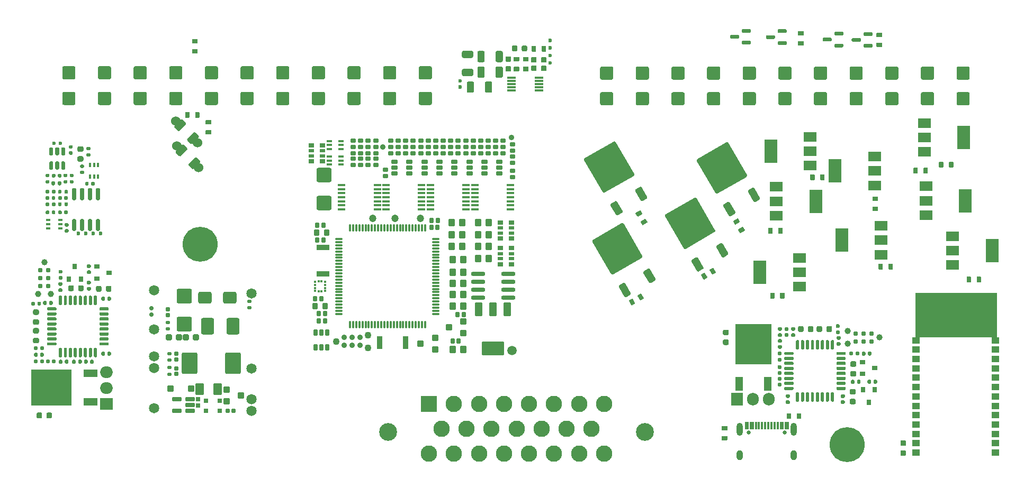
<source format=gts>
G75*
G70*
%OFA0B0*%
%FSLAX25Y25*%
%IPPOS*%
%LPD*%
%AMOC8*
5,1,8,0,0,1.08239X$1,22.5*
%
%AMM141*
21,1,0.092130,0.073230,-0.000000,-0.000000,90.000000*
21,1,0.069290,0.096060,-0.000000,-0.000000,90.000000*
1,1,0.022840,0.036610,0.034650*
1,1,0.022840,0.036610,-0.034650*
1,1,0.022840,-0.036610,-0.034650*
1,1,0.022840,-0.036610,0.034650*
%
%AMM142*
21,1,0.100000,0.111020,-0.000000,-0.000000,180.000000*
21,1,0.075590,0.135430,-0.000000,-0.000000,180.000000*
1,1,0.024410,-0.037800,0.055510*
1,1,0.024410,0.037800,0.055510*
1,1,0.024410,0.037800,-0.055510*
1,1,0.024410,-0.037800,-0.055510*
%
%AMM143*
21,1,0.080320,0.083460,-0.000000,-0.000000,180.000000*
21,1,0.059840,0.103940,-0.000000,-0.000000,180.000000*
1,1,0.020470,-0.029920,0.041730*
1,1,0.020470,0.029920,0.041730*
1,1,0.020470,0.029920,-0.041730*
1,1,0.020470,-0.029920,-0.041730*
%
%AMM144*
21,1,0.084250,0.053540,-0.000000,-0.000000,0.000000*
21,1,0.065350,0.072440,-0.000000,-0.000000,0.000000*
1,1,0.018900,0.032680,-0.026770*
1,1,0.018900,-0.032680,-0.026770*
1,1,0.018900,-0.032680,0.026770*
1,1,0.018900,0.032680,0.026770*
%
%AMM145*
21,1,0.040950,0.030320,-0.000000,-0.000000,270.000000*
21,1,0.028350,0.042910,-0.000000,-0.000000,270.000000*
1,1,0.012600,-0.015160,-0.014170*
1,1,0.012600,-0.015160,0.014170*
1,1,0.012600,0.015160,0.014170*
1,1,0.012600,0.015160,-0.014170*
%
%AMM146*
21,1,0.027170,0.052760,-0.000000,-0.000000,90.000000*
21,1,0.017320,0.062600,-0.000000,-0.000000,90.000000*
1,1,0.009840,0.026380,0.008660*
1,1,0.009840,0.026380,-0.008660*
1,1,0.009840,-0.026380,-0.008660*
1,1,0.009840,-0.026380,0.008660*
%
%AMM147*
21,1,0.041340,0.026770,-0.000000,-0.000000,180.000000*
21,1,0.029130,0.038980,-0.000000,-0.000000,180.000000*
1,1,0.012210,-0.014570,0.013390*
1,1,0.012210,0.014570,0.013390*
1,1,0.012210,0.014570,-0.013390*
1,1,0.012210,-0.014570,-0.013390*
%
%AMM148*
21,1,0.076380,0.036220,-0.000000,-0.000000,270.000000*
21,1,0.061810,0.050790,-0.000000,-0.000000,270.000000*
1,1,0.014570,-0.018110,-0.030910*
1,1,0.014570,-0.018110,0.030910*
1,1,0.014570,0.018110,0.030910*
1,1,0.014570,0.018110,-0.030910*
%
%AMM149*
21,1,0.038980,0.026770,-0.000000,-0.000000,180.000000*
21,1,0.026770,0.038980,-0.000000,-0.000000,180.000000*
1,1,0.012210,-0.013390,0.013390*
1,1,0.012210,0.013390,0.013390*
1,1,0.012210,0.013390,-0.013390*
1,1,0.012210,-0.013390,-0.013390*
%
%AMM150*
21,1,0.021260,0.016540,-0.000000,-0.000000,90.000000*
21,1,0.012600,0.025200,-0.000000,-0.000000,90.000000*
1,1,0.008660,0.008270,0.006300*
1,1,0.008660,0.008270,-0.006300*
1,1,0.008660,-0.008270,-0.006300*
1,1,0.008660,-0.008270,0.006300*
%
%AMM151*
21,1,0.029130,0.018900,-0.000000,-0.000000,270.000000*
21,1,0.018900,0.029130,-0.000000,-0.000000,270.000000*
1,1,0.010240,-0.009450,-0.009450*
1,1,0.010240,-0.009450,0.009450*
1,1,0.010240,0.009450,0.009450*
1,1,0.010240,0.009450,-0.009450*
%
%AMM152*
21,1,0.025200,0.019680,-0.000000,-0.000000,180.000000*
21,1,0.015750,0.029130,-0.000000,-0.000000,180.000000*
1,1,0.009450,-0.007870,0.009840*
1,1,0.009450,0.007870,0.009840*
1,1,0.009450,0.007870,-0.009840*
1,1,0.009450,-0.007870,-0.009840*
%
%AMM153*
21,1,0.025200,0.019680,-0.000000,-0.000000,90.000000*
21,1,0.015750,0.029130,-0.000000,-0.000000,90.000000*
1,1,0.009450,0.009840,0.007870*
1,1,0.009450,0.009840,-0.007870*
1,1,0.009450,-0.009840,-0.007870*
1,1,0.009450,-0.009840,0.007870*
%
%AMM235*
21,1,0.029530,0.026380,-0.000000,-0.000000,90.000000*
21,1,0.020470,0.035430,-0.000000,-0.000000,90.000000*
1,1,0.009060,0.013190,0.010240*
1,1,0.009060,0.013190,-0.010240*
1,1,0.009060,-0.013190,-0.010240*
1,1,0.009060,-0.013190,0.010240*
%
%AMM236*
21,1,0.021650,0.027950,-0.000000,-0.000000,90.000000*
21,1,0.014170,0.035430,-0.000000,-0.000000,90.000000*
1,1,0.007480,0.013980,0.007090*
1,1,0.007480,0.013980,-0.007090*
1,1,0.007480,-0.013980,-0.007090*
1,1,0.007480,-0.013980,0.007090*
%
%AMM237*
21,1,0.016540,0.028980,-0.000000,-0.000000,270.000000*
21,1,0.010080,0.035430,-0.000000,-0.000000,270.000000*
1,1,0.006460,-0.014490,-0.005040*
1,1,0.006460,-0.014490,0.005040*
1,1,0.006460,0.014490,0.005040*
1,1,0.006460,0.014490,-0.005040*
%
%AMM238*
21,1,0.027560,0.030710,-0.000000,-0.000000,0.000000*
21,1,0.018900,0.039370,-0.000000,-0.000000,0.000000*
1,1,0.008660,0.009450,-0.015350*
1,1,0.008660,-0.009450,-0.015350*
1,1,0.008660,-0.009450,0.015350*
1,1,0.008660,0.009450,0.015350*
%
%AMM239*
21,1,0.031500,0.018900,-0.000000,-0.000000,270.000000*
21,1,0.022840,0.027560,-0.000000,-0.000000,270.000000*
1,1,0.008660,-0.009450,-0.011420*
1,1,0.008660,-0.009450,0.011420*
1,1,0.008660,0.009450,0.011420*
1,1,0.008660,0.009450,-0.011420*
%
%AMM240*
21,1,0.035430,0.072440,-0.000000,-0.000000,270.000000*
21,1,0.025200,0.082680,-0.000000,-0.000000,270.000000*
1,1,0.010240,-0.036220,-0.012600*
1,1,0.010240,-0.036220,0.012600*
1,1,0.010240,0.036220,0.012600*
1,1,0.010240,0.036220,-0.012600*
%
%AMM241*
21,1,0.031500,0.018900,-0.000000,-0.000000,0.000000*
21,1,0.022840,0.027560,-0.000000,-0.000000,0.000000*
1,1,0.008660,0.011420,-0.009450*
1,1,0.008660,-0.011420,-0.009450*
1,1,0.008660,-0.011420,0.009450*
1,1,0.008660,0.011420,0.009450*
%
%AMM242*
21,1,0.027560,0.030710,-0.000000,-0.000000,90.000000*
21,1,0.018900,0.039370,-0.000000,-0.000000,90.000000*
1,1,0.008660,0.015350,0.009450*
1,1,0.008660,0.015350,-0.009450*
1,1,0.008660,-0.015350,-0.009450*
1,1,0.008660,-0.015350,0.009450*
%
%AMM243*
21,1,0.039370,0.030320,-0.000000,-0.000000,90.000000*
21,1,0.028350,0.041340,-0.000000,-0.000000,90.000000*
1,1,0.011020,0.015160,0.014170*
1,1,0.011020,0.015160,-0.014170*
1,1,0.011020,-0.015160,-0.014170*
1,1,0.011020,-0.015160,0.014170*
%
%AMM244*
21,1,0.047240,0.075980,-0.000000,-0.000000,180.000000*
21,1,0.034650,0.088580,-0.000000,-0.000000,180.000000*
1,1,0.012600,-0.017320,0.037990*
1,1,0.012600,0.017320,0.037990*
1,1,0.012600,0.017320,-0.037990*
1,1,0.012600,-0.017320,-0.037990*
%
%AMM245*
21,1,0.043310,0.035430,-0.000000,-0.000000,180.000000*
21,1,0.031500,0.047240,-0.000000,-0.000000,180.000000*
1,1,0.011810,-0.015750,0.017720*
1,1,0.011810,0.015750,0.017720*
1,1,0.011810,0.015750,-0.017720*
1,1,0.011810,-0.015750,-0.017720*
%
%AMM246*
21,1,0.031500,0.030710,-0.000000,-0.000000,180.000000*
21,1,0.022050,0.040160,-0.000000,-0.000000,180.000000*
1,1,0.009450,-0.011020,0.015350*
1,1,0.009450,0.011020,0.015350*
1,1,0.009450,0.011020,-0.015350*
1,1,0.009450,-0.011020,-0.015350*
%
%AMM247*
21,1,0.035430,0.072440,-0.000000,-0.000000,180.000000*
21,1,0.025200,0.082680,-0.000000,-0.000000,180.000000*
1,1,0.010240,-0.012600,0.036220*
1,1,0.010240,0.012600,0.036220*
1,1,0.010240,0.012600,-0.036220*
1,1,0.010240,-0.012600,-0.036220*
%
%AMM248*
21,1,0.141730,0.067720,-0.000000,-0.000000,180.000000*
21,1,0.120870,0.088580,-0.000000,-0.000000,180.000000*
1,1,0.020870,-0.060430,0.033860*
1,1,0.020870,0.060430,0.033860*
1,1,0.020870,0.060430,-0.033860*
1,1,0.020870,-0.060430,-0.033860*
%
%AMM249*
21,1,0.047240,0.075990,-0.000000,-0.000000,180.000000*
21,1,0.034650,0.088580,-0.000000,-0.000000,180.000000*
1,1,0.012600,-0.017320,0.037990*
1,1,0.012600,0.017320,0.037990*
1,1,0.012600,0.017320,-0.037990*
1,1,0.012600,-0.017320,-0.037990*
%
%AMM250*
21,1,0.090550,0.073230,-0.000000,-0.000000,270.000000*
21,1,0.069290,0.094490,-0.000000,-0.000000,270.000000*
1,1,0.021260,-0.036610,-0.034650*
1,1,0.021260,-0.036610,0.034650*
1,1,0.021260,0.036610,0.034650*
1,1,0.021260,0.036610,-0.034650*
%
%ADD12R,0.07874X0.05906*%
%ADD127C,0.02913*%
%ADD128C,0.06457*%
%ADD13R,0.07874X0.14961*%
%ADD14C,0.22047*%
%ADD141R,0.02559X0.01575*%
%ADD142R,0.01575X0.02559*%
%ADD143R,0.05512X0.01181*%
%ADD144R,0.03543X0.03150*%
%ADD145R,0.04724X0.08661*%
%ADD146C,0.05118*%
%ADD147R,0.22835X0.25197*%
%ADD148R,0.03150X0.03543*%
%ADD149C,0.03100*%
%ADD15C,0.02362*%
%ADD150R,0.07500X0.07874*%
%ADD151O,0.07500X0.07874*%
%ADD152C,0.03900*%
%ADD185O,0.05118X0.01260*%
%ADD186O,0.01260X0.05118*%
%ADD187O,0.04724X0.01575*%
%ADD188C,0.03494*%
%ADD191R,0.01772X0.01378*%
%ADD192R,0.01378X0.01772*%
%ADD197O,0.09055X0.02756*%
%ADD204C,0.03543*%
%ADD206C,0.04724*%
%ADD207C,0.04294*%
%ADD30C,0.05906*%
%ADD303M141*%
%ADD304M142*%
%ADD305M143*%
%ADD306M144*%
%ADD307M145*%
%ADD308M146*%
%ADD309M147*%
%ADD310M148*%
%ADD311M149*%
%ADD312M150*%
%ADD313M151*%
%ADD314M152*%
%ADD315M153*%
%ADD326R,0.08661X0.04724*%
%ADD327R,0.25197X0.22835*%
%ADD328R,0.07874X0.07500*%
%ADD329O,0.07874X0.07500*%
%ADD40R,0.10335X0.10335*%
%ADD41C,0.10335*%
%ADD424M235*%
%ADD425M236*%
%ADD426M237*%
%ADD427M238*%
%ADD428M239*%
%ADD429M240*%
%ADD430M241*%
%ADD431M242*%
%ADD432M243*%
%ADD433M244*%
%ADD434M245*%
%ADD435M246*%
%ADD436M247*%
%ADD437M248*%
%ADD438M249*%
%ADD439M250*%
%ADD47R,0.01181X0.04528*%
%ADD48O,0.03937X0.08268*%
%ADD49O,0.03937X0.06299*%
%ADD50C,0.06000*%
%ADD63R,0.05118X0.03937*%
%ADD73C,0.00472*%
%ADD74C,0.11220*%
%ADD75C,0.02559*%
X0000000Y0000000D02*
%LPD*%
G01*
D73*
X0617161Y0086610D02*
X0565980Y0086610D01*
X0565980Y0114169D01*
X0617161Y0114169D01*
X0617161Y0086610D01*
G36*
X0617161Y0086610D02*
G01*
X0565980Y0086610D01*
X0565980Y0114169D01*
X0617161Y0114169D01*
X0617161Y0086610D01*
G37*
D12*
X0499819Y0194532D03*
X0499819Y0203587D03*
X0499819Y0212642D03*
D13*
X0475016Y0203587D03*
G36*
G01*
X0590000Y0196504D02*
X0590000Y0193433D01*
G75*
G02*
X0589724Y0193158I-000276J0000000D01*
G01*
X0587520Y0193158D01*
G75*
G02*
X0587244Y0193433I0000000J0000276D01*
G01*
X0587244Y0196504D01*
G75*
G02*
X0587520Y0196780I0000276J0000000D01*
G01*
X0589724Y0196780D01*
G75*
G02*
X0590000Y0196504I0000000J-000276D01*
G01*
G37*
G36*
G01*
X0583701Y0196504D02*
X0583701Y0193433D01*
G75*
G02*
X0583425Y0193158I-000276J0000000D01*
G01*
X0581220Y0193158D01*
G75*
G02*
X0580945Y0193433I0000000J0000276D01*
G01*
X0580945Y0196504D01*
G75*
G02*
X0581220Y0196780I0000276J0000000D01*
G01*
X0583425Y0196780D01*
G75*
G02*
X0583701Y0196504I0000000J-000276D01*
G01*
G37*
G36*
G01*
X0564870Y0189787D02*
X0564870Y0192858D01*
G75*
G02*
X0565146Y0193134I0000276J0000000D01*
G01*
X0567350Y0193134D01*
G75*
G02*
X0567626Y0192858I0000000J-000276D01*
G01*
X0567626Y0189787D01*
G75*
G02*
X0567350Y0189512I-000276J0000000D01*
G01*
X0565146Y0189512D01*
G75*
G02*
X0564870Y0189787I0000000J0000276D01*
G01*
G37*
G36*
G01*
X0571169Y0189787D02*
X0571169Y0192858D01*
G75*
G02*
X0571445Y0193134I0000276J0000000D01*
G01*
X0573650Y0193134D01*
G75*
G02*
X0573925Y0192858I0000000J-000276D01*
G01*
X0573925Y0189787D01*
G75*
G02*
X0573650Y0189512I-000276J0000000D01*
G01*
X0571445Y0189512D01*
G75*
G02*
X0571169Y0189787I0000000J0000276D01*
G01*
G37*
G36*
G01*
X0542342Y0165791D02*
X0539271Y0165791D01*
G75*
G02*
X0538996Y0166067I0000000J0000276D01*
G01*
X0538996Y0168272D01*
G75*
G02*
X0539271Y0168547I0000276J0000000D01*
G01*
X0542342Y0168547D01*
G75*
G02*
X0542618Y0168272I0000000J-000276D01*
G01*
X0542618Y0166067D01*
G75*
G02*
X0542342Y0165791I-000276J0000000D01*
G01*
G37*
G36*
G01*
X0542342Y0172091D02*
X0539271Y0172091D01*
G75*
G02*
X0538996Y0172366I0000000J0000276D01*
G01*
X0538996Y0174571D01*
G75*
G02*
X0539271Y0174847I0000276J0000000D01*
G01*
X0542342Y0174847D01*
G75*
G02*
X0542618Y0174571I0000000J-000276D01*
G01*
X0542618Y0172366D01*
G75*
G02*
X0542342Y0172091I-000276J0000000D01*
G01*
G37*
D12*
X0493028Y0118221D03*
X0493028Y0127276D03*
X0493028Y0136331D03*
D13*
X0468224Y0127276D03*
G36*
G01*
X0452296Y0163935D02*
X0449909Y0162557D01*
G75*
G02*
X0448565Y0162917I-000492J0000852D01*
G01*
X0445218Y0168713D01*
G75*
G02*
X0445578Y0170058I0000852J0000492D01*
G01*
X0447965Y0171436D01*
G75*
G02*
X0449310Y0171075I0000492J-000852D01*
G01*
X0452656Y0165279D01*
G75*
G02*
X0452296Y0163935I-000852J-000492D01*
G01*
G37*
G36*
G01*
X0459644Y0187270D02*
X0441573Y0176837D01*
G75*
G02*
X0440229Y0177198I-000492J0000852D01*
G01*
X0428614Y0197314D01*
G75*
G02*
X0428975Y0198658I0000852J0000492D01*
G01*
X0447045Y0209092D01*
G75*
G02*
X0448390Y0208731I0000492J-000852D01*
G01*
X0460004Y0188615D01*
G75*
G02*
X0459644Y0187270I-000852J-000492D01*
G01*
G37*
G36*
G01*
X0467843Y0172911D02*
X0465457Y0171533D01*
G75*
G02*
X0464112Y0171893I-000492J0000852D01*
G01*
X0460766Y0177690D01*
G75*
G02*
X0461126Y0179034I0000852J0000492D01*
G01*
X0463513Y0180412D01*
G75*
G02*
X0464857Y0180052I0000492J-000852D01*
G01*
X0468204Y0174255D01*
G75*
G02*
X0467843Y0172911I-000852J-000492D01*
G01*
G37*
G36*
G01*
X0381307Y0164486D02*
X0378921Y0163108D01*
G75*
G02*
X0377576Y0163468I-000492J0000852D01*
G01*
X0374230Y0169264D01*
G75*
G02*
X0374590Y0170609I0000852J0000492D01*
G01*
X0376977Y0171987D01*
G75*
G02*
X0378321Y0171627I0000492J-000852D01*
G01*
X0381667Y0165830D01*
G75*
G02*
X0381307Y0164486I-000852J-000492D01*
G01*
G37*
G36*
G01*
X0388655Y0187822D02*
X0370585Y0177389D01*
G75*
G02*
X0369240Y0177749I-000492J0000852D01*
G01*
X0357626Y0197865D01*
G75*
G02*
X0357986Y0199210I0000852J0000492D01*
G01*
X0376057Y0209643D01*
G75*
G02*
X0377401Y0209282I0000492J-000852D01*
G01*
X0389016Y0189166D01*
G75*
G02*
X0388655Y0187822I-000852J-000492D01*
G01*
G37*
G36*
G01*
X0396855Y0173462D02*
X0394468Y0172084D01*
G75*
G02*
X0393124Y0172444I-000492J0000852D01*
G01*
X0389777Y0178241D01*
G75*
G02*
X0390137Y0179585I0000852J0000492D01*
G01*
X0392524Y0180963D01*
G75*
G02*
X0393869Y0180603I0000492J-000852D01*
G01*
X0397215Y0174807D01*
G75*
G02*
X0396855Y0173462I-000852J-000492D01*
G01*
G37*
G36*
G01*
X0114004Y0265205D02*
X0110933Y0265205D01*
G75*
G02*
X0110657Y0265480I0000000J0000276D01*
G01*
X0110657Y0267685D01*
G75*
G02*
X0110933Y0267961I0000276J0000000D01*
G01*
X0114004Y0267961D01*
G75*
G02*
X0114280Y0267685I0000000J-000276D01*
G01*
X0114280Y0265480D01*
G75*
G02*
X0114004Y0265205I-000276J0000000D01*
G01*
G37*
G36*
G01*
X0114004Y0271504D02*
X0110933Y0271504D01*
G75*
G02*
X0110657Y0271780I0000000J0000276D01*
G01*
X0110657Y0273984D01*
G75*
G02*
X0110933Y0274260I0000276J0000000D01*
G01*
X0114004Y0274260D01*
G75*
G02*
X0114280Y0273984I0000000J-000276D01*
G01*
X0114280Y0271780D01*
G75*
G02*
X0114004Y0271504I-000276J0000000D01*
G01*
G37*
D14*
X0115776Y0144693D03*
G36*
G01*
X0494079Y0038063D02*
X0494079Y0034992D01*
G75*
G02*
X0493803Y0034717I-000276J0000000D01*
G01*
X0491598Y0034717D01*
G75*
G02*
X0491323Y0034992I0000000J0000276D01*
G01*
X0491323Y0038063D01*
G75*
G02*
X0491598Y0038339I0000276J0000000D01*
G01*
X0493803Y0038339D01*
G75*
G02*
X0494079Y0038063I0000000J-000276D01*
G01*
G37*
G36*
G01*
X0487780Y0038063D02*
X0487780Y0034992D01*
G75*
G02*
X0487504Y0034717I-000276J0000000D01*
G01*
X0485299Y0034717D01*
G75*
G02*
X0485024Y0034992I0000000J0000276D01*
G01*
X0485024Y0038063D01*
G75*
G02*
X0485299Y0038339I0000276J0000000D01*
G01*
X0487504Y0038339D01*
G75*
G02*
X0487780Y0038063I0000000J-000276D01*
G01*
G37*
G36*
G01*
X0551882Y0132284D02*
X0551882Y0129213D01*
G75*
G02*
X0551606Y0128937I-000276J0000000D01*
G01*
X0549402Y0128937D01*
G75*
G02*
X0549126Y0129213I0000000J0000276D01*
G01*
X0549126Y0132284D01*
G75*
G02*
X0549402Y0132559I0000276J0000000D01*
G01*
X0551606Y0132559D01*
G75*
G02*
X0551882Y0132284I0000000J-000276D01*
G01*
G37*
G36*
G01*
X0545583Y0132284D02*
X0545583Y0129213D01*
G75*
G02*
X0545307Y0128937I-000276J0000000D01*
G01*
X0543102Y0128937D01*
G75*
G02*
X0542827Y0129213I0000000J0000276D01*
G01*
X0542827Y0132284D01*
G75*
G02*
X0543102Y0132559I0000276J0000000D01*
G01*
X0545307Y0132559D01*
G75*
G02*
X0545583Y0132284I0000000J-000276D01*
G01*
G37*
D15*
X0043787Y0151658D03*
X0039063Y0151658D03*
X0048512Y0151658D03*
X0053236Y0151658D03*
X0027803Y0208449D03*
X0023866Y0208449D03*
G36*
G01*
X0115409Y0227917D02*
X0115409Y0224847D01*
G75*
G02*
X0115134Y0224571I-000276J0000000D01*
G01*
X0112929Y0224571D01*
G75*
G02*
X0112654Y0224847I0000000J0000276D01*
G01*
X0112654Y0227917D01*
G75*
G02*
X0112929Y0228193I0000276J0000000D01*
G01*
X0115134Y0228193D01*
G75*
G02*
X0115409Y0227917I0000000J-000276D01*
G01*
G37*
G36*
G01*
X0109110Y0227917D02*
X0109110Y0224847D01*
G75*
G02*
X0108835Y0224571I-000276J0000000D01*
G01*
X0106630Y0224571D01*
G75*
G02*
X0106354Y0224847I0000000J0000276D01*
G01*
X0106354Y0227917D01*
G75*
G02*
X0106630Y0228193I0000276J0000000D01*
G01*
X0108835Y0228193D01*
G75*
G02*
X0109110Y0227917I0000000J-000276D01*
G01*
G37*
D12*
X0544583Y0138311D03*
X0544583Y0147366D03*
X0544583Y0156421D03*
D13*
X0519780Y0147366D03*
G36*
G01*
X0432268Y0129068D02*
X0429881Y0127690D01*
G75*
G02*
X0428537Y0128051I-000492J0000852D01*
G01*
X0425190Y0133847D01*
G75*
G02*
X0425551Y0135191I0000852J0000492D01*
G01*
X0427937Y0136569D01*
G75*
G02*
X0429282Y0136209I0000492J-000852D01*
G01*
X0432628Y0130413D01*
G75*
G02*
X0432268Y0129068I-000852J-000492D01*
G01*
G37*
G36*
G01*
X0439616Y0152404D02*
X0421546Y0141971D01*
G75*
G02*
X0420201Y0142331I-000492J0000852D01*
G01*
X0408587Y0162448D01*
G75*
G02*
X0408947Y0163792I0000852J0000492D01*
G01*
X0427018Y0174225D01*
G75*
G02*
X0428362Y0173865I0000492J-000852D01*
G01*
X0439976Y0153749D01*
G75*
G02*
X0439616Y0152404I-000852J-000492D01*
G01*
G37*
G36*
G01*
X0447816Y0138045D02*
X0445429Y0136667D01*
G75*
G02*
X0444084Y0137027I-000492J0000852D01*
G01*
X0440738Y0142823D01*
G75*
G02*
X0441098Y0144168I0000852J0000492D01*
G01*
X0443485Y0145546D01*
G75*
G02*
X0444829Y0145186I0000492J-000852D01*
G01*
X0448176Y0139389D01*
G75*
G02*
X0447816Y0138045I-000852J-000492D01*
G01*
G37*
D30*
X0086965Y0041441D03*
X0086965Y0066638D03*
X0086965Y0074118D03*
X0086965Y0091047D03*
D15*
X0085193Y0100496D03*
X0085193Y0104433D03*
D30*
X0086965Y0115654D03*
X0147988Y0039669D03*
X0147988Y0046953D03*
X0147988Y0066441D03*
X0147988Y0113882D03*
G36*
G01*
X0495512Y0270150D02*
X0492441Y0270150D01*
G75*
G02*
X0492165Y0270425I0000000J0000276D01*
G01*
X0492165Y0272630D01*
G75*
G02*
X0492441Y0272906I0000276J0000000D01*
G01*
X0495512Y0272906D01*
G75*
G02*
X0495787Y0272630I0000000J-000276D01*
G01*
X0495787Y0270425D01*
G75*
G02*
X0495512Y0270150I-000276J0000000D01*
G01*
G37*
G36*
G01*
X0495512Y0276449D02*
X0492441Y0276449D01*
G75*
G02*
X0492165Y0276724I0000000J0000276D01*
G01*
X0492165Y0278929D01*
G75*
G02*
X0492441Y0279205I0000276J0000000D01*
G01*
X0495512Y0279205D01*
G75*
G02*
X0495787Y0278929I0000000J-000276D01*
G01*
X0495787Y0276724D01*
G75*
G02*
X0495512Y0276449I-000276J0000000D01*
G01*
G37*
D12*
X0540386Y0181972D03*
X0540386Y0191028D03*
X0540386Y0200083D03*
D13*
X0515583Y0191028D03*
D12*
X0478567Y0181024D03*
X0478567Y0171969D03*
X0478567Y0162913D03*
D13*
X0503370Y0171969D03*
G36*
G01*
X0559724Y0011524D02*
X0557047Y0011524D01*
G75*
G02*
X0556713Y0011858I0000000J0000335D01*
G01*
X0556713Y0014535D01*
G75*
G02*
X0557047Y0014870I0000335J0000000D01*
G01*
X0559724Y0014870D01*
G75*
G02*
X0560059Y0014535I0000000J-000335D01*
G01*
X0560059Y0011858D01*
G75*
G02*
X0559724Y0011524I-000335J0000000D01*
G01*
G37*
G36*
G01*
X0559724Y0017744D02*
X0557047Y0017744D01*
G75*
G02*
X0556713Y0018079I0000000J0000335D01*
G01*
X0556713Y0020756D01*
G75*
G02*
X0557047Y0021091I0000335J0000000D01*
G01*
X0559724Y0021091D01*
G75*
G02*
X0560059Y0020756I0000000J-000335D01*
G01*
X0560059Y0018079D01*
G75*
G02*
X0559724Y0017744I-000335J0000000D01*
G01*
G37*
G36*
G01*
X0387217Y0106438D02*
X0385681Y0109097D01*
G75*
G02*
X0385782Y0109474I0000239J0000138D01*
G01*
X0387692Y0110576D01*
G75*
G02*
X0388068Y0110475I0000138J-000239D01*
G01*
X0389604Y0107816D01*
G75*
G02*
X0389503Y0107440I-000239J-000138D01*
G01*
X0387593Y0106337D01*
G75*
G02*
X0387217Y0106438I-000138J0000239D01*
G01*
G37*
G36*
G01*
X0392672Y0109588D02*
X0391137Y0112247D01*
G75*
G02*
X0391238Y0112624I0000239J0000138D01*
G01*
X0393147Y0113726D01*
G75*
G02*
X0393523Y0113625I0000138J-000239D01*
G01*
X0395059Y0110966D01*
G75*
G02*
X0394958Y0110589I-000239J-000138D01*
G01*
X0393049Y0109487D01*
G75*
G02*
X0392672Y0109588I-000138J0000239D01*
G01*
G37*
G36*
G01*
X0473441Y0151791D02*
X0473441Y0154862D01*
G75*
G02*
X0473717Y0155138I0000276J0000000D01*
G01*
X0475921Y0155138D01*
G75*
G02*
X0476197Y0154862I0000000J-000276D01*
G01*
X0476197Y0151791D01*
G75*
G02*
X0475921Y0151516I-000276J0000000D01*
G01*
X0473717Y0151516D01*
G75*
G02*
X0473441Y0151791I0000000J0000276D01*
G01*
G37*
G36*
G01*
X0479740Y0151791D02*
X0479740Y0154862D01*
G75*
G02*
X0480016Y0155138I0000276J0000000D01*
G01*
X0482220Y0155138D01*
G75*
G02*
X0482496Y0154862I0000000J-000276D01*
G01*
X0482496Y0151791D01*
G75*
G02*
X0482220Y0151516I-000276J0000000D01*
G01*
X0480016Y0151516D01*
G75*
G02*
X0479740Y0151791I0000000J0000276D01*
G01*
G37*
G36*
G01*
X0432638Y0122718D02*
X0431103Y0125377D01*
G75*
G02*
X0431204Y0125753I0000239J0000138D01*
G01*
X0433113Y0126856D01*
G75*
G02*
X0433489Y0126755I0000138J-000239D01*
G01*
X0435025Y0124096D01*
G75*
G02*
X0434924Y0123719I-000239J-000138D01*
G01*
X0433015Y0122617D01*
G75*
G02*
X0432638Y0122718I-000138J0000239D01*
G01*
G37*
G36*
G01*
X0438093Y0125867D02*
X0436558Y0128527D01*
G75*
G02*
X0436659Y0128903I0000239J0000138D01*
G01*
X0438568Y0130005D01*
G75*
G02*
X0438945Y0129905I0000138J-000239D01*
G01*
X0440480Y0127245D01*
G75*
G02*
X0440379Y0126869I-000239J-000138D01*
G01*
X0438470Y0125766D01*
G75*
G02*
X0438093Y0125867I-000138J0000239D01*
G01*
G37*
D74*
X0234276Y0026543D03*
X0395693Y0026543D03*
D40*
X0259866Y0044260D03*
D41*
X0275614Y0044260D03*
X0291362Y0044260D03*
X0307110Y0044260D03*
X0322858Y0044260D03*
X0338606Y0044260D03*
X0354354Y0044260D03*
X0370102Y0044260D03*
X0267740Y0028512D03*
X0283488Y0028512D03*
X0299236Y0028512D03*
X0314984Y0028512D03*
X0330732Y0028512D03*
X0346480Y0028512D03*
X0362228Y0028512D03*
X0259866Y0012764D03*
X0275614Y0012764D03*
X0291362Y0012764D03*
X0307110Y0012764D03*
X0322858Y0012764D03*
X0338606Y0012764D03*
X0354354Y0012764D03*
X0370102Y0012764D03*
G36*
G01*
X0386502Y0112922D02*
X0384116Y0111544D01*
G75*
G02*
X0382771Y0111904I-000492J0000852D01*
G01*
X0379425Y0117700D01*
G75*
G02*
X0379785Y0119045I0000852J0000492D01*
G01*
X0382172Y0120423D01*
G75*
G02*
X0383516Y0120062I0000492J-000852D01*
G01*
X0386863Y0114266D01*
G75*
G02*
X0386502Y0112922I-000852J-000492D01*
G01*
G37*
G36*
G01*
X0393850Y0136257D02*
X0375780Y0125824D01*
G75*
G02*
X0374435Y0126185I-000492J0000852D01*
G01*
X0362821Y0146301D01*
G75*
G02*
X0363181Y0147645I0000852J0000492D01*
G01*
X0381252Y0158079D01*
G75*
G02*
X0382596Y0157718I0000492J-000852D01*
G01*
X0394211Y0137602D01*
G75*
G02*
X0393850Y0136257I-000852J-000492D01*
G01*
G37*
G36*
G01*
X0402050Y0121898D02*
X0399663Y0120520D01*
G75*
G02*
X0398319Y0120880I-000492J0000852D01*
G01*
X0394972Y0126676D01*
G75*
G02*
X0395332Y0128021I0000852J0000492D01*
G01*
X0397719Y0129399D01*
G75*
G02*
X0399064Y0129039I0000492J-000852D01*
G01*
X0402410Y0123242D01*
G75*
G02*
X0402050Y0121898I-000852J-000492D01*
G01*
G37*
G36*
G01*
X0592028Y0233465D02*
X0592028Y0239764D01*
G75*
G02*
X0593012Y0240748I0000984J0000000D01*
G01*
X0599311Y0240748D01*
G75*
G02*
X0600295Y0239764I0000000J-000984D01*
G01*
X0600295Y0233465D01*
G75*
G02*
X0599311Y0232480I-000984J0000000D01*
G01*
X0593012Y0232480D01*
G75*
G02*
X0592028Y0233465I0000000J0000984D01*
G01*
G37*
G36*
G01*
X0569587Y0233465D02*
X0569587Y0239764D01*
G75*
G02*
X0570571Y0240748I0000984J0000000D01*
G01*
X0576870Y0240748D01*
G75*
G02*
X0577854Y0239764I0000000J-000984D01*
G01*
X0577854Y0233465D01*
G75*
G02*
X0576870Y0232480I-000984J0000000D01*
G01*
X0570571Y0232480D01*
G75*
G02*
X0569587Y0233465I0000000J0000984D01*
G01*
G37*
G36*
G01*
X0547146Y0233465D02*
X0547146Y0239764D01*
G75*
G02*
X0548130Y0240748I0000984J0000000D01*
G01*
X0554429Y0240748D01*
G75*
G02*
X0555413Y0239764I0000000J-000984D01*
G01*
X0555413Y0233465D01*
G75*
G02*
X0554429Y0232480I-000984J0000000D01*
G01*
X0548130Y0232480D01*
G75*
G02*
X0547146Y0233465I0000000J0000984D01*
G01*
G37*
G36*
G01*
X0524705Y0233465D02*
X0524705Y0239764D01*
G75*
G02*
X0525689Y0240748I0000984J0000000D01*
G01*
X0531988Y0240748D01*
G75*
G02*
X0532972Y0239764I0000000J-000984D01*
G01*
X0532972Y0233465D01*
G75*
G02*
X0531988Y0232480I-000984J0000000D01*
G01*
X0525689Y0232480D01*
G75*
G02*
X0524705Y0233465I0000000J0000984D01*
G01*
G37*
G36*
G01*
X0502264Y0233465D02*
X0502264Y0239764D01*
G75*
G02*
X0503248Y0240748I0000984J0000000D01*
G01*
X0509547Y0240748D01*
G75*
G02*
X0510531Y0239764I0000000J-000984D01*
G01*
X0510531Y0233465D01*
G75*
G02*
X0509547Y0232480I-000984J0000000D01*
G01*
X0503248Y0232480D01*
G75*
G02*
X0502264Y0233465I0000000J0000984D01*
G01*
G37*
G36*
G01*
X0479823Y0233465D02*
X0479823Y0239764D01*
G75*
G02*
X0480807Y0240748I0000984J0000000D01*
G01*
X0487106Y0240748D01*
G75*
G02*
X0488091Y0239764I0000000J-000984D01*
G01*
X0488091Y0233465D01*
G75*
G02*
X0487106Y0232480I-000984J0000000D01*
G01*
X0480807Y0232480D01*
G75*
G02*
X0479823Y0233465I0000000J0000984D01*
G01*
G37*
G36*
G01*
X0457382Y0233465D02*
X0457382Y0239764D01*
G75*
G02*
X0458366Y0240748I0000984J0000000D01*
G01*
X0464665Y0240748D01*
G75*
G02*
X0465650Y0239764I0000000J-000984D01*
G01*
X0465650Y0233465D01*
G75*
G02*
X0464665Y0232480I-000984J0000000D01*
G01*
X0458366Y0232480D01*
G75*
G02*
X0457382Y0233465I0000000J0000984D01*
G01*
G37*
G36*
G01*
X0434941Y0233465D02*
X0434941Y0239764D01*
G75*
G02*
X0435925Y0240748I0000984J0000000D01*
G01*
X0442224Y0240748D01*
G75*
G02*
X0443209Y0239764I0000000J-000984D01*
G01*
X0443209Y0233465D01*
G75*
G02*
X0442224Y0232480I-000984J0000000D01*
G01*
X0435925Y0232480D01*
G75*
G02*
X0434941Y0233465I0000000J0000984D01*
G01*
G37*
G36*
G01*
X0412500Y0233465D02*
X0412500Y0239764D01*
G75*
G02*
X0413484Y0240748I0000984J0000000D01*
G01*
X0419783Y0240748D01*
G75*
G02*
X0420768Y0239764I0000000J-000984D01*
G01*
X0420768Y0233465D01*
G75*
G02*
X0419783Y0232480I-000984J0000000D01*
G01*
X0413484Y0232480D01*
G75*
G02*
X0412500Y0233465I0000000J0000984D01*
G01*
G37*
G36*
G01*
X0390059Y0233465D02*
X0390059Y0239764D01*
G75*
G02*
X0391043Y0240748I0000984J0000000D01*
G01*
X0397343Y0240748D01*
G75*
G02*
X0398327Y0239764I0000000J-000984D01*
G01*
X0398327Y0233465D01*
G75*
G02*
X0397343Y0232480I-000984J0000000D01*
G01*
X0391043Y0232480D01*
G75*
G02*
X0390059Y0233465I0000000J0000984D01*
G01*
G37*
G36*
G01*
X0367618Y0233465D02*
X0367618Y0239764D01*
G75*
G02*
X0368602Y0240748I0000984J0000000D01*
G01*
X0374902Y0240748D01*
G75*
G02*
X0375886Y0239764I0000000J-000984D01*
G01*
X0375886Y0233465D01*
G75*
G02*
X0374902Y0232480I-000984J0000000D01*
G01*
X0368602Y0232480D01*
G75*
G02*
X0367618Y0233465I0000000J0000984D01*
G01*
G37*
G36*
G01*
X0592028Y0249606D02*
X0592028Y0255906D01*
G75*
G02*
X0593012Y0256890I0000984J0000000D01*
G01*
X0599311Y0256890D01*
G75*
G02*
X0600295Y0255906I0000000J-000984D01*
G01*
X0600295Y0249606D01*
G75*
G02*
X0599311Y0248622I-000984J0000000D01*
G01*
X0593012Y0248622D01*
G75*
G02*
X0592028Y0249606I0000000J0000984D01*
G01*
G37*
G36*
G01*
X0569587Y0249606D02*
X0569587Y0255906D01*
G75*
G02*
X0570571Y0256890I0000984J0000000D01*
G01*
X0576870Y0256890D01*
G75*
G02*
X0577854Y0255906I0000000J-000984D01*
G01*
X0577854Y0249606D01*
G75*
G02*
X0576870Y0248622I-000984J0000000D01*
G01*
X0570571Y0248622D01*
G75*
G02*
X0569587Y0249606I0000000J0000984D01*
G01*
G37*
G36*
G01*
X0547146Y0249606D02*
X0547146Y0255906D01*
G75*
G02*
X0548130Y0256890I0000984J0000000D01*
G01*
X0554429Y0256890D01*
G75*
G02*
X0555413Y0255906I0000000J-000984D01*
G01*
X0555413Y0249606D01*
G75*
G02*
X0554429Y0248622I-000984J0000000D01*
G01*
X0548130Y0248622D01*
G75*
G02*
X0547146Y0249606I0000000J0000984D01*
G01*
G37*
G36*
G01*
X0524705Y0249606D02*
X0524705Y0255906D01*
G75*
G02*
X0525689Y0256890I0000984J0000000D01*
G01*
X0531988Y0256890D01*
G75*
G02*
X0532972Y0255906I0000000J-000984D01*
G01*
X0532972Y0249606D01*
G75*
G02*
X0531988Y0248622I-000984J0000000D01*
G01*
X0525689Y0248622D01*
G75*
G02*
X0524705Y0249606I0000000J0000984D01*
G01*
G37*
G36*
G01*
X0502264Y0249606D02*
X0502264Y0255906D01*
G75*
G02*
X0503248Y0256890I0000984J0000000D01*
G01*
X0509547Y0256890D01*
G75*
G02*
X0510531Y0255906I0000000J-000984D01*
G01*
X0510531Y0249606D01*
G75*
G02*
X0509547Y0248622I-000984J0000000D01*
G01*
X0503248Y0248622D01*
G75*
G02*
X0502264Y0249606I0000000J0000984D01*
G01*
G37*
G36*
G01*
X0479823Y0249606D02*
X0479823Y0255906D01*
G75*
G02*
X0480807Y0256890I0000984J0000000D01*
G01*
X0487106Y0256890D01*
G75*
G02*
X0488091Y0255906I0000000J-000984D01*
G01*
X0488091Y0249606D01*
G75*
G02*
X0487106Y0248622I-000984J0000000D01*
G01*
X0480807Y0248622D01*
G75*
G02*
X0479823Y0249606I0000000J0000984D01*
G01*
G37*
G36*
G01*
X0457382Y0249606D02*
X0457382Y0255906D01*
G75*
G02*
X0458366Y0256890I0000984J0000000D01*
G01*
X0464665Y0256890D01*
G75*
G02*
X0465650Y0255906I0000000J-000984D01*
G01*
X0465650Y0249606D01*
G75*
G02*
X0464665Y0248622I-000984J0000000D01*
G01*
X0458366Y0248622D01*
G75*
G02*
X0457382Y0249606I0000000J0000984D01*
G01*
G37*
G36*
G01*
X0434941Y0249606D02*
X0434941Y0255906D01*
G75*
G02*
X0435925Y0256890I0000984J0000000D01*
G01*
X0442224Y0256890D01*
G75*
G02*
X0443209Y0255906I0000000J-000984D01*
G01*
X0443209Y0249606D01*
G75*
G02*
X0442224Y0248622I-000984J0000000D01*
G01*
X0435925Y0248622D01*
G75*
G02*
X0434941Y0249606I0000000J0000984D01*
G01*
G37*
G36*
G01*
X0412500Y0249606D02*
X0412500Y0255906D01*
G75*
G02*
X0413484Y0256890I0000984J0000000D01*
G01*
X0419783Y0256890D01*
G75*
G02*
X0420768Y0255906I0000000J-000984D01*
G01*
X0420768Y0249606D01*
G75*
G02*
X0419783Y0248622I-000984J0000000D01*
G01*
X0413484Y0248622D01*
G75*
G02*
X0412500Y0249606I0000000J0000984D01*
G01*
G37*
G36*
G01*
X0390059Y0249606D02*
X0390059Y0255906D01*
G75*
G02*
X0391043Y0256890I0000984J0000000D01*
G01*
X0397343Y0256890D01*
G75*
G02*
X0398327Y0255906I0000000J-000984D01*
G01*
X0398327Y0249606D01*
G75*
G02*
X0397343Y0248622I-000984J0000000D01*
G01*
X0391043Y0248622D01*
G75*
G02*
X0390059Y0249606I0000000J0000984D01*
G01*
G37*
G36*
G01*
X0367618Y0249606D02*
X0367618Y0255906D01*
G75*
G02*
X0368602Y0256890I0000984J0000000D01*
G01*
X0374902Y0256890D01*
G75*
G02*
X0375886Y0255906I0000000J-000984D01*
G01*
X0375886Y0249606D01*
G75*
G02*
X0374902Y0248622I-000984J0000000D01*
G01*
X0368602Y0248622D01*
G75*
G02*
X0367618Y0249606I0000000J0000984D01*
G01*
G37*
G36*
G01*
X0253445Y0233661D02*
X0253445Y0239961D01*
G75*
G02*
X0254429Y0240945I0000984J0000000D01*
G01*
X0260728Y0240945D01*
G75*
G02*
X0261713Y0239961I0000000J-000984D01*
G01*
X0261713Y0233661D01*
G75*
G02*
X0260728Y0232677I-000984J0000000D01*
G01*
X0254429Y0232677D01*
G75*
G02*
X0253445Y0233661I0000000J0000984D01*
G01*
G37*
G36*
G01*
X0231004Y0233661D02*
X0231004Y0239961D01*
G75*
G02*
X0231988Y0240945I0000984J0000000D01*
G01*
X0238287Y0240945D01*
G75*
G02*
X0239272Y0239961I0000000J-000984D01*
G01*
X0239272Y0233661D01*
G75*
G02*
X0238287Y0232677I-000984J0000000D01*
G01*
X0231988Y0232677D01*
G75*
G02*
X0231004Y0233661I0000000J0000984D01*
G01*
G37*
G36*
G01*
X0208563Y0233661D02*
X0208563Y0239961D01*
G75*
G02*
X0209547Y0240945I0000984J0000000D01*
G01*
X0215846Y0240945D01*
G75*
G02*
X0216831Y0239961I0000000J-000984D01*
G01*
X0216831Y0233661D01*
G75*
G02*
X0215846Y0232677I-000984J0000000D01*
G01*
X0209547Y0232677D01*
G75*
G02*
X0208563Y0233661I0000000J0000984D01*
G01*
G37*
G36*
G01*
X0186122Y0233661D02*
X0186122Y0239961D01*
G75*
G02*
X0187106Y0240945I0000984J0000000D01*
G01*
X0193406Y0240945D01*
G75*
G02*
X0194390Y0239961I0000000J-000984D01*
G01*
X0194390Y0233661D01*
G75*
G02*
X0193406Y0232677I-000984J0000000D01*
G01*
X0187106Y0232677D01*
G75*
G02*
X0186122Y0233661I0000000J0000984D01*
G01*
G37*
G36*
G01*
X0163681Y0233661D02*
X0163681Y0239961D01*
G75*
G02*
X0164665Y0240945I0000984J0000000D01*
G01*
X0170965Y0240945D01*
G75*
G02*
X0171949Y0239961I0000000J-000984D01*
G01*
X0171949Y0233661D01*
G75*
G02*
X0170965Y0232677I-000984J0000000D01*
G01*
X0164665Y0232677D01*
G75*
G02*
X0163681Y0233661I0000000J0000984D01*
G01*
G37*
G36*
G01*
X0141240Y0233661D02*
X0141240Y0239961D01*
G75*
G02*
X0142224Y0240945I0000984J0000000D01*
G01*
X0148524Y0240945D01*
G75*
G02*
X0149508Y0239961I0000000J-000984D01*
G01*
X0149508Y0233661D01*
G75*
G02*
X0148524Y0232677I-000984J0000000D01*
G01*
X0142224Y0232677D01*
G75*
G02*
X0141240Y0233661I0000000J0000984D01*
G01*
G37*
G36*
G01*
X0118799Y0233661D02*
X0118799Y0239961D01*
G75*
G02*
X0119783Y0240945I0000984J0000000D01*
G01*
X0126083Y0240945D01*
G75*
G02*
X0127067Y0239961I0000000J-000984D01*
G01*
X0127067Y0233661D01*
G75*
G02*
X0126083Y0232677I-000984J0000000D01*
G01*
X0119783Y0232677D01*
G75*
G02*
X0118799Y0233661I0000000J0000984D01*
G01*
G37*
G36*
G01*
X0096358Y0233661D02*
X0096358Y0239961D01*
G75*
G02*
X0097343Y0240945I0000984J0000000D01*
G01*
X0103642Y0240945D01*
G75*
G02*
X0104626Y0239961I0000000J-000984D01*
G01*
X0104626Y0233661D01*
G75*
G02*
X0103642Y0232677I-000984J0000000D01*
G01*
X0097343Y0232677D01*
G75*
G02*
X0096358Y0233661I0000000J0000984D01*
G01*
G37*
G36*
G01*
X0073917Y0233661D02*
X0073917Y0239961D01*
G75*
G02*
X0074902Y0240945I0000984J0000000D01*
G01*
X0081201Y0240945D01*
G75*
G02*
X0082185Y0239961I0000000J-000984D01*
G01*
X0082185Y0233661D01*
G75*
G02*
X0081201Y0232677I-000984J0000000D01*
G01*
X0074902Y0232677D01*
G75*
G02*
X0073917Y0233661I0000000J0000984D01*
G01*
G37*
G36*
G01*
X0051476Y0233661D02*
X0051476Y0239961D01*
G75*
G02*
X0052461Y0240945I0000984J0000000D01*
G01*
X0058760Y0240945D01*
G75*
G02*
X0059744Y0239961I0000000J-000984D01*
G01*
X0059744Y0233661D01*
G75*
G02*
X0058760Y0232677I-000984J0000000D01*
G01*
X0052461Y0232677D01*
G75*
G02*
X0051476Y0233661I0000000J0000984D01*
G01*
G37*
G36*
G01*
X0029035Y0233661D02*
X0029035Y0239961D01*
G75*
G02*
X0030020Y0240945I0000984J0000000D01*
G01*
X0036319Y0240945D01*
G75*
G02*
X0037303Y0239961I0000000J-000984D01*
G01*
X0037303Y0233661D01*
G75*
G02*
X0036319Y0232677I-000984J0000000D01*
G01*
X0030020Y0232677D01*
G75*
G02*
X0029035Y0233661I0000000J0000984D01*
G01*
G37*
G36*
G01*
X0253445Y0249803D02*
X0253445Y0256102D01*
G75*
G02*
X0254429Y0257087I0000984J0000000D01*
G01*
X0260728Y0257087D01*
G75*
G02*
X0261713Y0256102I0000000J-000984D01*
G01*
X0261713Y0249803D01*
G75*
G02*
X0260728Y0248819I-000984J0000000D01*
G01*
X0254429Y0248819D01*
G75*
G02*
X0253445Y0249803I0000000J0000984D01*
G01*
G37*
G36*
G01*
X0231004Y0249803D02*
X0231004Y0256102D01*
G75*
G02*
X0231988Y0257087I0000984J0000000D01*
G01*
X0238287Y0257087D01*
G75*
G02*
X0239272Y0256102I0000000J-000984D01*
G01*
X0239272Y0249803D01*
G75*
G02*
X0238287Y0248819I-000984J0000000D01*
G01*
X0231988Y0248819D01*
G75*
G02*
X0231004Y0249803I0000000J0000984D01*
G01*
G37*
G36*
G01*
X0208563Y0249803D02*
X0208563Y0256102D01*
G75*
G02*
X0209547Y0257087I0000984J0000000D01*
G01*
X0215846Y0257087D01*
G75*
G02*
X0216831Y0256102I0000000J-000984D01*
G01*
X0216831Y0249803D01*
G75*
G02*
X0215846Y0248819I-000984J0000000D01*
G01*
X0209547Y0248819D01*
G75*
G02*
X0208563Y0249803I0000000J0000984D01*
G01*
G37*
G36*
G01*
X0186122Y0249803D02*
X0186122Y0256102D01*
G75*
G02*
X0187106Y0257087I0000984J0000000D01*
G01*
X0193406Y0257087D01*
G75*
G02*
X0194390Y0256102I0000000J-000984D01*
G01*
X0194390Y0249803D01*
G75*
G02*
X0193406Y0248819I-000984J0000000D01*
G01*
X0187106Y0248819D01*
G75*
G02*
X0186122Y0249803I0000000J0000984D01*
G01*
G37*
G36*
G01*
X0163681Y0249803D02*
X0163681Y0256102D01*
G75*
G02*
X0164665Y0257087I0000984J0000000D01*
G01*
X0170965Y0257087D01*
G75*
G02*
X0171949Y0256102I0000000J-000984D01*
G01*
X0171949Y0249803D01*
G75*
G02*
X0170965Y0248819I-000984J0000000D01*
G01*
X0164665Y0248819D01*
G75*
G02*
X0163681Y0249803I0000000J0000984D01*
G01*
G37*
G36*
G01*
X0141240Y0249803D02*
X0141240Y0256102D01*
G75*
G02*
X0142224Y0257087I0000984J0000000D01*
G01*
X0148524Y0257087D01*
G75*
G02*
X0149508Y0256102I0000000J-000984D01*
G01*
X0149508Y0249803D01*
G75*
G02*
X0148524Y0248819I-000984J0000000D01*
G01*
X0142224Y0248819D01*
G75*
G02*
X0141240Y0249803I0000000J0000984D01*
G01*
G37*
G36*
G01*
X0118799Y0249803D02*
X0118799Y0256102D01*
G75*
G02*
X0119783Y0257087I0000984J0000000D01*
G01*
X0126083Y0257087D01*
G75*
G02*
X0127067Y0256102I0000000J-000984D01*
G01*
X0127067Y0249803D01*
G75*
G02*
X0126083Y0248819I-000984J0000000D01*
G01*
X0119783Y0248819D01*
G75*
G02*
X0118799Y0249803I0000000J0000984D01*
G01*
G37*
G36*
G01*
X0096358Y0249803D02*
X0096358Y0256102D01*
G75*
G02*
X0097343Y0257087I0000984J0000000D01*
G01*
X0103642Y0257087D01*
G75*
G02*
X0104626Y0256102I0000000J-000984D01*
G01*
X0104626Y0249803D01*
G75*
G02*
X0103642Y0248819I-000984J0000000D01*
G01*
X0097343Y0248819D01*
G75*
G02*
X0096358Y0249803I0000000J0000984D01*
G01*
G37*
G36*
G01*
X0073917Y0249803D02*
X0073917Y0256102D01*
G75*
G02*
X0074902Y0257087I0000984J0000000D01*
G01*
X0081201Y0257087D01*
G75*
G02*
X0082185Y0256102I0000000J-000984D01*
G01*
X0082185Y0249803D01*
G75*
G02*
X0081201Y0248819I-000984J0000000D01*
G01*
X0074902Y0248819D01*
G75*
G02*
X0073917Y0249803I0000000J0000984D01*
G01*
G37*
G36*
G01*
X0051476Y0249803D02*
X0051476Y0256102D01*
G75*
G02*
X0052461Y0257087I0000984J0000000D01*
G01*
X0058760Y0257087D01*
G75*
G02*
X0059744Y0256102I0000000J-000984D01*
G01*
X0059744Y0249803D01*
G75*
G02*
X0058760Y0248819I-000984J0000000D01*
G01*
X0052461Y0248819D01*
G75*
G02*
X0051476Y0249803I0000000J0000984D01*
G01*
G37*
G36*
G01*
X0029035Y0249803D02*
X0029035Y0256102D01*
G75*
G02*
X0030020Y0257087I0000984J0000000D01*
G01*
X0036319Y0257087D01*
G75*
G02*
X0037303Y0256102I0000000J-000984D01*
G01*
X0037303Y0249803D01*
G75*
G02*
X0036319Y0248819I-000984J0000000D01*
G01*
X0030020Y0248819D01*
G75*
G02*
X0029035Y0249803I0000000J0000984D01*
G01*
G37*
D15*
X0336154Y0263878D03*
X0336154Y0259154D03*
X0336154Y0268602D03*
X0336154Y0273327D03*
X0279362Y0247894D03*
X0279362Y0243957D03*
G36*
G01*
X0508961Y0188650D02*
X0508961Y0185579D01*
G75*
G02*
X0508685Y0185303I-000276J0000000D01*
G01*
X0506480Y0185303D01*
G75*
G02*
X0506205Y0185579I0000000J0000276D01*
G01*
X0506205Y0188650D01*
G75*
G02*
X0506480Y0188925I0000276J0000000D01*
G01*
X0508685Y0188925D01*
G75*
G02*
X0508961Y0188650I0000000J-000276D01*
G01*
G37*
G36*
G01*
X0502661Y0188650D02*
X0502661Y0185579D01*
G75*
G02*
X0502386Y0185303I-000276J0000000D01*
G01*
X0500181Y0185303D01*
G75*
G02*
X0499906Y0185579I0000000J0000276D01*
G01*
X0499906Y0188650D01*
G75*
G02*
X0500181Y0188925I0000276J0000000D01*
G01*
X0502386Y0188925D01*
G75*
G02*
X0502661Y0188650I0000000J-000276D01*
G01*
G37*
G36*
G01*
X0607449Y0124122D02*
X0607449Y0121051D01*
G75*
G02*
X0607173Y0120776I-000276J0000000D01*
G01*
X0604969Y0120776D01*
G75*
G02*
X0604693Y0121051I0000000J0000276D01*
G01*
X0604693Y0124122D01*
G75*
G02*
X0604969Y0124398I0000276J0000000D01*
G01*
X0607173Y0124398D01*
G75*
G02*
X0607449Y0124122I0000000J-000276D01*
G01*
G37*
G36*
G01*
X0601150Y0124122D02*
X0601150Y0121051D01*
G75*
G02*
X0600874Y0120776I-000276J0000000D01*
G01*
X0598669Y0120776D01*
G75*
G02*
X0598394Y0121051I0000000J0000276D01*
G01*
X0598394Y0124122D01*
G75*
G02*
X0598669Y0124398I0000276J0000000D01*
G01*
X0600874Y0124398D01*
G75*
G02*
X0601150Y0124122I0000000J-000276D01*
G01*
G37*
D75*
X0461169Y0026311D03*
X0483925Y0026311D03*
D47*
X0459358Y0030504D03*
X0462508Y0030504D03*
X0467626Y0030504D03*
X0471563Y0030504D03*
X0473531Y0030504D03*
X0477469Y0030504D03*
X0482587Y0030504D03*
X0485736Y0030504D03*
X0484555Y0030504D03*
X0481406Y0030504D03*
X0479437Y0030504D03*
X0475500Y0030504D03*
X0469594Y0030504D03*
X0465657Y0030504D03*
X0463689Y0030504D03*
X0460539Y0030504D03*
D48*
X0455539Y0028280D03*
D49*
X0455539Y0011823D03*
D48*
X0489555Y0028280D03*
D49*
X0489555Y0011823D03*
D14*
X0523256Y0018512D03*
G36*
G01*
X0462579Y0272512D02*
X0462579Y0271331D01*
G75*
G02*
X0461988Y0270740I-000591J0000000D01*
G01*
X0457362Y0270740D01*
G75*
G02*
X0456772Y0271331I0000000J0000591D01*
G01*
X0456772Y0272512D01*
G75*
G02*
X0457362Y0273102I0000591J0000000D01*
G01*
X0461988Y0273102D01*
G75*
G02*
X0462579Y0272512I0000000J-000591D01*
G01*
G37*
G36*
G01*
X0455197Y0276252D02*
X0455197Y0275071D01*
G75*
G02*
X0454606Y0274480I-000591J0000000D01*
G01*
X0449980Y0274480D01*
G75*
G02*
X0449390Y0275071I0000000J0000591D01*
G01*
X0449390Y0276252D01*
G75*
G02*
X0449980Y0276843I0000591J0000000D01*
G01*
X0454606Y0276843D01*
G75*
G02*
X0455197Y0276252I0000000J-000591D01*
G01*
G37*
G36*
G01*
X0462579Y0279992D02*
X0462579Y0278811D01*
G75*
G02*
X0461988Y0278221I-000591J0000000D01*
G01*
X0457362Y0278221D01*
G75*
G02*
X0456772Y0278811I0000000J0000591D01*
G01*
X0456772Y0279992D01*
G75*
G02*
X0457362Y0280583I0000591J0000000D01*
G01*
X0461988Y0280583D01*
G75*
G02*
X0462579Y0279992I0000000J-000591D01*
G01*
G37*
D12*
X0572772Y0181354D03*
X0572772Y0172299D03*
X0572772Y0163244D03*
D13*
X0597575Y0172299D03*
G36*
G01*
X0544921Y0269165D02*
X0541850Y0269165D01*
G75*
G02*
X0541575Y0269441I0000000J0000276D01*
G01*
X0541575Y0271646D01*
G75*
G02*
X0541850Y0271921I0000276J0000000D01*
G01*
X0544921Y0271921D01*
G75*
G02*
X0545197Y0271646I0000000J-000276D01*
G01*
X0545197Y0269441D01*
G75*
G02*
X0544921Y0269165I-000276J0000000D01*
G01*
G37*
G36*
G01*
X0544921Y0275465D02*
X0541850Y0275465D01*
G75*
G02*
X0541575Y0275740I0000000J0000276D01*
G01*
X0541575Y0277945D01*
G75*
G02*
X0541850Y0278221I0000276J0000000D01*
G01*
X0544921Y0278221D01*
G75*
G02*
X0545197Y0277945I0000000J-000276D01*
G01*
X0545197Y0275740D01*
G75*
G02*
X0544921Y0275465I-000276J0000000D01*
G01*
G37*
G36*
G01*
X0451438Y0159657D02*
X0454097Y0161193D01*
G75*
G02*
X0454474Y0161092I0000138J-000239D01*
G01*
X0455576Y0159182D01*
G75*
G02*
X0455475Y0158806I-000239J-000138D01*
G01*
X0452816Y0157271D01*
G75*
G02*
X0452439Y0157371I-000138J0000239D01*
G01*
X0451337Y0159281D01*
G75*
G02*
X0451438Y0159657I0000239J0000138D01*
G01*
G37*
G36*
G01*
X0454588Y0154202D02*
X0457247Y0155737D01*
G75*
G02*
X0457624Y0155637I0000138J-000239D01*
G01*
X0458726Y0153727D01*
G75*
G02*
X0458625Y0153351I-000239J-000138D01*
G01*
X0455966Y0151815D01*
G75*
G02*
X0455589Y0151916I-000138J0000239D01*
G01*
X0454487Y0153826D01*
G75*
G02*
X0454588Y0154202I0000239J0000138D01*
G01*
G37*
G36*
G01*
X0397247Y0158407D02*
X0394588Y0156871D01*
G75*
G02*
X0394211Y0156972I-000138J0000239D01*
G01*
X0393109Y0158881D01*
G75*
G02*
X0393210Y0159258I0000239J0000138D01*
G01*
X0395869Y0160793D01*
G75*
G02*
X0396246Y0160692I0000138J-000239D01*
G01*
X0397348Y0158783D01*
G75*
G02*
X0397247Y0158407I-000239J-000138D01*
G01*
G37*
G36*
G01*
X0394097Y0163862D02*
X0391438Y0162326D01*
G75*
G02*
X0391062Y0162427I-000138J0000239D01*
G01*
X0389959Y0164337D01*
G75*
G02*
X0390060Y0164713I0000239J0000138D01*
G01*
X0392719Y0166249D01*
G75*
G02*
X0393096Y0166148I0000138J-000239D01*
G01*
X0394198Y0164238D01*
G75*
G02*
X0394097Y0163862I-000239J-000138D01*
G01*
G37*
D12*
X0589516Y0149807D03*
X0589516Y0140752D03*
X0589516Y0131697D03*
D13*
X0614319Y0140752D03*
G36*
G01*
X0485167Y0272315D02*
X0485167Y0271134D01*
G75*
G02*
X0484577Y0270543I-000591J0000000D01*
G01*
X0479951Y0270543D01*
G75*
G02*
X0479360Y0271134I0000000J0000591D01*
G01*
X0479360Y0272315D01*
G75*
G02*
X0479951Y0272906I0000591J0000000D01*
G01*
X0484577Y0272906D01*
G75*
G02*
X0485167Y0272315I0000000J-000591D01*
G01*
G37*
G36*
G01*
X0477785Y0276055D02*
X0477785Y0274874D01*
G75*
G02*
X0477195Y0274284I-000591J0000000D01*
G01*
X0472569Y0274284D01*
G75*
G02*
X0471978Y0274874I0000000J0000591D01*
G01*
X0471978Y0276055D01*
G75*
G02*
X0472569Y0276646I0000591J0000000D01*
G01*
X0477195Y0276646D01*
G75*
G02*
X0477785Y0276055I0000000J-000591D01*
G01*
G37*
G36*
G01*
X0485167Y0279795D02*
X0485167Y0278614D01*
G75*
G02*
X0484577Y0278024I-000591J0000000D01*
G01*
X0479951Y0278024D01*
G75*
G02*
X0479360Y0278614I0000000J0000591D01*
G01*
X0479360Y0279795D01*
G75*
G02*
X0479951Y0280386I0000591J0000000D01*
G01*
X0484577Y0280386D01*
G75*
G02*
X0485167Y0279795I0000000J-000591D01*
G01*
G37*
G36*
G01*
X0520846Y0270740D02*
X0520846Y0269559D01*
G75*
G02*
X0520256Y0268969I-000591J0000000D01*
G01*
X0515630Y0268969D01*
G75*
G02*
X0515039Y0269559I0000000J0000591D01*
G01*
X0515039Y0270740D01*
G75*
G02*
X0515630Y0271331I0000591J0000000D01*
G01*
X0520256Y0271331D01*
G75*
G02*
X0520846Y0270740I0000000J-000591D01*
G01*
G37*
G36*
G01*
X0513465Y0274480D02*
X0513465Y0273299D01*
G75*
G02*
X0512874Y0272709I-000591J0000000D01*
G01*
X0508248Y0272709D01*
G75*
G02*
X0507657Y0273299I0000000J0000591D01*
G01*
X0507657Y0274480D01*
G75*
G02*
X0508248Y0275071I0000591J0000000D01*
G01*
X0512874Y0275071D01*
G75*
G02*
X0513465Y0274480I0000000J-000591D01*
G01*
G37*
G36*
G01*
X0520846Y0278221D02*
X0520846Y0277039D01*
G75*
G02*
X0520256Y0276449I-000591J0000000D01*
G01*
X0515630Y0276449D01*
G75*
G02*
X0515039Y0277039I0000000J0000591D01*
G01*
X0515039Y0278221D01*
G75*
G02*
X0515630Y0278811I0000591J0000000D01*
G01*
X0520256Y0278811D01*
G75*
G02*
X0520846Y0278221I0000000J-000591D01*
G01*
G37*
G36*
G01*
X0539154Y0270543D02*
X0539154Y0269362D01*
G75*
G02*
X0538563Y0268772I-000591J0000000D01*
G01*
X0533937Y0268772D01*
G75*
G02*
X0533346Y0269362I0000000J0000591D01*
G01*
X0533346Y0270543D01*
G75*
G02*
X0533937Y0271134I0000591J0000000D01*
G01*
X0538563Y0271134D01*
G75*
G02*
X0539154Y0270543I0000000J-000591D01*
G01*
G37*
G36*
G01*
X0531772Y0274284D02*
X0531772Y0273102D01*
G75*
G02*
X0531181Y0272512I-000591J0000000D01*
G01*
X0526555Y0272512D01*
G75*
G02*
X0525965Y0273102I0000000J0000591D01*
G01*
X0525965Y0274284D01*
G75*
G02*
X0526555Y0274874I0000591J0000000D01*
G01*
X0531181Y0274874D01*
G75*
G02*
X0531772Y0274284I0000000J-000591D01*
G01*
G37*
G36*
G01*
X0539154Y0278024D02*
X0539154Y0276843D01*
G75*
G02*
X0538563Y0276252I-000591J0000000D01*
G01*
X0533937Y0276252D01*
G75*
G02*
X0533346Y0276843I0000000J0000591D01*
G01*
X0533346Y0278024D01*
G75*
G02*
X0533937Y0278614I0000591J0000000D01*
G01*
X0538563Y0278614D01*
G75*
G02*
X0539154Y0278024I0000000J-000591D01*
G01*
G37*
D50*
X0100463Y0222651D03*
G36*
G01*
X0101702Y0216401D02*
X0099781Y0218322D01*
G75*
G02*
X0099781Y0219603I0000640J0000640D01*
G01*
X0103511Y0223333D01*
G75*
G02*
X0104792Y0223333I0000640J-000640D01*
G01*
X0106713Y0221412D01*
G75*
G02*
X0106713Y0220132I-000640J-000640D01*
G01*
X0102982Y0216401D01*
G75*
G02*
X0101702Y0216401I-000640J0000640D01*
G01*
G37*
G36*
G01*
X0109775Y0208328D02*
X0107854Y0210249D01*
G75*
G02*
X0107854Y0211530I0000640J0000640D01*
G01*
X0111585Y0215260D01*
G75*
G02*
X0112865Y0215260I0000640J-000640D01*
G01*
X0114786Y0213339D01*
G75*
G02*
X0114786Y0212059I-000640J-000640D01*
G01*
X0111056Y0208328D01*
G75*
G02*
X0109775Y0208328I-000640J0000640D01*
G01*
G37*
X0114104Y0209010D03*
D63*
X0566571Y0084347D03*
X0566571Y0078441D03*
X0566571Y0072535D03*
X0566571Y0066630D03*
X0566571Y0060724D03*
X0566571Y0054819D03*
X0566571Y0048913D03*
X0566571Y0043008D03*
X0566571Y0037102D03*
X0566571Y0031197D03*
X0566571Y0025291D03*
X0566571Y0019386D03*
X0566571Y0013480D03*
X0616571Y0013480D03*
X0616571Y0019386D03*
X0616571Y0025291D03*
X0616571Y0031197D03*
X0616571Y0037102D03*
X0616571Y0043008D03*
X0616571Y0048913D03*
X0616571Y0054819D03*
X0616571Y0060724D03*
X0616571Y0066630D03*
X0616571Y0072535D03*
X0616571Y0078441D03*
X0616571Y0084347D03*
G36*
G01*
X0474650Y0110933D02*
X0474650Y0114004D01*
G75*
G02*
X0474925Y0114280I0000276J0000000D01*
G01*
X0477130Y0114280D01*
G75*
G02*
X0477406Y0114004I0000000J-000276D01*
G01*
X0477406Y0110933D01*
G75*
G02*
X0477130Y0110658I-000276J0000000D01*
G01*
X0474925Y0110658D01*
G75*
G02*
X0474650Y0110933I0000000J0000276D01*
G01*
G37*
G36*
G01*
X0480949Y0110933D02*
X0480949Y0114004D01*
G75*
G02*
X0481224Y0114280I0000276J0000000D01*
G01*
X0483429Y0114280D01*
G75*
G02*
X0483705Y0114004I0000000J-000276D01*
G01*
X0483705Y0110933D01*
G75*
G02*
X0483429Y0110658I-000276J0000000D01*
G01*
X0481224Y0110658D01*
G75*
G02*
X0480949Y0110933I0000000J0000276D01*
G01*
G37*
D50*
X0101274Y0206797D03*
G36*
G01*
X0102513Y0200547D02*
X0100592Y0202468D01*
G75*
G02*
X0100592Y0203749I0000640J0000640D01*
G01*
X0104322Y0207479D01*
G75*
G02*
X0105603Y0207479I0000640J-000640D01*
G01*
X0107524Y0205558D01*
G75*
G02*
X0107524Y0204278I-000640J-000640D01*
G01*
X0103793Y0200547D01*
G75*
G02*
X0102513Y0200547I-000640J0000640D01*
G01*
G37*
G36*
G01*
X0110586Y0192474D02*
X0108665Y0194395D01*
G75*
G02*
X0108665Y0195675I0000640J0000640D01*
G01*
X0112396Y0199406D01*
G75*
G02*
X0113676Y0199406I0000640J-000640D01*
G01*
X0115597Y0197485D01*
G75*
G02*
X0115597Y0196204I-000640J-000640D01*
G01*
X0111867Y0192474D01*
G75*
G02*
X0110586Y0192474I-000640J0000640D01*
G01*
G37*
X0114915Y0193156D03*
G36*
G01*
X0122567Y0214071D02*
X0119496Y0214071D01*
G75*
G02*
X0119220Y0214347I0000000J0000276D01*
G01*
X0119220Y0216551D01*
G75*
G02*
X0119496Y0216827I0000276J0000000D01*
G01*
X0122567Y0216827D01*
G75*
G02*
X0122843Y0216551I0000000J-000276D01*
G01*
X0122843Y0214347D01*
G75*
G02*
X0122567Y0214071I-000276J0000000D01*
G01*
G37*
G36*
G01*
X0122567Y0220370D02*
X0119496Y0220370D01*
G75*
G02*
X0119220Y0220646I0000000J0000276D01*
G01*
X0119220Y0222850D01*
G75*
G02*
X0119496Y0223126I0000276J0000000D01*
G01*
X0122567Y0223126D01*
G75*
G02*
X0122843Y0222850I0000000J-000276D01*
G01*
X0122843Y0220646D01*
G75*
G02*
X0122567Y0220370I-000276J0000000D01*
G01*
G37*
D12*
X0571717Y0221280D03*
X0571717Y0212224D03*
X0571717Y0203169D03*
D13*
X0596520Y0212224D03*
G36*
G01*
X0447465Y0021185D02*
X0444394Y0021185D01*
G75*
G02*
X0444118Y0021460I0000000J0000276D01*
G01*
X0444118Y0023665D01*
G75*
G02*
X0444394Y0023941I0000276J0000000D01*
G01*
X0447465Y0023941D01*
G75*
G02*
X0447740Y0023665I0000000J-000276D01*
G01*
X0447740Y0021460D01*
G75*
G02*
X0447465Y0021185I-000276J0000000D01*
G01*
G37*
G36*
G01*
X0447465Y0027484D02*
X0444394Y0027484D01*
G75*
G02*
X0444118Y0027760I0000000J0000276D01*
G01*
X0444118Y0029964D01*
G75*
G02*
X0444394Y0030240I0000276J0000000D01*
G01*
X0447465Y0030240D01*
G75*
G02*
X0447740Y0029964I0000000J-000276D01*
G01*
X0447740Y0027760D01*
G75*
G02*
X0447465Y0027484I-000276J0000000D01*
G01*
G37*
X0150941Y0118728D02*
G01*
G75*
D303*
X0105862Y0094361D02*
D03*
X0105862Y0112078D02*
D03*
D304*
X0109189Y0069909D02*
D03*
X0136551Y0069909D02*
D03*
D305*
X0120429Y0093137D02*
D03*
X0136571Y0093137D02*
D03*
D306*
X0118658Y0111248D02*
D03*
X0134406Y0111248D02*
D03*
D307*
X0141597Y0049470D02*
D03*
X0132345Y0053210D02*
D03*
D307*
X0132345Y0045730D02*
D03*
D308*
X0109510Y0039791D02*
D03*
D308*
X0109510Y0043531D02*
D03*
X0109510Y0047271D02*
D03*
X0101046Y0047271D02*
D03*
X0101046Y0039791D02*
D03*
D309*
X0097194Y0053792D02*
D03*
X0110186Y0053792D02*
D03*
D310*
X0115480Y0053504D02*
D03*
X0126898Y0053504D02*
D03*
D311*
X0096295Y0086051D02*
D03*
X0102516Y0086051D02*
D03*
X0106886Y0086051D02*
D03*
X0113106Y0086051D02*
D03*
D312*
X0146972Y0108940D02*
D03*
X0146972Y0104806D02*
D03*
X0096417Y0067066D02*
D03*
X0096417Y0062932D02*
D03*
X0096417Y0071779D02*
D03*
X0096417Y0075913D02*
D03*
X0095525Y0091428D02*
D03*
X0095525Y0095562D02*
D03*
D313*
X0114628Y0047221D02*
D03*
X0114628Y0043284D02*
D03*
X0128303Y0046319D02*
D03*
X0119642Y0046319D02*
D03*
X0128303Y0039922D02*
D03*
X0119642Y0039922D02*
D03*
D314*
X0136676Y0039791D02*
D03*
X0133132Y0039791D02*
D03*
D315*
X0100675Y0063129D02*
D03*
X0100675Y0066673D02*
D03*
X0100675Y0072173D02*
D03*
X0100675Y0075716D02*
D03*
X0095525Y0103729D02*
D03*
X0095525Y0100185D02*
D03*
D127*
X0085193Y0100618D02*
D03*
X0085193Y0104555D02*
D03*
D128*
X0147988Y0047075D02*
D03*
X0147988Y0114004D02*
D03*
X0147988Y0066563D02*
D03*
X0086965Y0066760D02*
D03*
X0086965Y0041563D02*
D03*
X0086965Y0091169D02*
D03*
X0086965Y0074240D02*
D03*
X0086965Y0115775D02*
D03*
X0147988Y0039791D02*
D03*
X0016622Y0210047D02*
%LPD*%
G01*
G36*
G01*
X0032449Y0155953D02*
X0031110Y0155953D01*
G75*
G02*
X0030559Y0156504I0000000J0000551D01*
G01*
X0030559Y0157606D01*
G75*
G02*
X0031110Y0158157I0000551J0000000D01*
G01*
X0032449Y0158157D01*
G75*
G02*
X0033000Y0157606I0000000J-000551D01*
G01*
X0033000Y0156504D01*
G75*
G02*
X0032449Y0155953I-000551J0000000D01*
G01*
G37*
G36*
G01*
X0032449Y0152173D02*
X0031110Y0152173D01*
G75*
G02*
X0030559Y0152724I0000000J0000551D01*
G01*
X0030559Y0153827D01*
G75*
G02*
X0031110Y0154378I0000551J0000000D01*
G01*
X0032449Y0154378D01*
G75*
G02*
X0033000Y0153827I0000000J-000551D01*
G01*
X0033000Y0152724D01*
G75*
G02*
X0032449Y0152173I-000551J0000000D01*
G01*
G37*
G36*
G01*
X0047213Y0182449D02*
X0047213Y0183787D01*
G75*
G02*
X0047764Y0184338I0000551J0000000D01*
G01*
X0048866Y0184338D01*
G75*
G02*
X0049417Y0183787I0000000J-000551D01*
G01*
X0049417Y0182449D01*
G75*
G02*
X0048866Y0181897I-000551J0000000D01*
G01*
X0047764Y0181897D01*
G75*
G02*
X0047213Y0182449I0000000J0000551D01*
G01*
G37*
G36*
G01*
X0043433Y0182449D02*
X0043433Y0183787D01*
G75*
G02*
X0043984Y0184338I0000551J0000000D01*
G01*
X0045087Y0184338D01*
G75*
G02*
X0045638Y0183787I0000000J-000551D01*
G01*
X0045638Y0182449D01*
G75*
G02*
X0045087Y0181897I-000551J0000000D01*
G01*
X0043984Y0181897D01*
G75*
G02*
X0043433Y0182449I0000000J0000551D01*
G01*
G37*
G36*
G01*
X0018551Y0169358D02*
X0018551Y0170815D01*
G75*
G02*
X0019083Y0171346I0000531J0000000D01*
G01*
X0020146Y0171346D01*
G75*
G02*
X0020677Y0170815I0000000J-000531D01*
G01*
X0020677Y0169358D01*
G75*
G02*
X0020146Y0168827I-000531J0000000D01*
G01*
X0019083Y0168827D01*
G75*
G02*
X0018551Y0169358I0000000J0000531D01*
G01*
G37*
G36*
G01*
X0022567Y0169358D02*
X0022567Y0170815D01*
G75*
G02*
X0023098Y0171346I0000531J0000000D01*
G01*
X0024161Y0171346D01*
G75*
G02*
X0024693Y0170815I0000000J-000531D01*
G01*
X0024693Y0169358D01*
G75*
G02*
X0024161Y0168827I-000531J0000000D01*
G01*
X0023098Y0168827D01*
G75*
G02*
X0022567Y0169358I0000000J0000531D01*
G01*
G37*
G36*
G01*
X0050894Y0180330D02*
X0052075Y0180330D01*
G75*
G02*
X0052665Y0179740I0000000J-000591D01*
G01*
X0052665Y0173244D01*
G75*
G02*
X0052075Y0172653I-000591J0000000D01*
G01*
X0050894Y0172653D01*
G75*
G02*
X0050303Y0173244I0000000J0000591D01*
G01*
X0050303Y0179740D01*
G75*
G02*
X0050894Y0180330I0000591J0000000D01*
G01*
G37*
G36*
G01*
X0045894Y0180330D02*
X0047075Y0180330D01*
G75*
G02*
X0047665Y0179740I0000000J-000591D01*
G01*
X0047665Y0173244D01*
G75*
G02*
X0047075Y0172653I-000591J0000000D01*
G01*
X0045894Y0172653D01*
G75*
G02*
X0045303Y0173244I0000000J0000591D01*
G01*
X0045303Y0179740D01*
G75*
G02*
X0045894Y0180330I0000591J0000000D01*
G01*
G37*
G36*
G01*
X0040894Y0180330D02*
X0042075Y0180330D01*
G75*
G02*
X0042665Y0179740I0000000J-000591D01*
G01*
X0042665Y0173244D01*
G75*
G02*
X0042075Y0172653I-000591J0000000D01*
G01*
X0040894Y0172653D01*
G75*
G02*
X0040303Y0173244I0000000J0000591D01*
G01*
X0040303Y0179740D01*
G75*
G02*
X0040894Y0180330I0000591J0000000D01*
G01*
G37*
G36*
G01*
X0035894Y0180330D02*
X0037075Y0180330D01*
G75*
G02*
X0037665Y0179740I0000000J-000591D01*
G01*
X0037665Y0173244D01*
G75*
G02*
X0037075Y0172653I-000591J0000000D01*
G01*
X0035894Y0172653D01*
G75*
G02*
X0035303Y0173244I0000000J0000591D01*
G01*
X0035303Y0179740D01*
G75*
G02*
X0035894Y0180330I0000591J0000000D01*
G01*
G37*
G36*
G01*
X0035894Y0160842D02*
X0037075Y0160842D01*
G75*
G02*
X0037665Y0160252I0000000J-000591D01*
G01*
X0037665Y0153756D01*
G75*
G02*
X0037075Y0153165I-000591J0000000D01*
G01*
X0035894Y0153165D01*
G75*
G02*
X0035303Y0153756I0000000J0000591D01*
G01*
X0035303Y0160252D01*
G75*
G02*
X0035894Y0160842I0000591J0000000D01*
G01*
G37*
G36*
G01*
X0040894Y0160842D02*
X0042075Y0160842D01*
G75*
G02*
X0042665Y0160252I0000000J-000591D01*
G01*
X0042665Y0153756D01*
G75*
G02*
X0042075Y0153165I-000591J0000000D01*
G01*
X0040894Y0153165D01*
G75*
G02*
X0040303Y0153756I0000000J0000591D01*
G01*
X0040303Y0160252D01*
G75*
G02*
X0040894Y0160842I0000591J0000000D01*
G01*
G37*
G36*
G01*
X0045894Y0160842D02*
X0047075Y0160842D01*
G75*
G02*
X0047665Y0160252I0000000J-000591D01*
G01*
X0047665Y0153756D01*
G75*
G02*
X0047075Y0153165I-000591J0000000D01*
G01*
X0045894Y0153165D01*
G75*
G02*
X0045303Y0153756I0000000J0000591D01*
G01*
X0045303Y0160252D01*
G75*
G02*
X0045894Y0160842I0000591J0000000D01*
G01*
G37*
G36*
G01*
X0050894Y0160842D02*
X0052075Y0160842D01*
G75*
G02*
X0052665Y0160252I0000000J-000591D01*
G01*
X0052665Y0153756D01*
G75*
G02*
X0052075Y0153165I-000591J0000000D01*
G01*
X0050894Y0153165D01*
G75*
G02*
X0050303Y0153756I0000000J0000591D01*
G01*
X0050303Y0160252D01*
G75*
G02*
X0050894Y0160842I0000591J0000000D01*
G01*
G37*
D142*
X0051622Y0194850D03*
X0049063Y0194850D03*
X0046504Y0194850D03*
X0046504Y0187370D03*
X0049063Y0187370D03*
X0051622Y0187370D03*
D15*
X0043787Y0151779D03*
X0039063Y0151779D03*
X0048512Y0151779D03*
X0053236Y0151779D03*
X0027803Y0208571D03*
X0023866Y0208571D03*
G36*
G01*
X0032534Y0178689D02*
X0032534Y0177232D01*
G75*
G02*
X0032002Y0176701I-000531J0000000D01*
G01*
X0030939Y0176701D01*
G75*
G02*
X0030408Y0177232I0000000J0000531D01*
G01*
X0030408Y0178689D01*
G75*
G02*
X0030939Y0179220I0000531J0000000D01*
G01*
X0032002Y0179220D01*
G75*
G02*
X0032534Y0178689I0000000J-000531D01*
G01*
G37*
G36*
G01*
X0028518Y0178689D02*
X0028518Y0177232D01*
G75*
G02*
X0027987Y0176701I-000531J0000000D01*
G01*
X0026924Y0176701D01*
G75*
G02*
X0026392Y0177232I0000000J0000531D01*
G01*
X0026392Y0178689D01*
G75*
G02*
X0026924Y0179220I0000531J0000000D01*
G01*
X0027987Y0179220D01*
G75*
G02*
X0028518Y0178689I0000000J-000531D01*
G01*
G37*
G36*
G01*
X0026471Y0173354D02*
X0026471Y0174693D01*
G75*
G02*
X0027022Y0175244I0000551J0000000D01*
G01*
X0028124Y0175244D01*
G75*
G02*
X0028676Y0174693I0000000J-000551D01*
G01*
X0028676Y0173354D01*
G75*
G02*
X0028124Y0172803I-000551J0000000D01*
G01*
X0027022Y0172803D01*
G75*
G02*
X0026471Y0173354I0000000J0000551D01*
G01*
G37*
G36*
G01*
X0030250Y0173354D02*
X0030250Y0174693D01*
G75*
G02*
X0030802Y0175244I0000551J0000000D01*
G01*
X0031904Y0175244D01*
G75*
G02*
X0032455Y0174693I0000000J-000551D01*
G01*
X0032455Y0173354D01*
G75*
G02*
X0031904Y0172803I-000551J0000000D01*
G01*
X0030802Y0172803D01*
G75*
G02*
X0030250Y0173354I0000000J0000551D01*
G01*
G37*
G36*
G01*
X0018551Y0177232D02*
X0018551Y0178689D01*
G75*
G02*
X0019083Y0179220I0000531J0000000D01*
G01*
X0020146Y0179220D01*
G75*
G02*
X0020677Y0178689I0000000J-000531D01*
G01*
X0020677Y0177232D01*
G75*
G02*
X0020146Y0176701I-000531J0000000D01*
G01*
X0019083Y0176701D01*
G75*
G02*
X0018551Y0177232I0000000J0000531D01*
G01*
G37*
G36*
G01*
X0022567Y0177232D02*
X0022567Y0178689D01*
G75*
G02*
X0023098Y0179220I0000531J0000000D01*
G01*
X0024161Y0179220D01*
G75*
G02*
X0024693Y0178689I0000000J-000531D01*
G01*
X0024693Y0177232D01*
G75*
G02*
X0024161Y0176701I-000531J0000000D01*
G01*
X0023098Y0176701D01*
G75*
G02*
X0022567Y0177232I0000000J0000531D01*
G01*
G37*
G36*
G01*
X0024614Y0165638D02*
X0024614Y0164299D01*
G75*
G02*
X0024063Y0163748I-000551J0000000D01*
G01*
X0022961Y0163748D01*
G75*
G02*
X0022409Y0164299I0000000J0000551D01*
G01*
X0022409Y0165638D01*
G75*
G02*
X0022961Y0166189I0000551J0000000D01*
G01*
X0024063Y0166189D01*
G75*
G02*
X0024614Y0165638I0000000J-000551D01*
G01*
G37*
G36*
G01*
X0020835Y0165638D02*
X0020835Y0164299D01*
G75*
G02*
X0020283Y0163748I-000551J0000000D01*
G01*
X0019181Y0163748D01*
G75*
G02*
X0018630Y0164299I0000000J0000551D01*
G01*
X0018630Y0165638D01*
G75*
G02*
X0019181Y0166189I0000551J0000000D01*
G01*
X0020283Y0166189D01*
G75*
G02*
X0020835Y0165638I0000000J-000551D01*
G01*
G37*
G36*
G01*
X0028472Y0188767D02*
X0028472Y0187429D01*
G75*
G02*
X0027921Y0186878I-000551J0000000D01*
G01*
X0026819Y0186878D01*
G75*
G02*
X0026268Y0187429I0000000J0000551D01*
G01*
X0026268Y0188767D01*
G75*
G02*
X0026819Y0189319I0000551J0000000D01*
G01*
X0027921Y0189319D01*
G75*
G02*
X0028472Y0188767I0000000J-000551D01*
G01*
G37*
G36*
G01*
X0024693Y0188767D02*
X0024693Y0187429D01*
G75*
G02*
X0024142Y0186878I-000551J0000000D01*
G01*
X0023039Y0186878D01*
G75*
G02*
X0022488Y0187429I0000000J0000551D01*
G01*
X0022488Y0188767D01*
G75*
G02*
X0023039Y0189319I0000551J0000000D01*
G01*
X0024142Y0189319D01*
G75*
G02*
X0024693Y0188767I0000000J-000551D01*
G01*
G37*
G36*
G01*
X0031720Y0183177D02*
X0030264Y0183177D01*
G75*
G02*
X0029732Y0183708I0000000J0000531D01*
G01*
X0029732Y0184771D01*
G75*
G02*
X0030264Y0185303I0000531J0000000D01*
G01*
X0031720Y0185303D01*
G75*
G02*
X0032252Y0184771I0000000J-000531D01*
G01*
X0032252Y0183708D01*
G75*
G02*
X0031720Y0183177I-000531J0000000D01*
G01*
G37*
G36*
G01*
X0031720Y0187193D02*
X0030264Y0187193D01*
G75*
G02*
X0029732Y0187724I0000000J0000531D01*
G01*
X0029732Y0188787D01*
G75*
G02*
X0030264Y0189319I0000531J0000000D01*
G01*
X0031720Y0189319D01*
G75*
G02*
X0032252Y0188787I0000000J-000531D01*
G01*
X0032252Y0187724D01*
G75*
G02*
X0031720Y0187193I-000531J0000000D01*
G01*
G37*
G36*
G01*
X0039432Y0206602D02*
X0041450Y0206602D01*
G75*
G02*
X0042311Y0205741I0000000J-000861D01*
G01*
X0042311Y0204018D01*
G75*
G02*
X0041450Y0203157I-000861J0000000D01*
G01*
X0039432Y0203157D01*
G75*
G02*
X0038571Y0204018I0000000J0000861D01*
G01*
X0038571Y0205741D01*
G75*
G02*
X0039432Y0206602I0000861J0000000D01*
G01*
G37*
G36*
G01*
X0039432Y0200401D02*
X0041450Y0200401D01*
G75*
G02*
X0042311Y0199540I0000000J-000861D01*
G01*
X0042311Y0197818D01*
G75*
G02*
X0041450Y0196956I-000861J0000000D01*
G01*
X0039432Y0196956D01*
G75*
G02*
X0038571Y0197818I0000000J0000861D01*
G01*
X0038571Y0199540D01*
G75*
G02*
X0039432Y0200401I0000861J0000000D01*
G01*
G37*
G36*
G01*
X0046287Y0200086D02*
X0044831Y0200086D01*
G75*
G02*
X0044299Y0200618I0000000J0000531D01*
G01*
X0044299Y0201681D01*
G75*
G02*
X0044831Y0202212I0000531J0000000D01*
G01*
X0046287Y0202212D01*
G75*
G02*
X0046819Y0201681I0000000J-000531D01*
G01*
X0046819Y0200618D01*
G75*
G02*
X0046287Y0200086I-000531J0000000D01*
G01*
G37*
G36*
G01*
X0046287Y0204102D02*
X0044831Y0204102D01*
G75*
G02*
X0044299Y0204634I0000000J0000531D01*
G01*
X0044299Y0205697D01*
G75*
G02*
X0044831Y0206228I0000531J0000000D01*
G01*
X0046287Y0206228D01*
G75*
G02*
X0046819Y0205697I0000000J-000531D01*
G01*
X0046819Y0204634D01*
G75*
G02*
X0046287Y0204102I-000531J0000000D01*
G01*
G37*
G36*
G01*
X0034201Y0189319D02*
X0035657Y0189319D01*
G75*
G02*
X0036189Y0188787I0000000J-000531D01*
G01*
X0036189Y0187724D01*
G75*
G02*
X0035657Y0187193I-000531J0000000D01*
G01*
X0034201Y0187193D01*
G75*
G02*
X0033669Y0187724I0000000J0000531D01*
G01*
X0033669Y0188787D01*
G75*
G02*
X0034201Y0189319I0000531J0000000D01*
G01*
G37*
G36*
G01*
X0034201Y0185303D02*
X0035657Y0185303D01*
G75*
G02*
X0036189Y0184771I0000000J-000531D01*
G01*
X0036189Y0183708D01*
G75*
G02*
X0035657Y0183177I-000531J0000000D01*
G01*
X0034201Y0183177D01*
G75*
G02*
X0033669Y0183708I0000000J0000531D01*
G01*
X0033669Y0184771D01*
G75*
G02*
X0034201Y0185303I0000531J0000000D01*
G01*
G37*
G36*
G01*
X0028410Y0184004D02*
X0028410Y0182547D01*
G75*
G02*
X0027879Y0182016I-000531J0000000D01*
G01*
X0026816Y0182016D01*
G75*
G02*
X0026284Y0182547I0000000J0000531D01*
G01*
X0026284Y0184004D01*
G75*
G02*
X0026816Y0184535I0000531J0000000D01*
G01*
X0027879Y0184535D01*
G75*
G02*
X0028410Y0184004I0000000J-000531D01*
G01*
G37*
G36*
G01*
X0024394Y0184004D02*
X0024394Y0182547D01*
G75*
G02*
X0023863Y0182016I-000531J0000000D01*
G01*
X0022800Y0182016D01*
G75*
G02*
X0022269Y0182547I0000000J0000531D01*
G01*
X0022269Y0184004D01*
G75*
G02*
X0022800Y0184535I0000531J0000000D01*
G01*
X0023863Y0184535D01*
G75*
G02*
X0024394Y0184004I0000000J-000531D01*
G01*
G37*
G36*
G01*
X0035008Y0201346D02*
X0033669Y0201346D01*
G75*
G02*
X0033118Y0201897I0000000J0000551D01*
G01*
X0033118Y0203000D01*
G75*
G02*
X0033669Y0203551I0000551J0000000D01*
G01*
X0035008Y0203551D01*
G75*
G02*
X0035559Y0203000I0000000J-000551D01*
G01*
X0035559Y0201897D01*
G75*
G02*
X0035008Y0201346I-000551J0000000D01*
G01*
G37*
G36*
G01*
X0035008Y0205126D02*
X0033669Y0205126D01*
G75*
G02*
X0033118Y0205677I0000000J0000551D01*
G01*
X0033118Y0206779D01*
G75*
G02*
X0033669Y0207330I0000551J0000000D01*
G01*
X0035008Y0207330D01*
G75*
G02*
X0035559Y0206779I0000000J-000551D01*
G01*
X0035559Y0205677D01*
G75*
G02*
X0035008Y0205126I-000551J0000000D01*
G01*
G37*
G36*
G01*
X0026471Y0164299D02*
X0026471Y0165638D01*
G75*
G02*
X0027022Y0166189I0000551J0000000D01*
G01*
X0028124Y0166189D01*
G75*
G02*
X0028676Y0165638I0000000J-000551D01*
G01*
X0028676Y0164299D01*
G75*
G02*
X0028124Y0163748I-000551J0000000D01*
G01*
X0027022Y0163748D01*
G75*
G02*
X0026471Y0164299I0000000J0000551D01*
G01*
G37*
G36*
G01*
X0030250Y0164299D02*
X0030250Y0165638D01*
G75*
G02*
X0030802Y0166189I0000551J0000000D01*
G01*
X0031904Y0166189D01*
G75*
G02*
X0032455Y0165638I0000000J-000551D01*
G01*
X0032455Y0164299D01*
G75*
G02*
X0031904Y0163748I-000551J0000000D01*
G01*
X0030802Y0163748D01*
G75*
G02*
X0030250Y0164299I0000000J0000551D01*
G01*
G37*
G36*
G01*
X0018945Y0189319D02*
X0020402Y0189319D01*
G75*
G02*
X0020933Y0188787I0000000J-000531D01*
G01*
X0020933Y0187724D01*
G75*
G02*
X0020402Y0187193I-000531J0000000D01*
G01*
X0018945Y0187193D01*
G75*
G02*
X0018413Y0187724I0000000J0000531D01*
G01*
X0018413Y0188787D01*
G75*
G02*
X0018945Y0189319I0000531J0000000D01*
G01*
G37*
G36*
G01*
X0018945Y0185303D02*
X0020402Y0185303D01*
G75*
G02*
X0020933Y0184771I0000000J-000531D01*
G01*
X0020933Y0183708D01*
G75*
G02*
X0020402Y0183177I-000531J0000000D01*
G01*
X0018945Y0183177D01*
G75*
G02*
X0018413Y0183708I0000000J0000531D01*
G01*
X0018413Y0184771D01*
G75*
G02*
X0018945Y0185303I0000531J0000000D01*
G01*
G37*
D141*
X0020165Y0160060D03*
X0020165Y0157501D03*
X0020165Y0154942D03*
X0027646Y0154942D03*
X0027646Y0157501D03*
X0027646Y0160060D03*
G36*
G01*
X0028951Y0206009D02*
X0030132Y0206009D01*
G75*
G02*
X0030723Y0205418I0000000J-000591D01*
G01*
X0030723Y0201383D01*
G75*
G02*
X0030132Y0200792I-000591J0000000D01*
G01*
X0028951Y0200792D01*
G75*
G02*
X0028361Y0201383I0000000J0000591D01*
G01*
X0028361Y0205418D01*
G75*
G02*
X0028951Y0206009I0000591J0000000D01*
G01*
G37*
G36*
G01*
X0025211Y0206009D02*
X0026392Y0206009D01*
G75*
G02*
X0026983Y0205418I0000000J-000591D01*
G01*
X0026983Y0201383D01*
G75*
G02*
X0026392Y0200792I-000591J0000000D01*
G01*
X0025211Y0200792D01*
G75*
G02*
X0024620Y0201383I0000000J0000591D01*
G01*
X0024620Y0205418D01*
G75*
G02*
X0025211Y0206009I0000591J0000000D01*
G01*
G37*
G36*
G01*
X0021471Y0206009D02*
X0022652Y0206009D01*
G75*
G02*
X0023242Y0205418I0000000J-000591D01*
G01*
X0023242Y0201383D01*
G75*
G02*
X0022652Y0200792I-000591J0000000D01*
G01*
X0021471Y0200792D01*
G75*
G02*
X0020880Y0201383I0000000J0000591D01*
G01*
X0020880Y0205418D01*
G75*
G02*
X0021471Y0206009I0000591J0000000D01*
G01*
G37*
G36*
G01*
X0021471Y0197052D02*
X0022652Y0197052D01*
G75*
G02*
X0023242Y0196462I0000000J-000591D01*
G01*
X0023242Y0192426D01*
G75*
G02*
X0022652Y0191836I-000591J0000000D01*
G01*
X0021471Y0191836D01*
G75*
G02*
X0020880Y0192426I0000000J0000591D01*
G01*
X0020880Y0196462D01*
G75*
G02*
X0021471Y0197052I0000591J0000000D01*
G01*
G37*
G36*
G01*
X0025211Y0197052D02*
X0026392Y0197052D01*
G75*
G02*
X0026983Y0196462I0000000J-000591D01*
G01*
X0026983Y0192426D01*
G75*
G02*
X0026392Y0191836I-000591J0000000D01*
G01*
X0025211Y0191836D01*
G75*
G02*
X0024620Y0192426I0000000J0000591D01*
G01*
X0024620Y0196462D01*
G75*
G02*
X0025211Y0197052I0000591J0000000D01*
G01*
G37*
G36*
G01*
X0028951Y0197052D02*
X0030132Y0197052D01*
G75*
G02*
X0030723Y0196462I0000000J-000591D01*
G01*
X0030723Y0192426D01*
G75*
G02*
X0030132Y0191836I-000591J0000000D01*
G01*
X0028951Y0191836D01*
G75*
G02*
X0028361Y0192426I0000000J0000591D01*
G01*
X0028361Y0196462D01*
G75*
G02*
X0028951Y0197052I0000591J0000000D01*
G01*
G37*
G36*
G01*
X0040835Y0195126D02*
X0042173Y0195126D01*
G75*
G02*
X0042724Y0194575I0000000J-000551D01*
G01*
X0042724Y0193472D01*
G75*
G02*
X0042173Y0192921I-000551J0000000D01*
G01*
X0040835Y0192921D01*
G75*
G02*
X0040283Y0193472I0000000J0000551D01*
G01*
X0040283Y0194575D01*
G75*
G02*
X0040835Y0195126I0000551J0000000D01*
G01*
G37*
G36*
G01*
X0040835Y0191346D02*
X0042173Y0191346D01*
G75*
G02*
X0042724Y0190795I0000000J-000551D01*
G01*
X0042724Y0189693D01*
G75*
G02*
X0042173Y0189141I-000551J0000000D01*
G01*
X0040835Y0189141D01*
G75*
G02*
X0040283Y0189693I0000000J0000551D01*
G01*
X0040283Y0190795D01*
G75*
G02*
X0040835Y0191346I0000551J0000000D01*
G01*
G37*
G36*
G01*
X0018630Y0173354D02*
X0018630Y0174693D01*
G75*
G02*
X0019181Y0175244I0000551J0000000D01*
G01*
X0020283Y0175244D01*
G75*
G02*
X0020835Y0174693I0000000J-000551D01*
G01*
X0020835Y0173354D01*
G75*
G02*
X0020283Y0172803I-000551J0000000D01*
G01*
X0019181Y0172803D01*
G75*
G02*
X0018630Y0173354I0000000J0000551D01*
G01*
G37*
G36*
G01*
X0022409Y0173354D02*
X0022409Y0174693D01*
G75*
G02*
X0022961Y0175244I0000551J0000000D01*
G01*
X0024063Y0175244D01*
G75*
G02*
X0024614Y0174693I0000000J-000551D01*
G01*
X0024614Y0173354D01*
G75*
G02*
X0024063Y0172803I-000551J0000000D01*
G01*
X0022961Y0172803D01*
G75*
G02*
X0022409Y0173354I0000000J0000551D01*
G01*
G37*
G36*
G01*
X0026392Y0169358D02*
X0026392Y0170815D01*
G75*
G02*
X0026924Y0171346I0000531J0000000D01*
G01*
X0027987Y0171346D01*
G75*
G02*
X0028518Y0170815I0000000J-000531D01*
G01*
X0028518Y0169358D01*
G75*
G02*
X0027987Y0168827I-000531J0000000D01*
G01*
X0026924Y0168827D01*
G75*
G02*
X0026392Y0169358I0000000J0000531D01*
G01*
G37*
G36*
G01*
X0030408Y0169358D02*
X0030408Y0170815D01*
G75*
G02*
X0030939Y0171346I0000531J0000000D01*
G01*
X0032002Y0171346D01*
G75*
G02*
X0032534Y0170815I0000000J-000531D01*
G01*
X0032534Y0169358D01*
G75*
G02*
X0032002Y0168827I-000531J0000000D01*
G01*
X0030939Y0168827D01*
G75*
G02*
X0030408Y0169358I0000000J0000531D01*
G01*
G37*
X0277886Y0236835D02*
%LPD*%
G01*
D15*
X0336154Y0264000D03*
X0336154Y0259276D03*
X0336154Y0268725D03*
X0336154Y0273449D03*
X0279362Y0248016D03*
X0279362Y0244079D03*
D143*
X0311744Y0249827D03*
X0311744Y0247859D03*
X0311744Y0245890D03*
X0311744Y0243922D03*
X0311744Y0241953D03*
X0329067Y0241953D03*
X0329067Y0243922D03*
X0329067Y0245890D03*
X0329067Y0247859D03*
X0329067Y0249827D03*
G36*
G01*
X0319264Y0263016D02*
X0322335Y0263016D01*
G75*
G02*
X0322610Y0262741I0000000J-000276D01*
G01*
X0322610Y0260536D01*
G75*
G02*
X0322335Y0260260I-000276J0000000D01*
G01*
X0319264Y0260260D01*
G75*
G02*
X0318988Y0260536I0000000J0000276D01*
G01*
X0318988Y0262741D01*
G75*
G02*
X0319264Y0263016I0000276J0000000D01*
G01*
G37*
G36*
G01*
X0319264Y0256717D02*
X0322335Y0256717D01*
G75*
G02*
X0322610Y0256441I0000000J-000276D01*
G01*
X0322610Y0254237D01*
G75*
G02*
X0322335Y0253961I-000276J0000000D01*
G01*
X0319264Y0253961D01*
G75*
G02*
X0318988Y0254237I0000000J0000276D01*
G01*
X0318988Y0256441D01*
G75*
G02*
X0319264Y0256717I0000276J0000000D01*
G01*
G37*
G36*
G01*
X0333595Y0269670D02*
X0333595Y0266599D01*
G75*
G02*
X0333319Y0266323I-000276J0000000D01*
G01*
X0331114Y0266323D01*
G75*
G02*
X0330839Y0266599I0000000J0000276D01*
G01*
X0330839Y0269670D01*
G75*
G02*
X0331114Y0269945I0000276J0000000D01*
G01*
X0333319Y0269945D01*
G75*
G02*
X0333595Y0269670I0000000J-000276D01*
G01*
G37*
G36*
G01*
X0327295Y0269670D02*
X0327295Y0266599D01*
G75*
G02*
X0327020Y0266323I-000276J0000000D01*
G01*
X0324815Y0266323D01*
G75*
G02*
X0324540Y0266599I0000000J0000276D01*
G01*
X0324540Y0269670D01*
G75*
G02*
X0324815Y0269945I0000276J0000000D01*
G01*
X0327020Y0269945D01*
G75*
G02*
X0327295Y0269670I0000000J-000276D01*
G01*
G37*
G36*
G01*
X0313358Y0263016D02*
X0316429Y0263016D01*
G75*
G02*
X0316705Y0262741I0000000J-000276D01*
G01*
X0316705Y0260536D01*
G75*
G02*
X0316429Y0260260I-000276J0000000D01*
G01*
X0313358Y0260260D01*
G75*
G02*
X0313083Y0260536I0000000J0000276D01*
G01*
X0313083Y0262741D01*
G75*
G02*
X0313358Y0263016I0000276J0000000D01*
G01*
G37*
G36*
G01*
X0313358Y0256717D02*
X0316429Y0256717D01*
G75*
G02*
X0316705Y0256441I0000000J-000276D01*
G01*
X0316705Y0254237D01*
G75*
G02*
X0316429Y0253961I-000276J0000000D01*
G01*
X0313358Y0253961D01*
G75*
G02*
X0313083Y0254237I0000000J0000276D01*
G01*
X0313083Y0256441D01*
G75*
G02*
X0313358Y0256717I0000276J0000000D01*
G01*
G37*
G36*
G01*
X0302709Y0266756D02*
X0305425Y0266756D01*
G75*
G02*
X0306331Y0265851I0000000J-000906D01*
G01*
X0306331Y0260575D01*
G75*
G02*
X0305425Y0259670I-000906J0000000D01*
G01*
X0302709Y0259670D01*
G75*
G02*
X0301803Y0260575I0000000J0000906D01*
G01*
X0301803Y0265851D01*
G75*
G02*
X0302709Y0266756I0000906J0000000D01*
G01*
G37*
G36*
G01*
X0291291Y0266756D02*
X0294008Y0266756D01*
G75*
G02*
X0294914Y0265851I0000000J-000906D01*
G01*
X0294914Y0260575D01*
G75*
G02*
X0294008Y0259670I-000906J0000000D01*
G01*
X0291291Y0259670D01*
G75*
G02*
X0290386Y0260575I0000000J0000906D01*
G01*
X0290386Y0265851D01*
G75*
G02*
X0291291Y0266756I0000906J0000000D01*
G01*
G37*
G36*
G01*
X0302709Y0256914D02*
X0305425Y0256914D01*
G75*
G02*
X0306331Y0256008I0000000J-000906D01*
G01*
X0306331Y0250733D01*
G75*
G02*
X0305425Y0249827I-000906J0000000D01*
G01*
X0302709Y0249827D01*
G75*
G02*
X0301803Y0250733I0000000J0000906D01*
G01*
X0301803Y0256008D01*
G75*
G02*
X0302709Y0256914I0000906J0000000D01*
G01*
G37*
G36*
G01*
X0291291Y0256914D02*
X0294008Y0256914D01*
G75*
G02*
X0294914Y0256008I0000000J-000906D01*
G01*
X0294914Y0250733D01*
G75*
G02*
X0294008Y0249827I-000906J0000000D01*
G01*
X0291291Y0249827D01*
G75*
G02*
X0290386Y0250733I0000000J0000906D01*
G01*
X0290386Y0256008D01*
G75*
G02*
X0291291Y0256914I0000906J0000000D01*
G01*
G37*
G36*
G01*
X0280642Y0263233D02*
X0280642Y0265949D01*
G75*
G02*
X0281547Y0266855I0000906J0000000D01*
G01*
X0286823Y0266855D01*
G75*
G02*
X0287729Y0265949I0000000J-000906D01*
G01*
X0287729Y0263233D01*
G75*
G02*
X0286823Y0262327I-000906J0000000D01*
G01*
X0281547Y0262327D01*
G75*
G02*
X0280642Y0263233I0000000J0000906D01*
G01*
G37*
G36*
G01*
X0280642Y0251815D02*
X0280642Y0254532D01*
G75*
G02*
X0281547Y0255437I0000906J0000000D01*
G01*
X0286823Y0255437D01*
G75*
G02*
X0287729Y0254532I0000000J-000906D01*
G01*
X0287729Y0251815D01*
G75*
G02*
X0286823Y0250910I-000906J0000000D01*
G01*
X0281547Y0250910D01*
G75*
G02*
X0280642Y0251815I0000000J0000906D01*
G01*
G37*
G36*
G01*
X0296016Y0247465D02*
X0298732Y0247465D01*
G75*
G02*
X0299638Y0246559I0000000J-000906D01*
G01*
X0299638Y0241284D01*
G75*
G02*
X0298732Y0240378I-000906J0000000D01*
G01*
X0296016Y0240378D01*
G75*
G02*
X0295110Y0241284I0000000J0000906D01*
G01*
X0295110Y0246559D01*
G75*
G02*
X0296016Y0247465I0000906J0000000D01*
G01*
G37*
G36*
G01*
X0284599Y0247465D02*
X0287315Y0247465D01*
G75*
G02*
X0288221Y0246559I0000000J-000906D01*
G01*
X0288221Y0241284D01*
G75*
G02*
X0287315Y0240378I-000906J0000000D01*
G01*
X0284599Y0240378D01*
G75*
G02*
X0283693Y0241284I0000000J0000906D01*
G01*
X0283693Y0246559D01*
G75*
G02*
X0284599Y0247465I0000906J0000000D01*
G01*
G37*
G36*
G01*
X0321685Y0269340D02*
X0321685Y0267322D01*
G75*
G02*
X0320824Y0266461I-000861J0000000D01*
G01*
X0319102Y0266461D01*
G75*
G02*
X0318240Y0267322I0000000J0000861D01*
G01*
X0318240Y0269340D01*
G75*
G02*
X0319102Y0270201I0000861J0000000D01*
G01*
X0320824Y0270201D01*
G75*
G02*
X0321685Y0269340I0000000J-000861D01*
G01*
G37*
G36*
G01*
X0315484Y0269340D02*
X0315484Y0267322D01*
G75*
G02*
X0314623Y0266461I-000861J0000000D01*
G01*
X0312901Y0266461D01*
G75*
G02*
X0312040Y0267322I0000000J0000861D01*
G01*
X0312040Y0269340D01*
G75*
G02*
X0312901Y0270201I0000861J0000000D01*
G01*
X0314623Y0270201D01*
G75*
G02*
X0315484Y0269340I0000000J-000861D01*
G01*
G37*
G36*
G01*
X0327630Y0262378D02*
X0327630Y0259701D01*
G75*
G02*
X0327295Y0259366I-000335J0000000D01*
G01*
X0324618Y0259366D01*
G75*
G02*
X0324284Y0259701I0000000J0000335D01*
G01*
X0324284Y0262378D01*
G75*
G02*
X0324618Y0262713I0000335J0000000D01*
G01*
X0327295Y0262713D01*
G75*
G02*
X0327630Y0262378I0000000J-000335D01*
G01*
G37*
G36*
G01*
X0333851Y0262378D02*
X0333851Y0259701D01*
G75*
G02*
X0333516Y0259366I-000335J0000000D01*
G01*
X0330839Y0259366D01*
G75*
G02*
X0330504Y0259701I0000000J0000335D01*
G01*
X0330504Y0262378D01*
G75*
G02*
X0330839Y0262713I0000335J0000000D01*
G01*
X0333516Y0262713D01*
G75*
G02*
X0333851Y0262378I0000000J-000335D01*
G01*
G37*
G36*
G01*
X0333851Y0257071D02*
X0333851Y0254394D01*
G75*
G02*
X0333516Y0254059I-000335J0000000D01*
G01*
X0330839Y0254059D01*
G75*
G02*
X0330504Y0254394I0000000J0000335D01*
G01*
X0330504Y0257071D01*
G75*
G02*
X0330839Y0257406I0000335J0000000D01*
G01*
X0333516Y0257406D01*
G75*
G02*
X0333851Y0257071I0000000J-000335D01*
G01*
G37*
G36*
G01*
X0327630Y0257071D02*
X0327630Y0254394D01*
G75*
G02*
X0327295Y0254059I-000335J0000000D01*
G01*
X0324618Y0254059D01*
G75*
G02*
X0324284Y0254394I0000000J0000335D01*
G01*
X0324284Y0257071D01*
G75*
G02*
X0324618Y0257406I0000335J0000000D01*
G01*
X0327295Y0257406D01*
G75*
G02*
X0327630Y0257071I0000000J-000335D01*
G01*
G37*
G36*
G01*
X0308437Y0263272D02*
X0311114Y0263272D01*
G75*
G02*
X0311449Y0262937I0000000J-000335D01*
G01*
X0311449Y0260260D01*
G75*
G02*
X0311114Y0259926I-000335J0000000D01*
G01*
X0308437Y0259926D01*
G75*
G02*
X0308103Y0260260I0000000J0000335D01*
G01*
X0308103Y0262937D01*
G75*
G02*
X0308437Y0263272I0000335J0000000D01*
G01*
G37*
G36*
G01*
X0308437Y0257052D02*
X0311114Y0257052D01*
G75*
G02*
X0311449Y0256717I0000000J-000335D01*
G01*
X0311449Y0254040D01*
G75*
G02*
X0311114Y0253705I-000335J0000000D01*
G01*
X0308437Y0253705D01*
G75*
G02*
X0308103Y0254040I0000000J0000335D01*
G01*
X0308103Y0256717D01*
G75*
G02*
X0308437Y0257052I0000335J0000000D01*
G01*
G37*
X0547559Y0096898D02*
%LPD*%
G01*
G36*
G01*
X0479951Y0061189D02*
X0481309Y0061189D01*
G75*
G02*
X0481890Y0060609I0000000J-000581D01*
G01*
X0481890Y0059447D01*
G75*
G02*
X0481309Y0058867I-000581J0000000D01*
G01*
X0479951Y0058867D01*
G75*
G02*
X0479370Y0059447I0000000J0000581D01*
G01*
X0479370Y0060609D01*
G75*
G02*
X0479951Y0061189I0000581J0000000D01*
G01*
G37*
G36*
G01*
X0479951Y0057370D02*
X0481309Y0057370D01*
G75*
G02*
X0481890Y0056790I0000000J-000581D01*
G01*
X0481890Y0055628D01*
G75*
G02*
X0481309Y0055048I-000581J0000000D01*
G01*
X0479951Y0055048D01*
G75*
G02*
X0479370Y0055628I0000000J0000581D01*
G01*
X0479370Y0056790D01*
G75*
G02*
X0479951Y0057370I0000581J0000000D01*
G01*
G37*
G36*
G01*
X0538524Y0076613D02*
X0538524Y0075254D01*
G75*
G02*
X0537943Y0074674I-000581J0000000D01*
G01*
X0536781Y0074674D01*
G75*
G02*
X0536201Y0075254I0000000J0000581D01*
G01*
X0536201Y0076613D01*
G75*
G02*
X0536781Y0077193I0000581J0000000D01*
G01*
X0537943Y0077193D01*
G75*
G02*
X0538524Y0076613I0000000J-000581D01*
G01*
G37*
G36*
G01*
X0534705Y0076613D02*
X0534705Y0075254D01*
G75*
G02*
X0534124Y0074674I-000581J0000000D01*
G01*
X0532963Y0074674D01*
G75*
G02*
X0532382Y0075254I0000000J0000581D01*
G01*
X0532382Y0076613D01*
G75*
G02*
X0532963Y0077193I0000581J0000000D01*
G01*
X0534124Y0077193D01*
G75*
G02*
X0534705Y0076613I0000000J-000581D01*
G01*
G37*
G36*
G01*
X0527997Y0061416D02*
X0525979Y0061416D01*
G75*
G02*
X0525118Y0062277I0000000J0000861D01*
G01*
X0525118Y0063999D01*
G75*
G02*
X0525979Y0064861I0000861J0000000D01*
G01*
X0527997Y0064861D01*
G75*
G02*
X0528858Y0063999I0000000J-000861D01*
G01*
X0528858Y0062277D01*
G75*
G02*
X0527997Y0061416I-000861J0000000D01*
G01*
G37*
G36*
G01*
X0527997Y0067617D02*
X0525979Y0067617D01*
G75*
G02*
X0525118Y0068478I0000000J0000861D01*
G01*
X0525118Y0070200D01*
G75*
G02*
X0525979Y0071061I0000861J0000000D01*
G01*
X0527997Y0071061D01*
G75*
G02*
X0528858Y0070200I0000000J-000861D01*
G01*
X0528858Y0068478D01*
G75*
G02*
X0527997Y0067617I-000861J0000000D01*
G01*
G37*
G36*
G01*
X0481506Y0086445D02*
X0480148Y0086445D01*
G75*
G02*
X0479567Y0087026I0000000J0000581D01*
G01*
X0479567Y0088187D01*
G75*
G02*
X0480148Y0088768I0000581J0000000D01*
G01*
X0481506Y0088768D01*
G75*
G02*
X0482087Y0088187I0000000J-000581D01*
G01*
X0482087Y0087026D01*
G75*
G02*
X0481506Y0086445I-000581J0000000D01*
G01*
G37*
G36*
G01*
X0481506Y0090264D02*
X0480148Y0090264D01*
G75*
G02*
X0479567Y0090845I0000000J0000581D01*
G01*
X0479567Y0092006D01*
G75*
G02*
X0480148Y0092587I0000581J0000000D01*
G01*
X0481506Y0092587D01*
G75*
G02*
X0482087Y0092006I0000000J-000581D01*
G01*
X0482087Y0090845D01*
G75*
G02*
X0481506Y0090264I-000581J0000000D01*
G01*
G37*
D144*
X0532697Y0070618D03*
X0532697Y0063138D03*
X0540571Y0066878D03*
G36*
G01*
X0485689Y0086445D02*
X0484331Y0086445D01*
G75*
G02*
X0483750Y0087026I0000000J0000581D01*
G01*
X0483750Y0088187D01*
G75*
G02*
X0484331Y0088768I0000581J0000000D01*
G01*
X0485689Y0088768D01*
G75*
G02*
X0486270Y0088187I0000000J-000581D01*
G01*
X0486270Y0087026D01*
G75*
G02*
X0485689Y0086445I-000581J0000000D01*
G01*
G37*
G36*
G01*
X0485689Y0090264D02*
X0484331Y0090264D01*
G75*
G02*
X0483750Y0090845I0000000J0000581D01*
G01*
X0483750Y0092006D01*
G75*
G02*
X0484331Y0092587I0000581J0000000D01*
G01*
X0485689Y0092587D01*
G75*
G02*
X0486270Y0092006I0000000J-000581D01*
G01*
X0486270Y0090845D01*
G75*
G02*
X0485689Y0090264I-000581J0000000D01*
G01*
G37*
G36*
G01*
X0481309Y0062528D02*
X0479951Y0062528D01*
G75*
G02*
X0479370Y0063109I0000000J0000581D01*
G01*
X0479370Y0064270D01*
G75*
G02*
X0479951Y0064851I0000581J0000000D01*
G01*
X0481309Y0064851D01*
G75*
G02*
X0481890Y0064270I0000000J-000581D01*
G01*
X0481890Y0063109D01*
G75*
G02*
X0481309Y0062528I-000581J0000000D01*
G01*
G37*
G36*
G01*
X0481309Y0066347D02*
X0479951Y0066347D01*
G75*
G02*
X0479370Y0066928I0000000J0000581D01*
G01*
X0479370Y0068089D01*
G75*
G02*
X0479951Y0068670I0000581J0000000D01*
G01*
X0481309Y0068670D01*
G75*
G02*
X0481890Y0068089I0000000J-000581D01*
G01*
X0481890Y0066928D01*
G75*
G02*
X0481309Y0066347I-000581J0000000D01*
G01*
G37*
G36*
G01*
X0485069Y0050264D02*
X0486427Y0050264D01*
G75*
G02*
X0487008Y0049683I0000000J-000581D01*
G01*
X0487008Y0048522D01*
G75*
G02*
X0486427Y0047941I-000581J0000000D01*
G01*
X0485069Y0047941D01*
G75*
G02*
X0484488Y0048522I0000000J0000581D01*
G01*
X0484488Y0049683D01*
G75*
G02*
X0485069Y0050264I0000581J0000000D01*
G01*
G37*
G36*
G01*
X0485069Y0046445D02*
X0486427Y0046445D01*
G75*
G02*
X0487008Y0045865I0000000J-000581D01*
G01*
X0487008Y0044703D01*
G75*
G02*
X0486427Y0044122I-000581J0000000D01*
G01*
X0485069Y0044122D01*
G75*
G02*
X0484488Y0044703I0000000J0000581D01*
G01*
X0484488Y0045865D01*
G75*
G02*
X0485069Y0046445I0000581J0000000D01*
G01*
G37*
G36*
G01*
X0479951Y0077036D02*
X0481309Y0077036D01*
G75*
G02*
X0481890Y0076455I0000000J-000581D01*
G01*
X0481890Y0075294D01*
G75*
G02*
X0481309Y0074713I-000581J0000000D01*
G01*
X0479951Y0074713D01*
G75*
G02*
X0479370Y0075294I0000000J0000581D01*
G01*
X0479370Y0076455D01*
G75*
G02*
X0479951Y0077036I0000581J0000000D01*
G01*
G37*
G36*
G01*
X0479951Y0073217D02*
X0481309Y0073217D01*
G75*
G02*
X0481890Y0072636I0000000J-000581D01*
G01*
X0481890Y0071475D01*
G75*
G02*
X0481309Y0070894I-000581J0000000D01*
G01*
X0479951Y0070894D01*
G75*
G02*
X0479370Y0071475I0000000J0000581D01*
G01*
X0479370Y0072636D01*
G75*
G02*
X0479951Y0073217I0000581J0000000D01*
G01*
G37*
G36*
G01*
X0519715Y0050264D02*
X0521073Y0050264D01*
G75*
G02*
X0521653Y0049683I0000000J-000581D01*
G01*
X0521653Y0048522D01*
G75*
G02*
X0521073Y0047941I-000581J0000000D01*
G01*
X0519715Y0047941D01*
G75*
G02*
X0519134Y0048522I0000000J0000581D01*
G01*
X0519134Y0049683D01*
G75*
G02*
X0519715Y0050264I0000581J0000000D01*
G01*
G37*
G36*
G01*
X0519715Y0046445D02*
X0521073Y0046445D01*
G75*
G02*
X0521653Y0045865I0000000J-000581D01*
G01*
X0521653Y0044703D01*
G75*
G02*
X0521073Y0044122I-000581J0000000D01*
G01*
X0519715Y0044122D01*
G75*
G02*
X0519134Y0044703I0000000J0000581D01*
G01*
X0519134Y0045865D01*
G75*
G02*
X0519715Y0046445I0000581J0000000D01*
G01*
G37*
D145*
X0455276Y0056937D03*
D146*
X0456378Y0085284D03*
X0464252Y0073473D03*
X0472126Y0085284D03*
D147*
X0464252Y0081741D03*
D145*
X0473228Y0056937D03*
G36*
G01*
X0530748Y0076711D02*
X0530748Y0075353D01*
G75*
G02*
X0530167Y0074772I-000581J0000000D01*
G01*
X0529006Y0074772D01*
G75*
G02*
X0528425Y0075353I0000000J0000581D01*
G01*
X0528425Y0076711D01*
G75*
G02*
X0529006Y0077292I0000581J0000000D01*
G01*
X0530167Y0077292D01*
G75*
G02*
X0530748Y0076711I0000000J-000581D01*
G01*
G37*
G36*
G01*
X0526929Y0076711D02*
X0526929Y0075353D01*
G75*
G02*
X0526348Y0074772I-000581J0000000D01*
G01*
X0525187Y0074772D01*
G75*
G02*
X0524606Y0075353I0000000J0000581D01*
G01*
X0524606Y0076711D01*
G75*
G02*
X0525187Y0077292I0000581J0000000D01*
G01*
X0526348Y0077292D01*
G75*
G02*
X0526929Y0076711I0000000J-000581D01*
G01*
G37*
G36*
G01*
X0492244Y0090377D02*
X0492244Y0092395D01*
G75*
G02*
X0493105Y0093256I0000861J0000000D01*
G01*
X0494828Y0093256D01*
G75*
G02*
X0495689Y0092395I0000000J-000861D01*
G01*
X0495689Y0090377D01*
G75*
G02*
X0494828Y0089516I-000861J0000000D01*
G01*
X0493105Y0089516D01*
G75*
G02*
X0492244Y0090377I0000000J0000861D01*
G01*
G37*
G36*
G01*
X0498445Y0090377D02*
X0498445Y0092395D01*
G75*
G02*
X0499306Y0093256I0000861J0000000D01*
G01*
X0501028Y0093256D01*
G75*
G02*
X0501890Y0092395I0000000J-000861D01*
G01*
X0501890Y0090377D01*
G75*
G02*
X0501028Y0089516I-000861J0000000D01*
G01*
X0499306Y0089516D01*
G75*
G02*
X0498445Y0090377I0000000J0000861D01*
G01*
G37*
G36*
G01*
X0489872Y0086445D02*
X0488514Y0086445D01*
G75*
G02*
X0487933Y0087026I0000000J0000581D01*
G01*
X0487933Y0088187D01*
G75*
G02*
X0488514Y0088768I0000581J0000000D01*
G01*
X0489872Y0088768D01*
G75*
G02*
X0490453Y0088187I0000000J-000581D01*
G01*
X0490453Y0087026D01*
G75*
G02*
X0489872Y0086445I-000581J0000000D01*
G01*
G37*
G36*
G01*
X0489872Y0090264D02*
X0488514Y0090264D01*
G75*
G02*
X0487933Y0090845I0000000J0000581D01*
G01*
X0487933Y0092006D01*
G75*
G02*
X0488514Y0092587I0000581J0000000D01*
G01*
X0489872Y0092587D01*
G75*
G02*
X0490453Y0092006I0000000J-000581D01*
G01*
X0490453Y0090845D01*
G75*
G02*
X0489872Y0090264I-000581J0000000D01*
G01*
G37*
G36*
G01*
X0445763Y0090992D02*
X0447780Y0090992D01*
G75*
G02*
X0448642Y0090131I0000000J-000861D01*
G01*
X0448642Y0088409D01*
G75*
G02*
X0447780Y0087548I-000861J0000000D01*
G01*
X0445763Y0087548D01*
G75*
G02*
X0444902Y0088409I0000000J0000861D01*
G01*
X0444902Y0090131D01*
G75*
G02*
X0445763Y0090992I0000861J0000000D01*
G01*
G37*
G36*
G01*
X0445763Y0084792D02*
X0447780Y0084792D01*
G75*
G02*
X0448642Y0083930I0000000J-000861D01*
G01*
X0448642Y0082208D01*
G75*
G02*
X0447780Y0081347I-000861J0000000D01*
G01*
X0445763Y0081347D01*
G75*
G02*
X0444902Y0082208I0000000J0000861D01*
G01*
X0444902Y0083930D01*
G75*
G02*
X0445763Y0084792I0000861J0000000D01*
G01*
G37*
G36*
G01*
X0513602Y0092395D02*
X0513602Y0090377D01*
G75*
G02*
X0512741Y0089516I-000861J0000000D01*
G01*
X0511019Y0089516D01*
G75*
G02*
X0510157Y0090377I0000000J0000861D01*
G01*
X0510157Y0092395D01*
G75*
G02*
X0511019Y0093256I0000861J0000000D01*
G01*
X0512741Y0093256D01*
G75*
G02*
X0513602Y0092395I0000000J-000861D01*
G01*
G37*
G36*
G01*
X0507402Y0092395D02*
X0507402Y0090377D01*
G75*
G02*
X0506540Y0089516I-000861J0000000D01*
G01*
X0504818Y0089516D01*
G75*
G02*
X0503957Y0090377I0000000J0000861D01*
G01*
X0503957Y0092395D01*
G75*
G02*
X0504818Y0093256I0000861J0000000D01*
G01*
X0506540Y0093256D01*
G75*
G02*
X0507402Y0092395I0000000J-000861D01*
G01*
G37*
G36*
G01*
X0517923Y0088217D02*
X0516565Y0088217D01*
G75*
G02*
X0515984Y0088798I0000000J0000581D01*
G01*
X0515984Y0089959D01*
G75*
G02*
X0516565Y0090540I0000581J0000000D01*
G01*
X0517923Y0090540D01*
G75*
G02*
X0518504Y0089959I0000000J-000581D01*
G01*
X0518504Y0088798D01*
G75*
G02*
X0517923Y0088217I-000581J0000000D01*
G01*
G37*
G36*
G01*
X0517923Y0092036D02*
X0516565Y0092036D01*
G75*
G02*
X0515984Y0092617I0000000J0000581D01*
G01*
X0515984Y0093778D01*
G75*
G02*
X0516565Y0094359I0000581J0000000D01*
G01*
X0517923Y0094359D01*
G75*
G02*
X0518504Y0093778I0000000J-000581D01*
G01*
X0518504Y0092617D01*
G75*
G02*
X0517923Y0092036I-000581J0000000D01*
G01*
G37*
G36*
G01*
X0483484Y0075540D02*
X0483484Y0076524D01*
G75*
G02*
X0483976Y0077016I0000492J0000000D01*
G01*
X0488898Y0077016D01*
G75*
G02*
X0489390Y0076524I0000000J-000492D01*
G01*
X0489390Y0075540D01*
G75*
G02*
X0488898Y0075048I-000492J0000000D01*
G01*
X0483976Y0075048D01*
G75*
G02*
X0483484Y0075540I0000000J0000492D01*
G01*
G37*
G36*
G01*
X0483484Y0072390D02*
X0483484Y0073374D01*
G75*
G02*
X0483976Y0073867I0000492J0000000D01*
G01*
X0488898Y0073867D01*
G75*
G02*
X0489390Y0073374I0000000J-000492D01*
G01*
X0489390Y0072390D01*
G75*
G02*
X0488898Y0071898I-000492J0000000D01*
G01*
X0483976Y0071898D01*
G75*
G02*
X0483484Y0072390I0000000J0000492D01*
G01*
G37*
G36*
G01*
X0483484Y0069241D02*
X0483484Y0070225D01*
G75*
G02*
X0483976Y0070717I0000492J0000000D01*
G01*
X0488898Y0070717D01*
G75*
G02*
X0489390Y0070225I0000000J-000492D01*
G01*
X0489390Y0069241D01*
G75*
G02*
X0488898Y0068748I-000492J0000000D01*
G01*
X0483976Y0068748D01*
G75*
G02*
X0483484Y0069241I0000000J0000492D01*
G01*
G37*
G36*
G01*
X0483484Y0066091D02*
X0483484Y0067075D01*
G75*
G02*
X0483976Y0067567I0000492J0000000D01*
G01*
X0488898Y0067567D01*
G75*
G02*
X0489390Y0067075I0000000J-000492D01*
G01*
X0489390Y0066091D01*
G75*
G02*
X0488898Y0065599I-000492J0000000D01*
G01*
X0483976Y0065599D01*
G75*
G02*
X0483484Y0066091I0000000J0000492D01*
G01*
G37*
G36*
G01*
X0483484Y0062941D02*
X0483484Y0063926D01*
G75*
G02*
X0483976Y0064418I0000492J0000000D01*
G01*
X0488898Y0064418D01*
G75*
G02*
X0489390Y0063926I0000000J-000492D01*
G01*
X0489390Y0062941D01*
G75*
G02*
X0488898Y0062449I-000492J0000000D01*
G01*
X0483976Y0062449D01*
G75*
G02*
X0483484Y0062941I0000000J0000492D01*
G01*
G37*
G36*
G01*
X0483484Y0059792D02*
X0483484Y0060776D01*
G75*
G02*
X0483976Y0061268I0000492J0000000D01*
G01*
X0488898Y0061268D01*
G75*
G02*
X0489390Y0060776I0000000J-000492D01*
G01*
X0489390Y0059792D01*
G75*
G02*
X0488898Y0059300I-000492J0000000D01*
G01*
X0483976Y0059300D01*
G75*
G02*
X0483484Y0059792I0000000J0000492D01*
G01*
G37*
G36*
G01*
X0483484Y0056642D02*
X0483484Y0057626D01*
G75*
G02*
X0483976Y0058118I0000492J0000000D01*
G01*
X0488898Y0058118D01*
G75*
G02*
X0489390Y0057626I0000000J-000492D01*
G01*
X0489390Y0056642D01*
G75*
G02*
X0488898Y0056150I-000492J0000000D01*
G01*
X0483976Y0056150D01*
G75*
G02*
X0483484Y0056642I0000000J0000492D01*
G01*
G37*
G36*
G01*
X0483484Y0053492D02*
X0483484Y0054477D01*
G75*
G02*
X0483976Y0054969I0000492J0000000D01*
G01*
X0488898Y0054969D01*
G75*
G02*
X0489390Y0054477I0000000J-000492D01*
G01*
X0489390Y0053492D01*
G75*
G02*
X0488898Y0053000I-000492J0000000D01*
G01*
X0483976Y0053000D01*
G75*
G02*
X0483484Y0053492I0000000J0000492D01*
G01*
G37*
G36*
G01*
X0490866Y0046111D02*
X0490866Y0051032D01*
G75*
G02*
X0491358Y0051524I0000492J0000000D01*
G01*
X0492342Y0051524D01*
G75*
G02*
X0492835Y0051032I0000000J-000492D01*
G01*
X0492835Y0046111D01*
G75*
G02*
X0492342Y0045618I-000492J0000000D01*
G01*
X0491358Y0045618D01*
G75*
G02*
X0490866Y0046111I0000000J0000492D01*
G01*
G37*
G36*
G01*
X0494016Y0046111D02*
X0494016Y0051032D01*
G75*
G02*
X0494508Y0051524I0000492J0000000D01*
G01*
X0495492Y0051524D01*
G75*
G02*
X0495984Y0051032I0000000J-000492D01*
G01*
X0495984Y0046111D01*
G75*
G02*
X0495492Y0045618I-000492J0000000D01*
G01*
X0494508Y0045618D01*
G75*
G02*
X0494016Y0046111I0000000J0000492D01*
G01*
G37*
G36*
G01*
X0497165Y0046111D02*
X0497165Y0051032D01*
G75*
G02*
X0497657Y0051524I0000492J0000000D01*
G01*
X0498642Y0051524D01*
G75*
G02*
X0499134Y0051032I0000000J-000492D01*
G01*
X0499134Y0046111D01*
G75*
G02*
X0498642Y0045618I-000492J0000000D01*
G01*
X0497657Y0045618D01*
G75*
G02*
X0497165Y0046111I0000000J0000492D01*
G01*
G37*
G36*
G01*
X0500315Y0046111D02*
X0500315Y0051032D01*
G75*
G02*
X0500807Y0051524I0000492J0000000D01*
G01*
X0501791Y0051524D01*
G75*
G02*
X0502283Y0051032I0000000J-000492D01*
G01*
X0502283Y0046111D01*
G75*
G02*
X0501791Y0045618I-000492J0000000D01*
G01*
X0500807Y0045618D01*
G75*
G02*
X0500315Y0046111I0000000J0000492D01*
G01*
G37*
G36*
G01*
X0503465Y0046111D02*
X0503465Y0051032D01*
G75*
G02*
X0503957Y0051524I0000492J0000000D01*
G01*
X0504941Y0051524D01*
G75*
G02*
X0505433Y0051032I0000000J-000492D01*
G01*
X0505433Y0046111D01*
G75*
G02*
X0504941Y0045618I-000492J0000000D01*
G01*
X0503957Y0045618D01*
G75*
G02*
X0503465Y0046111I0000000J0000492D01*
G01*
G37*
G36*
G01*
X0506614Y0046111D02*
X0506614Y0051032D01*
G75*
G02*
X0507106Y0051524I0000492J0000000D01*
G01*
X0508090Y0051524D01*
G75*
G02*
X0508583Y0051032I0000000J-000492D01*
G01*
X0508583Y0046111D01*
G75*
G02*
X0508090Y0045618I-000492J0000000D01*
G01*
X0507106Y0045618D01*
G75*
G02*
X0506614Y0046111I0000000J0000492D01*
G01*
G37*
G36*
G01*
X0509764Y0046111D02*
X0509764Y0051032D01*
G75*
G02*
X0510256Y0051524I0000492J0000000D01*
G01*
X0511240Y0051524D01*
G75*
G02*
X0511732Y0051032I0000000J-000492D01*
G01*
X0511732Y0046111D01*
G75*
G02*
X0511240Y0045618I-000492J0000000D01*
G01*
X0510256Y0045618D01*
G75*
G02*
X0509764Y0046111I0000000J0000492D01*
G01*
G37*
G36*
G01*
X0512913Y0046111D02*
X0512913Y0051032D01*
G75*
G02*
X0513405Y0051524I0000492J0000000D01*
G01*
X0514390Y0051524D01*
G75*
G02*
X0514882Y0051032I0000000J-000492D01*
G01*
X0514882Y0046111D01*
G75*
G02*
X0514390Y0045618I-000492J0000000D01*
G01*
X0513405Y0045618D01*
G75*
G02*
X0512913Y0046111I0000000J0000492D01*
G01*
G37*
G36*
G01*
X0516358Y0053492D02*
X0516358Y0054477D01*
G75*
G02*
X0516850Y0054969I0000492J0000000D01*
G01*
X0521772Y0054969D01*
G75*
G02*
X0522264Y0054477I0000000J-000492D01*
G01*
X0522264Y0053492D01*
G75*
G02*
X0521772Y0053000I-000492J0000000D01*
G01*
X0516850Y0053000D01*
G75*
G02*
X0516358Y0053492I0000000J0000492D01*
G01*
G37*
G36*
G01*
X0516358Y0056642D02*
X0516358Y0057626D01*
G75*
G02*
X0516850Y0058118I0000492J0000000D01*
G01*
X0521772Y0058118D01*
G75*
G02*
X0522264Y0057626I0000000J-000492D01*
G01*
X0522264Y0056642D01*
G75*
G02*
X0521772Y0056150I-000492J0000000D01*
G01*
X0516850Y0056150D01*
G75*
G02*
X0516358Y0056642I0000000J0000492D01*
G01*
G37*
G36*
G01*
X0516358Y0059792D02*
X0516358Y0060776D01*
G75*
G02*
X0516850Y0061268I0000492J0000000D01*
G01*
X0521772Y0061268D01*
G75*
G02*
X0522264Y0060776I0000000J-000492D01*
G01*
X0522264Y0059792D01*
G75*
G02*
X0521772Y0059300I-000492J0000000D01*
G01*
X0516850Y0059300D01*
G75*
G02*
X0516358Y0059792I0000000J0000492D01*
G01*
G37*
G36*
G01*
X0516358Y0062941D02*
X0516358Y0063926D01*
G75*
G02*
X0516850Y0064418I0000492J0000000D01*
G01*
X0521772Y0064418D01*
G75*
G02*
X0522264Y0063926I0000000J-000492D01*
G01*
X0522264Y0062941D01*
G75*
G02*
X0521772Y0062449I-000492J0000000D01*
G01*
X0516850Y0062449D01*
G75*
G02*
X0516358Y0062941I0000000J0000492D01*
G01*
G37*
G36*
G01*
X0516358Y0066091D02*
X0516358Y0067075D01*
G75*
G02*
X0516850Y0067567I0000492J0000000D01*
G01*
X0521772Y0067567D01*
G75*
G02*
X0522264Y0067075I0000000J-000492D01*
G01*
X0522264Y0066091D01*
G75*
G02*
X0521772Y0065599I-000492J0000000D01*
G01*
X0516850Y0065599D01*
G75*
G02*
X0516358Y0066091I0000000J0000492D01*
G01*
G37*
G36*
G01*
X0516358Y0069241D02*
X0516358Y0070225D01*
G75*
G02*
X0516850Y0070717I0000492J0000000D01*
G01*
X0521772Y0070717D01*
G75*
G02*
X0522264Y0070225I0000000J-000492D01*
G01*
X0522264Y0069241D01*
G75*
G02*
X0521772Y0068748I-000492J0000000D01*
G01*
X0516850Y0068748D01*
G75*
G02*
X0516358Y0069241I0000000J0000492D01*
G01*
G37*
G36*
G01*
X0516358Y0072390D02*
X0516358Y0073374D01*
G75*
G02*
X0516850Y0073867I0000492J0000000D01*
G01*
X0521772Y0073867D01*
G75*
G02*
X0522264Y0073374I0000000J-000492D01*
G01*
X0522264Y0072390D01*
G75*
G02*
X0521772Y0071898I-000492J0000000D01*
G01*
X0516850Y0071898D01*
G75*
G02*
X0516358Y0072390I0000000J0000492D01*
G01*
G37*
G36*
G01*
X0516358Y0075540D02*
X0516358Y0076524D01*
G75*
G02*
X0516850Y0077016I0000492J0000000D01*
G01*
X0521772Y0077016D01*
G75*
G02*
X0522264Y0076524I0000000J-000492D01*
G01*
X0522264Y0075540D01*
G75*
G02*
X0521772Y0075048I-000492J0000000D01*
G01*
X0516850Y0075048D01*
G75*
G02*
X0516358Y0075540I0000000J0000492D01*
G01*
G37*
G36*
G01*
X0512913Y0078985D02*
X0512913Y0083906D01*
G75*
G02*
X0513405Y0084398I0000492J0000000D01*
G01*
X0514390Y0084398D01*
G75*
G02*
X0514882Y0083906I0000000J-000492D01*
G01*
X0514882Y0078985D01*
G75*
G02*
X0514390Y0078492I-000492J0000000D01*
G01*
X0513405Y0078492D01*
G75*
G02*
X0512913Y0078985I0000000J0000492D01*
G01*
G37*
G36*
G01*
X0509764Y0078985D02*
X0509764Y0083906D01*
G75*
G02*
X0510256Y0084398I0000492J0000000D01*
G01*
X0511240Y0084398D01*
G75*
G02*
X0511732Y0083906I0000000J-000492D01*
G01*
X0511732Y0078985D01*
G75*
G02*
X0511240Y0078492I-000492J0000000D01*
G01*
X0510256Y0078492D01*
G75*
G02*
X0509764Y0078985I0000000J0000492D01*
G01*
G37*
G36*
G01*
X0506614Y0078985D02*
X0506614Y0083906D01*
G75*
G02*
X0507106Y0084398I0000492J0000000D01*
G01*
X0508090Y0084398D01*
G75*
G02*
X0508583Y0083906I0000000J-000492D01*
G01*
X0508583Y0078985D01*
G75*
G02*
X0508090Y0078492I-000492J0000000D01*
G01*
X0507106Y0078492D01*
G75*
G02*
X0506614Y0078985I0000000J0000492D01*
G01*
G37*
G36*
G01*
X0503465Y0078985D02*
X0503465Y0083906D01*
G75*
G02*
X0503957Y0084398I0000492J0000000D01*
G01*
X0504941Y0084398D01*
G75*
G02*
X0505433Y0083906I0000000J-000492D01*
G01*
X0505433Y0078985D01*
G75*
G02*
X0504941Y0078492I-000492J0000000D01*
G01*
X0503957Y0078492D01*
G75*
G02*
X0503465Y0078985I0000000J0000492D01*
G01*
G37*
G36*
G01*
X0500315Y0078985D02*
X0500315Y0083906D01*
G75*
G02*
X0500807Y0084398I0000492J0000000D01*
G01*
X0501791Y0084398D01*
G75*
G02*
X0502283Y0083906I0000000J-000492D01*
G01*
X0502283Y0078985D01*
G75*
G02*
X0501791Y0078492I-000492J0000000D01*
G01*
X0500807Y0078492D01*
G75*
G02*
X0500315Y0078985I0000000J0000492D01*
G01*
G37*
G36*
G01*
X0497165Y0078985D02*
X0497165Y0083906D01*
G75*
G02*
X0497657Y0084398I0000492J0000000D01*
G01*
X0498642Y0084398D01*
G75*
G02*
X0499134Y0083906I0000000J-000492D01*
G01*
X0499134Y0078985D01*
G75*
G02*
X0498642Y0078492I-000492J0000000D01*
G01*
X0497657Y0078492D01*
G75*
G02*
X0497165Y0078985I0000000J0000492D01*
G01*
G37*
G36*
G01*
X0494016Y0078985D02*
X0494016Y0083906D01*
G75*
G02*
X0494508Y0084398I0000492J0000000D01*
G01*
X0495492Y0084398D01*
G75*
G02*
X0495984Y0083906I0000000J-000492D01*
G01*
X0495984Y0078985D01*
G75*
G02*
X0495492Y0078492I-000492J0000000D01*
G01*
X0494508Y0078492D01*
G75*
G02*
X0494016Y0078985I0000000J0000492D01*
G01*
G37*
G36*
G01*
X0490866Y0078985D02*
X0490866Y0083906D01*
G75*
G02*
X0491358Y0084398I0000492J0000000D01*
G01*
X0492342Y0084398D01*
G75*
G02*
X0492835Y0083906I0000000J-000492D01*
G01*
X0492835Y0078985D01*
G75*
G02*
X0492342Y0078492I-000492J0000000D01*
G01*
X0491358Y0078492D01*
G75*
G02*
X0490866Y0078985I0000000J0000492D01*
G01*
G37*
G36*
G01*
X0525492Y0057439D02*
X0525492Y0058798D01*
G75*
G02*
X0526073Y0059378I0000581J0000000D01*
G01*
X0527234Y0059378D01*
G75*
G02*
X0527815Y0058798I0000000J-000581D01*
G01*
X0527815Y0057439D01*
G75*
G02*
X0527234Y0056859I-000581J0000000D01*
G01*
X0526073Y0056859D01*
G75*
G02*
X0525492Y0057439I0000000J0000581D01*
G01*
G37*
G36*
G01*
X0529311Y0057439D02*
X0529311Y0058798D01*
G75*
G02*
X0529892Y0059378I0000581J0000000D01*
G01*
X0531053Y0059378D01*
G75*
G02*
X0531634Y0058798I0000000J-000581D01*
G01*
X0531634Y0057439D01*
G75*
G02*
X0531053Y0056859I-000581J0000000D01*
G01*
X0529892Y0056859D01*
G75*
G02*
X0529311Y0057439I0000000J0000581D01*
G01*
G37*
G36*
G01*
X0518415Y0080835D02*
X0517057Y0080835D01*
G75*
G02*
X0516476Y0081416I0000000J0000581D01*
G01*
X0516476Y0082577D01*
G75*
G02*
X0517057Y0083158I0000581J0000000D01*
G01*
X0518415Y0083158D01*
G75*
G02*
X0518996Y0082577I0000000J-000581D01*
G01*
X0518996Y0081416D01*
G75*
G02*
X0518415Y0080835I-000581J0000000D01*
G01*
G37*
G36*
G01*
X0518415Y0084654D02*
X0517057Y0084654D01*
G75*
G02*
X0516476Y0085235I0000000J0000581D01*
G01*
X0516476Y0086396D01*
G75*
G02*
X0517057Y0086977I0000581J0000000D01*
G01*
X0518415Y0086977D01*
G75*
G02*
X0518996Y0086396I0000000J-000581D01*
G01*
X0518996Y0085235D01*
G75*
G02*
X0518415Y0084654I-000581J0000000D01*
G01*
G37*
G36*
G01*
X0542059Y0058798D02*
X0542059Y0057439D01*
G75*
G02*
X0541478Y0056859I-000581J0000000D01*
G01*
X0540317Y0056859D01*
G75*
G02*
X0539736Y0057439I0000000J0000581D01*
G01*
X0539736Y0058798D01*
G75*
G02*
X0540317Y0059378I0000581J0000000D01*
G01*
X0541478Y0059378D01*
G75*
G02*
X0542059Y0058798I0000000J-000581D01*
G01*
G37*
G36*
G01*
X0538240Y0058798D02*
X0538240Y0057439D01*
G75*
G02*
X0537659Y0056859I-000581J0000000D01*
G01*
X0536498Y0056859D01*
G75*
G02*
X0535917Y0057439I0000000J0000581D01*
G01*
X0535917Y0058798D01*
G75*
G02*
X0536498Y0059378I0000581J0000000D01*
G01*
X0537659Y0059378D01*
G75*
G02*
X0538240Y0058798I0000000J-000581D01*
G01*
G37*
D148*
X0540571Y0053197D03*
X0533090Y0053197D03*
X0536831Y0045323D03*
G36*
G01*
X0481506Y0078965D02*
X0480148Y0078965D01*
G75*
G02*
X0479567Y0079546I0000000J0000581D01*
G01*
X0479567Y0080707D01*
G75*
G02*
X0480148Y0081288I0000581J0000000D01*
G01*
X0481506Y0081288D01*
G75*
G02*
X0482087Y0080707I0000000J-000581D01*
G01*
X0482087Y0079546D01*
G75*
G02*
X0481506Y0078965I-000581J0000000D01*
G01*
G37*
G36*
G01*
X0481506Y0082784D02*
X0480148Y0082784D01*
G75*
G02*
X0479567Y0083365I0000000J0000581D01*
G01*
X0479567Y0084526D01*
G75*
G02*
X0480148Y0085107I0000581J0000000D01*
G01*
X0481506Y0085107D01*
G75*
G02*
X0482087Y0084526I0000000J-000581D01*
G01*
X0482087Y0083365D01*
G75*
G02*
X0481506Y0082784I-000581J0000000D01*
G01*
G37*
G36*
G01*
X0527633Y0043926D02*
X0525615Y0043926D01*
G75*
G02*
X0524754Y0044787I0000000J0000861D01*
G01*
X0524754Y0046509D01*
G75*
G02*
X0525615Y0047370I0000861J0000000D01*
G01*
X0527633Y0047370D01*
G75*
G02*
X0528494Y0046509I0000000J-000861D01*
G01*
X0528494Y0044787D01*
G75*
G02*
X0527633Y0043926I-000861J0000000D01*
G01*
G37*
G36*
G01*
X0527633Y0050126D02*
X0525615Y0050126D01*
G75*
G02*
X0524754Y0050988I0000000J0000861D01*
G01*
X0524754Y0052710D01*
G75*
G02*
X0525615Y0053571I0000861J0000000D01*
G01*
X0527633Y0053571D01*
G75*
G02*
X0528494Y0052710I0000000J-000861D01*
G01*
X0528494Y0050988D01*
G75*
G02*
X0527633Y0050126I-000861J0000000D01*
G01*
G37*
D152*
X0543386Y0086071D03*
X0523386Y0090071D03*
X0523386Y0082071D03*
D149*
X0538386Y0088571D03*
X0538386Y0083571D03*
X0533386Y0088571D03*
X0533386Y0083571D03*
X0528386Y0088571D03*
X0528386Y0083571D03*
D150*
X0453898Y0047193D03*
D151*
X0463898Y0047193D03*
X0473898Y0047193D03*
X0316484Y0215303D02*
G01*
G75*
D424*
X0192862Y0197213D02*
D03*
X0185775Y0197213D02*
D03*
X0185775Y0207252D02*
D03*
X0192862Y0207252D02*
D03*
X0304673Y0148472D02*
D03*
X0311760Y0148472D02*
D03*
X0311760Y0158512D02*
D03*
X0304673Y0158512D02*
D03*
X0304673Y0142370D02*
D03*
X0311760Y0142370D02*
D03*
X0311760Y0132330D02*
D03*
X0304673Y0132330D02*
D03*
D425*
X0192862Y0200657D02*
D03*
X0192862Y0203807D02*
D03*
X0185775Y0203807D02*
D03*
X0185775Y0200657D02*
D03*
X0311760Y0155067D02*
D03*
X0311760Y0151917D02*
D03*
X0304673Y0151917D02*
D03*
X0304673Y0155067D02*
D03*
X0304673Y0138925D02*
D03*
X0304673Y0135775D02*
D03*
X0311760Y0135775D02*
D03*
X0311760Y0138925D02*
D03*
D426*
X0197074Y0200209D02*
D03*
X0197074Y0197650D02*
D03*
X0197074Y0195090D02*
D03*
X0204554Y0200209D02*
D03*
X0204554Y0195090D02*
D03*
X0204554Y0197650D02*
D03*
X0204554Y0204834D02*
D03*
X0204554Y0209953D02*
D03*
X0197074Y0204834D02*
D03*
X0197074Y0207394D02*
D03*
X0197074Y0209953D02*
D03*
X0204554Y0207394D02*
D03*
D185*
X0264282Y0100933D02*
D03*
X0264282Y0102901D02*
D03*
X0264282Y0104870D02*
D03*
X0264282Y0106838D02*
D03*
X0264282Y0108807D02*
D03*
X0264282Y0110775D02*
D03*
X0264282Y0112744D02*
D03*
X0264282Y0114712D02*
D03*
X0264282Y0116681D02*
D03*
X0264282Y0120618D02*
D03*
X0264282Y0122587D02*
D03*
X0264282Y0124555D02*
D03*
X0264282Y0126524D02*
D03*
X0264282Y0128492D02*
D03*
X0264282Y0130461D02*
D03*
X0264282Y0132429D02*
D03*
X0264282Y0134398D02*
D03*
X0264282Y0136366D02*
D03*
X0264282Y0138335D02*
D03*
X0264282Y0140303D02*
D03*
X0264282Y0142271D02*
D03*
X0264282Y0144240D02*
D03*
X0264282Y0146208D02*
D03*
X0264282Y0148177D02*
D03*
X0203258Y0148177D02*
D03*
X0203258Y0146208D02*
D03*
X0203258Y0144240D02*
D03*
X0203258Y0142271D02*
D03*
X0203258Y0140303D02*
D03*
X0203258Y0138335D02*
D03*
X0203258Y0136366D02*
D03*
X0203258Y0134398D02*
D03*
X0203258Y0132429D02*
D03*
X0203258Y0130461D02*
D03*
X0203258Y0128492D02*
D03*
X0203258Y0126524D02*
D03*
X0203258Y0124555D02*
D03*
X0203258Y0122587D02*
D03*
X0203258Y0120618D02*
D03*
X0203258Y0118650D02*
D03*
X0203258Y0116681D02*
D03*
X0203258Y0114712D02*
D03*
X0203258Y0112744D02*
D03*
X0203258Y0110775D02*
D03*
X0203258Y0108807D02*
D03*
X0203258Y0106838D02*
D03*
X0203258Y0104870D02*
D03*
X0203258Y0100933D02*
D03*
X0264282Y0118650D02*
D03*
X0203258Y0102901D02*
D03*
D186*
X0257392Y0155067D02*
D03*
X0253455Y0155067D02*
D03*
X0251486Y0155067D02*
D03*
X0249518Y0155067D02*
D03*
X0247549Y0155067D02*
D03*
X0245581Y0155067D02*
D03*
X0243612Y0155067D02*
D03*
X0241644Y0155067D02*
D03*
X0239675Y0155067D02*
D03*
X0237707Y0155067D02*
D03*
X0235738Y0155067D02*
D03*
X0233770Y0155067D02*
D03*
X0231801Y0155067D02*
D03*
X0229833Y0155067D02*
D03*
X0227864Y0155067D02*
D03*
X0225896Y0155067D02*
D03*
X0223927Y0155067D02*
D03*
X0221959Y0155067D02*
D03*
X0219990Y0155067D02*
D03*
X0218022Y0155067D02*
D03*
X0216053Y0155067D02*
D03*
X0214085Y0155067D02*
D03*
X0212116Y0155067D02*
D03*
X0210148Y0155067D02*
D03*
X0210148Y0094043D02*
D03*
X0212116Y0094043D02*
D03*
X0214085Y0094043D02*
D03*
X0216053Y0094043D02*
D03*
X0218022Y0094043D02*
D03*
X0219990Y0094043D02*
D03*
X0221959Y0094043D02*
D03*
X0223927Y0094043D02*
D03*
X0225896Y0094043D02*
D03*
X0227864Y0094043D02*
D03*
X0229833Y0094043D02*
D03*
X0231801Y0094043D02*
D03*
X0233770Y0094043D02*
D03*
X0235738Y0094043D02*
D03*
X0237707Y0094043D02*
D03*
X0239675Y0094043D02*
D03*
X0241644Y0094043D02*
D03*
X0243612Y0094043D02*
D03*
X0245581Y0094043D02*
D03*
X0247549Y0094043D02*
D03*
X0249518Y0094043D02*
D03*
X0251486Y0094043D02*
D03*
X0253455Y0094043D02*
D03*
X0255423Y0094043D02*
D03*
X0257392Y0094043D02*
D03*
X0255423Y0155067D02*
D03*
D187*
X0260775Y0171996D02*
D03*
X0232823Y0171996D02*
D03*
X0288728Y0171996D02*
D03*
X0283216Y0177114D02*
D03*
X0255263Y0166878D02*
D03*
X0255263Y0169437D02*
D03*
X0255263Y0171996D02*
D03*
X0255263Y0174555D02*
D03*
X0255263Y0177114D02*
D03*
X0255263Y0179673D02*
D03*
X0255263Y0182232D02*
D03*
X0232823Y0166878D02*
D03*
X0232823Y0169437D02*
D03*
X0232823Y0174555D02*
D03*
X0232823Y0177114D02*
D03*
X0232823Y0179673D02*
D03*
X0232823Y0182232D02*
D03*
X0311169Y0166878D02*
D03*
X0311169Y0169437D02*
D03*
X0311169Y0171996D02*
D03*
X0311169Y0174555D02*
D03*
X0311169Y0177114D02*
D03*
X0311169Y0179673D02*
D03*
X0311169Y0182232D02*
D03*
X0288728Y0166878D02*
D03*
X0288728Y0169437D02*
D03*
X0288728Y0174555D02*
D03*
X0288728Y0177114D02*
D03*
X0288728Y0179673D02*
D03*
X0288728Y0182232D02*
D03*
X0283216Y0166878D02*
D03*
X0283216Y0169437D02*
D03*
X0283216Y0171996D02*
D03*
X0283216Y0174555D02*
D03*
X0283216Y0179673D02*
D03*
X0283216Y0182232D02*
D03*
X0260775Y0166878D02*
D03*
X0260775Y0169437D02*
D03*
X0260775Y0174555D02*
D03*
X0260775Y0177114D02*
D03*
X0260775Y0179673D02*
D03*
X0260775Y0182232D02*
D03*
X0204870Y0182232D02*
D03*
X0204870Y0179673D02*
D03*
X0204870Y0177114D02*
D03*
X0204870Y0174555D02*
D03*
X0204870Y0171996D02*
D03*
X0204870Y0169437D02*
D03*
X0204870Y0166878D02*
D03*
X0227311Y0182232D02*
D03*
X0227311Y0179673D02*
D03*
X0227311Y0177114D02*
D03*
X0227311Y0174555D02*
D03*
X0227311Y0171996D02*
D03*
X0227311Y0169437D02*
D03*
X0227311Y0166878D02*
D03*
D188*
X0206366Y0081110D02*
D03*
X0206366Y0086110D02*
D03*
X0211366Y0081110D02*
D03*
X0211366Y0086110D02*
D03*
X0216366Y0081110D02*
D03*
X0216366Y0086110D02*
D03*
D427*
X0192075Y0079870D02*
D03*
X0188334Y0079870D02*
D03*
X0195815Y0079870D02*
D03*
X0195815Y0089319D02*
D03*
X0192075Y0089319D02*
D03*
X0188334Y0089319D02*
D03*
D428*
X0190625Y0101130D02*
D03*
X0190625Y0096405D02*
D03*
X0192094Y0110677D02*
D03*
X0278634Y0083892D02*
D03*
X0265322Y0159758D02*
D03*
X0194561Y0101130D02*
D03*
X0188156Y0110677D02*
D03*
X0193456Y0147661D02*
D03*
X0189519Y0147661D02*
D03*
X0193456Y0156716D02*
D03*
X0189519Y0156716D02*
D03*
X0194561Y0096405D02*
D03*
X0274697Y0083892D02*
D03*
X0281774Y0100607D02*
D03*
X0277837Y0100607D02*
D03*
X0261385Y0159758D02*
D03*
X0261366Y0155462D02*
D03*
X0265303Y0155462D02*
D03*
D191*
X0188168Y0119312D02*
D03*
X0188168Y0121280D02*
D03*
X0194467Y0117343D02*
D03*
X0194467Y0119312D02*
D03*
X0194467Y0115375D02*
D03*
X0194467Y0121280D02*
D03*
X0188168Y0115375D02*
D03*
X0188168Y0117343D02*
D03*
D192*
X0190333Y0121477D02*
D03*
X0192302Y0121477D02*
D03*
X0192302Y0115178D02*
D03*
X0190333Y0115178D02*
D03*
D429*
X0193073Y0126327D02*
D03*
X0193073Y0142862D02*
D03*
D430*
X0221602Y0198768D02*
D03*
X0212153Y0198768D02*
D03*
X0216878Y0198768D02*
D03*
X0226326Y0198768D02*
D03*
X0212153Y0210185D02*
D03*
X0221602Y0210185D02*
D03*
X0216878Y0210185D02*
D03*
X0226326Y0210185D02*
D03*
X0232536Y0191788D02*
D03*
X0232536Y0187851D02*
D03*
X0226326Y0206248D02*
D03*
D03*
X0226326Y0202311D02*
D03*
X0221602Y0206248D02*
D03*
X0221602Y0202311D02*
D03*
X0226326Y0194831D02*
D03*
X0216878Y0206248D02*
D03*
X0216878Y0202311D02*
D03*
X0221602Y0194831D02*
D03*
X0216878Y0194831D02*
D03*
X0212153Y0206248D02*
D03*
X0212153Y0202311D02*
D03*
X0212153Y0206248D02*
D03*
X0212153Y0194831D02*
D03*
X0221602Y0206248D02*
D03*
X0216878Y0206248D02*
D03*
X0312350Y0203886D02*
D03*
X0312350Y0207823D02*
D03*
X0287744Y0206248D02*
D03*
X0287744Y0210185D02*
D03*
X0273571Y0206248D02*
D03*
X0273571Y0210185D02*
D03*
X0254673Y0202311D02*
D03*
X0254673Y0206248D02*
D03*
X0254673Y0210185D02*
D03*
X0254673Y0206248D02*
D03*
X0240500Y0202311D02*
D03*
X0240500Y0206248D02*
D03*
X0312350Y0187153D02*
D03*
X0312350Y0191090D02*
D03*
X0306641Y0206248D02*
D03*
X0306641Y0202311D02*
D03*
X0301917Y0206248D02*
D03*
X0301917Y0202311D02*
D03*
X0297193Y0206248D02*
D03*
X0297193Y0202311D02*
D03*
X0292468Y0206248D02*
D03*
X0292468Y0202311D02*
D03*
X0306641Y0206248D02*
D03*
X0306641Y0210185D02*
D03*
X0301917Y0206248D02*
D03*
X0301917Y0210185D02*
D03*
X0297193Y0206248D02*
D03*
X0297193Y0210185D02*
D03*
X0292468Y0206248D02*
D03*
X0292468Y0210185D02*
D03*
X0287744Y0206248D02*
D03*
X0287744Y0202311D02*
D03*
X0283019Y0206248D02*
D03*
X0283019Y0202311D02*
D03*
X0278295Y0206248D02*
D03*
X0278295Y0202311D02*
D03*
X0273571Y0206248D02*
D03*
X0273571Y0202311D02*
D03*
X0283019Y0206248D02*
D03*
X0283019Y0210185D02*
D03*
X0278295Y0206248D02*
D03*
X0278295Y0210185D02*
D03*
X0268846Y0202311D02*
D03*
X0268846Y0206248D02*
D03*
X0264122Y0202311D02*
D03*
X0264122Y0206248D02*
D03*
X0259397Y0202311D02*
D03*
X0259397Y0206248D02*
D03*
X0268846Y0210185D02*
D03*
X0268846Y0206248D02*
D03*
X0264122Y0210185D02*
D03*
X0264122Y0206248D02*
D03*
X0259397Y0210185D02*
D03*
X0259397Y0206248D02*
D03*
X0249948Y0202311D02*
D03*
X0249948Y0206248D02*
D03*
X0245224Y0202311D02*
D03*
X0245224Y0206248D02*
D03*
X0235775Y0202311D02*
D03*
X0235775Y0206248D02*
D03*
X0249948Y0210185D02*
D03*
X0249948Y0206248D02*
D03*
X0245224Y0210185D02*
D03*
X0245224Y0206248D02*
D03*
X0240500Y0210185D02*
D03*
X0240500Y0206248D02*
D03*
X0235775Y0210185D02*
D03*
X0235775Y0206248D02*
D03*
X0312350Y0196209D02*
D03*
X0312350Y0200146D02*
D03*
D431*
X0247586Y0193256D02*
D03*
X0266484Y0193256D02*
D03*
X0285382Y0193256D02*
D03*
X0304279Y0193256D02*
D03*
X0275933Y0189516D02*
D03*
X0275933Y0193256D02*
D03*
X0275933Y0196996D02*
D03*
X0285382Y0196996D02*
D03*
X0285382Y0189516D02*
D03*
X0294830Y0189516D02*
D03*
X0294830Y0193256D02*
D03*
X0294830Y0196996D02*
D03*
X0304279Y0196996D02*
D03*
X0304279Y0189516D02*
D03*
X0257035Y0189516D02*
D03*
X0257035Y0193256D02*
D03*
X0257035Y0196996D02*
D03*
X0266484Y0196996D02*
D03*
X0266484Y0189516D02*
D03*
X0238137Y0189516D02*
D03*
X0238137Y0193256D02*
D03*
X0238137Y0196996D02*
D03*
X0247586Y0196996D02*
D03*
X0247586Y0189516D02*
D03*
D432*
X0281571Y0096221D02*
D03*
X0263649Y0085972D02*
D03*
D197*
X0290893Y0121344D02*
D03*
X0309791Y0126344D02*
D03*
X0309791Y0111344D02*
D03*
X0309791Y0116344D02*
D03*
X0309791Y0121344D02*
D03*
X0290893Y0111344D02*
D03*
X0290893Y0116344D02*
D03*
X0290893Y0126344D02*
D03*
D433*
X0309201Y0103703D02*
D03*
X0291090Y0103703D02*
D03*
D434*
X0274739Y0135229D02*
D03*
X0290948Y0135777D02*
D03*
X0274262Y0143389D02*
D03*
X0274262Y0151000D02*
D03*
X0290948Y0143389D02*
D03*
X0290948Y0151000D02*
D03*
X0274262Y0158612D02*
D03*
X0290948Y0158612D02*
D03*
X0281432Y0135229D02*
D03*
X0280955Y0143389D02*
D03*
X0280955Y0151000D02*
D03*
X0280955Y0158612D02*
D03*
X0297641Y0143389D02*
D03*
X0297641Y0135777D02*
D03*
X0281432Y0127252D02*
D03*
X0274739Y0127252D02*
D03*
X0274739Y0120165D02*
D03*
X0281432Y0120165D02*
D03*
X0281432Y0113079D02*
D03*
X0274739Y0113079D02*
D03*
X0274739Y0105992D02*
D03*
X0281432Y0105992D02*
D03*
X0297641Y0151000D02*
D03*
X0297641Y0158612D02*
D03*
X0274739Y0078492D02*
D03*
X0281432Y0078492D02*
D03*
D435*
X0188065Y0105905D02*
D03*
X0194365Y0105905D02*
D03*
X0195425Y0152346D02*
D03*
X0189125Y0152346D02*
D03*
D436*
X0228690Y0082963D02*
D03*
X0245225Y0082963D02*
D03*
D432*
X0263649Y0078492D02*
D03*
X0254397Y0082232D02*
D03*
X0281571Y0088741D02*
D03*
X0272319Y0092481D02*
D03*
D437*
X0300145Y0079293D02*
D03*
D438*
X0300145Y0103703D02*
D03*
D204*
X0230854Y0206248D02*
D03*
X0311760Y0212153D02*
D03*
D439*
X0193663Y0188506D02*
D03*
X0193663Y0170790D02*
D03*
D206*
X0238571Y0161169D02*
D03*
X0224358Y0161169D02*
D03*
X0254358Y0161169D02*
D03*
D207*
X0201366Y0083610D02*
D03*
X0221366Y0087610D02*
D03*
X0221366Y0079610D02*
D03*
D30*
X0312153Y0077901D02*
D03*
X0006953Y0137713D02*
%LPD*%
G01*
G36*
G01*
X0042662Y0070105D02*
X0042662Y0071463D01*
G75*
G02*
X0043242Y0072044I0000581J0000000D01*
G01*
X0044404Y0072044D01*
G75*
G02*
X0044984Y0071463I0000000J-000581D01*
G01*
X0044984Y0070105D01*
G75*
G02*
X0044404Y0069524I-000581J0000000D01*
G01*
X0043242Y0069524D01*
G75*
G02*
X0042662Y0070105I0000000J0000581D01*
G01*
G37*
G36*
G01*
X0046481Y0070105D02*
X0046481Y0071463D01*
G75*
G02*
X0047061Y0072044I0000581J0000000D01*
G01*
X0048223Y0072044D01*
G75*
G02*
X0048803Y0071463I0000000J-000581D01*
G01*
X0048803Y0070105D01*
G75*
G02*
X0048223Y0069524I-000581J0000000D01*
G01*
X0047061Y0069524D01*
G75*
G02*
X0046481Y0070105I0000000J0000581D01*
G01*
G37*
G36*
G01*
X0027238Y0128678D02*
X0028597Y0128678D01*
G75*
G02*
X0029177Y0128097I0000000J-000581D01*
G01*
X0029177Y0126935D01*
G75*
G02*
X0028597Y0126355I-000581J0000000D01*
G01*
X0027238Y0126355D01*
G75*
G02*
X0026658Y0126935I0000000J0000581D01*
G01*
X0026658Y0128097D01*
G75*
G02*
X0027238Y0128678I0000581J0000000D01*
G01*
G37*
G36*
G01*
X0027238Y0124859D02*
X0028597Y0124859D01*
G75*
G02*
X0029177Y0124278I0000000J-000581D01*
G01*
X0029177Y0123117D01*
G75*
G02*
X0028597Y0122536I-000581J0000000D01*
G01*
X0027238Y0122536D01*
G75*
G02*
X0026658Y0123117I0000000J0000581D01*
G01*
X0026658Y0124278D01*
G75*
G02*
X0027238Y0124859I0000581J0000000D01*
G01*
G37*
G36*
G01*
X0042435Y0118151D02*
X0042435Y0116133D01*
G75*
G02*
X0041574Y0115272I-000861J0000000D01*
G01*
X0039852Y0115272D01*
G75*
G02*
X0038990Y0116133I0000000J0000861D01*
G01*
X0038990Y0118151D01*
G75*
G02*
X0039852Y0119012I0000861J0000000D01*
G01*
X0041574Y0119012D01*
G75*
G02*
X0042435Y0118151I0000000J-000861D01*
G01*
G37*
G36*
G01*
X0036234Y0118151D02*
X0036234Y0116133D01*
G75*
G02*
X0035373Y0115272I-000861J0000000D01*
G01*
X0033651Y0115272D01*
G75*
G02*
X0032790Y0116133I0000000J0000861D01*
G01*
X0032790Y0118151D01*
G75*
G02*
X0033651Y0119012I0000861J0000000D01*
G01*
X0035373Y0119012D01*
G75*
G02*
X0036234Y0118151I0000000J-000861D01*
G01*
G37*
G36*
G01*
X0017406Y0071660D02*
X0017406Y0070302D01*
G75*
G02*
X0016825Y0069721I-000581J0000000D01*
G01*
X0015664Y0069721D01*
G75*
G02*
X0015083Y0070302I0000000J0000581D01*
G01*
X0015083Y0071660D01*
G75*
G02*
X0015664Y0072241I0000581J0000000D01*
G01*
X0016825Y0072241D01*
G75*
G02*
X0017406Y0071660I0000000J-000581D01*
G01*
G37*
G36*
G01*
X0013587Y0071660D02*
X0013587Y0070302D01*
G75*
G02*
X0013006Y0069721I-000581J0000000D01*
G01*
X0011845Y0069721D01*
G75*
G02*
X0011264Y0070302I0000000J0000581D01*
G01*
X0011264Y0071660D01*
G75*
G02*
X0011845Y0072241I0000581J0000000D01*
G01*
X0013006Y0072241D01*
G75*
G02*
X0013587Y0071660I0000000J-000581D01*
G01*
G37*
D148*
X0033233Y0122851D03*
X0040713Y0122851D03*
X0036973Y0130725D03*
G36*
G01*
X0017406Y0075843D02*
X0017406Y0074485D01*
G75*
G02*
X0016825Y0073904I-000581J0000000D01*
G01*
X0015664Y0073904D01*
G75*
G02*
X0015083Y0074485I0000000J0000581D01*
G01*
X0015083Y0075843D01*
G75*
G02*
X0015664Y0076424I0000581J0000000D01*
G01*
X0016825Y0076424D01*
G75*
G02*
X0017406Y0075843I0000000J-000581D01*
G01*
G37*
G36*
G01*
X0013587Y0075843D02*
X0013587Y0074485D01*
G75*
G02*
X0013006Y0073904I-000581J0000000D01*
G01*
X0011845Y0073904D01*
G75*
G02*
X0011264Y0074485I0000000J0000581D01*
G01*
X0011264Y0075843D01*
G75*
G02*
X0011845Y0076424I0000581J0000000D01*
G01*
X0013006Y0076424D01*
G75*
G02*
X0013587Y0075843I0000000J-000581D01*
G01*
G37*
G36*
G01*
X0041323Y0071463D02*
X0041323Y0070105D01*
G75*
G02*
X0040742Y0069524I-000581J0000000D01*
G01*
X0039581Y0069524D01*
G75*
G02*
X0039000Y0070105I0000000J0000581D01*
G01*
X0039000Y0071463D01*
G75*
G02*
X0039581Y0072044I0000581J0000000D01*
G01*
X0040742Y0072044D01*
G75*
G02*
X0041323Y0071463I0000000J-000581D01*
G01*
G37*
G36*
G01*
X0037504Y0071463D02*
X0037504Y0070105D01*
G75*
G02*
X0036923Y0069524I-000581J0000000D01*
G01*
X0035762Y0069524D01*
G75*
G02*
X0035181Y0070105I0000000J0000581D01*
G01*
X0035181Y0071463D01*
G75*
G02*
X0035762Y0072044I0000581J0000000D01*
G01*
X0036923Y0072044D01*
G75*
G02*
X0037504Y0071463I0000000J-000581D01*
G01*
G37*
G36*
G01*
X0053587Y0075223D02*
X0053587Y0076581D01*
G75*
G02*
X0054168Y0077162I0000581J0000000D01*
G01*
X0055329Y0077162D01*
G75*
G02*
X0055910Y0076581I0000000J-000581D01*
G01*
X0055910Y0075223D01*
G75*
G02*
X0055329Y0074642I-000581J0000000D01*
G01*
X0054168Y0074642D01*
G75*
G02*
X0053587Y0075223I0000000J0000581D01*
G01*
G37*
G36*
G01*
X0057406Y0075223D02*
X0057406Y0076581D01*
G75*
G02*
X0057986Y0077162I0000581J0000000D01*
G01*
X0059148Y0077162D01*
G75*
G02*
X0059729Y0076581I0000000J-000581D01*
G01*
X0059729Y0075223D01*
G75*
G02*
X0059148Y0074642I-000581J0000000D01*
G01*
X0057986Y0074642D01*
G75*
G02*
X0057406Y0075223I0000000J0000581D01*
G01*
G37*
G36*
G01*
X0026815Y0070105D02*
X0026815Y0071463D01*
G75*
G02*
X0027396Y0072044I0000581J0000000D01*
G01*
X0028557Y0072044D01*
G75*
G02*
X0029138Y0071463I0000000J-000581D01*
G01*
X0029138Y0070105D01*
G75*
G02*
X0028557Y0069524I-000581J0000000D01*
G01*
X0027396Y0069524D01*
G75*
G02*
X0026815Y0070105I0000000J0000581D01*
G01*
G37*
G36*
G01*
X0030634Y0070105D02*
X0030634Y0071463D01*
G75*
G02*
X0031215Y0072044I0000581J0000000D01*
G01*
X0032376Y0072044D01*
G75*
G02*
X0032957Y0071463I0000000J-000581D01*
G01*
X0032957Y0070105D01*
G75*
G02*
X0032376Y0069524I-000581J0000000D01*
G01*
X0031215Y0069524D01*
G75*
G02*
X0030634Y0070105I0000000J0000581D01*
G01*
G37*
G36*
G01*
X0053587Y0109869D02*
X0053587Y0111227D01*
G75*
G02*
X0054168Y0111807I0000581J0000000D01*
G01*
X0055329Y0111807D01*
G75*
G02*
X0055910Y0111227I0000000J-000581D01*
G01*
X0055910Y0109869D01*
G75*
G02*
X0055329Y0109288I-000581J0000000D01*
G01*
X0054168Y0109288D01*
G75*
G02*
X0053587Y0109869I0000000J0000581D01*
G01*
G37*
G36*
G01*
X0057406Y0109869D02*
X0057406Y0111227D01*
G75*
G02*
X0057986Y0111807I0000581J0000000D01*
G01*
X0059148Y0111807D01*
G75*
G02*
X0059729Y0111227I0000000J-000581D01*
G01*
X0059729Y0109869D01*
G75*
G02*
X0059148Y0109288I-000581J0000000D01*
G01*
X0057986Y0109288D01*
G75*
G02*
X0057406Y0109869I0000000J0000581D01*
G01*
G37*
D326*
X0046914Y0045430D03*
D146*
X0018567Y0046532D03*
X0030378Y0054406D03*
X0018567Y0062280D03*
D327*
X0022110Y0054406D03*
D326*
X0046914Y0063382D03*
G36*
G01*
X0027140Y0120902D02*
X0028498Y0120902D01*
G75*
G02*
X0029079Y0120321I0000000J-000581D01*
G01*
X0029079Y0119160D01*
G75*
G02*
X0028498Y0118579I-000581J0000000D01*
G01*
X0027140Y0118579D01*
G75*
G02*
X0026559Y0119160I0000000J0000581D01*
G01*
X0026559Y0120321D01*
G75*
G02*
X0027140Y0120902I0000581J0000000D01*
G01*
G37*
G36*
G01*
X0027140Y0117083D02*
X0028498Y0117083D01*
G75*
G02*
X0029079Y0116502I0000000J-000581D01*
G01*
X0029079Y0115341D01*
G75*
G02*
X0028498Y0114760I-000581J0000000D01*
G01*
X0027140Y0114760D01*
G75*
G02*
X0026559Y0115341I0000000J0000581D01*
G01*
X0026559Y0116502D01*
G75*
G02*
X0027140Y0117083I0000581J0000000D01*
G01*
G37*
G36*
G01*
X0013474Y0082398D02*
X0011456Y0082398D01*
G75*
G02*
X0010595Y0083259I0000000J0000861D01*
G01*
X0010595Y0084982D01*
G75*
G02*
X0011456Y0085843I0000861J0000000D01*
G01*
X0013474Y0085843D01*
G75*
G02*
X0014335Y0084982I0000000J-000861D01*
G01*
X0014335Y0083259D01*
G75*
G02*
X0013474Y0082398I-000861J0000000D01*
G01*
G37*
G36*
G01*
X0013474Y0088599D02*
X0011456Y0088599D01*
G75*
G02*
X0010595Y0089460I0000000J0000861D01*
G01*
X0010595Y0091182D01*
G75*
G02*
X0011456Y0092044I0000861J0000000D01*
G01*
X0013474Y0092044D01*
G75*
G02*
X0014335Y0091182I0000000J-000861D01*
G01*
X0014335Y0089460D01*
G75*
G02*
X0013474Y0088599I-000861J0000000D01*
G01*
G37*
G36*
G01*
X0017406Y0080026D02*
X0017406Y0078668D01*
G75*
G02*
X0016825Y0078087I-000581J0000000D01*
G01*
X0015664Y0078087D01*
G75*
G02*
X0015083Y0078668I0000000J0000581D01*
G01*
X0015083Y0080026D01*
G75*
G02*
X0015664Y0080607I0000581J0000000D01*
G01*
X0016825Y0080607D01*
G75*
G02*
X0017406Y0080026I0000000J-000581D01*
G01*
G37*
G36*
G01*
X0013587Y0080026D02*
X0013587Y0078668D01*
G75*
G02*
X0013006Y0078087I-000581J0000000D01*
G01*
X0011845Y0078087D01*
G75*
G02*
X0011264Y0078668I0000000J0000581D01*
G01*
X0011264Y0080026D01*
G75*
G02*
X0011845Y0080607I0000581J0000000D01*
G01*
X0013006Y0080607D01*
G75*
G02*
X0013587Y0080026I0000000J-000581D01*
G01*
G37*
G36*
G01*
X0012859Y0035917D02*
X0012859Y0037934D01*
G75*
G02*
X0013720Y0038796I0000861J0000000D01*
G01*
X0015442Y0038796D01*
G75*
G02*
X0016303Y0037934I0000000J-000861D01*
G01*
X0016303Y0035917D01*
G75*
G02*
X0015442Y0035056I-000861J0000000D01*
G01*
X0013720Y0035056D01*
G75*
G02*
X0012859Y0035917I0000000J0000861D01*
G01*
G37*
G36*
G01*
X0019059Y0035917D02*
X0019059Y0037934D01*
G75*
G02*
X0019921Y0038796I0000861J0000000D01*
G01*
X0021643Y0038796D01*
G75*
G02*
X0022504Y0037934I0000000J-000861D01*
G01*
X0022504Y0035917D01*
G75*
G02*
X0021643Y0035056I-000861J0000000D01*
G01*
X0019921Y0035056D01*
G75*
G02*
X0019059Y0035917I0000000J0000861D01*
G01*
G37*
G36*
G01*
X0011456Y0103756D02*
X0013474Y0103756D01*
G75*
G02*
X0014335Y0102895I0000000J-000861D01*
G01*
X0014335Y0101173D01*
G75*
G02*
X0013474Y0100311I-000861J0000000D01*
G01*
X0011456Y0100311D01*
G75*
G02*
X0010595Y0101173I0000000J0000861D01*
G01*
X0010595Y0102895D01*
G75*
G02*
X0011456Y0103756I0000861J0000000D01*
G01*
G37*
G36*
G01*
X0011456Y0097556D02*
X0013474Y0097556D01*
G75*
G02*
X0014335Y0096694I0000000J-000861D01*
G01*
X0014335Y0094972D01*
G75*
G02*
X0013474Y0094111I-000861J0000000D01*
G01*
X0011456Y0094111D01*
G75*
G02*
X0010595Y0094972I0000000J0000861D01*
G01*
X0010595Y0096694D01*
G75*
G02*
X0011456Y0097556I0000861J0000000D01*
G01*
G37*
G36*
G01*
X0015634Y0108077D02*
X0015634Y0106719D01*
G75*
G02*
X0015053Y0106138I-000581J0000000D01*
G01*
X0013892Y0106138D01*
G75*
G02*
X0013311Y0106719I0000000J0000581D01*
G01*
X0013311Y0108077D01*
G75*
G02*
X0013892Y0108658I0000581J0000000D01*
G01*
X0015053Y0108658D01*
G75*
G02*
X0015634Y0108077I0000000J-000581D01*
G01*
G37*
G36*
G01*
X0011815Y0108077D02*
X0011815Y0106719D01*
G75*
G02*
X0011234Y0106138I-000581J0000000D01*
G01*
X0010073Y0106138D01*
G75*
G02*
X0009492Y0106719I0000000J0000581D01*
G01*
X0009492Y0108077D01*
G75*
G02*
X0010073Y0108658I0000581J0000000D01*
G01*
X0011234Y0108658D01*
G75*
G02*
X0011815Y0108077I0000000J-000581D01*
G01*
G37*
G36*
G01*
X0028311Y0073638D02*
X0027327Y0073638D01*
G75*
G02*
X0026835Y0074130I0000000J0000492D01*
G01*
X0026835Y0079052D01*
G75*
G02*
X0027327Y0079544I0000492J0000000D01*
G01*
X0028311Y0079544D01*
G75*
G02*
X0028803Y0079052I0000000J-000492D01*
G01*
X0028803Y0074130D01*
G75*
G02*
X0028311Y0073638I-000492J0000000D01*
G01*
G37*
G36*
G01*
X0031461Y0073638D02*
X0030477Y0073638D01*
G75*
G02*
X0029984Y0074130I0000000J0000492D01*
G01*
X0029984Y0079052D01*
G75*
G02*
X0030477Y0079544I0000492J0000000D01*
G01*
X0031461Y0079544D01*
G75*
G02*
X0031953Y0079052I0000000J-000492D01*
G01*
X0031953Y0074130D01*
G75*
G02*
X0031461Y0073638I-000492J0000000D01*
G01*
G37*
G36*
G01*
X0034610Y0073638D02*
X0033626Y0073638D01*
G75*
G02*
X0033134Y0074130I0000000J0000492D01*
G01*
X0033134Y0079052D01*
G75*
G02*
X0033626Y0079544I0000492J0000000D01*
G01*
X0034610Y0079544D01*
G75*
G02*
X0035103Y0079052I0000000J-000492D01*
G01*
X0035103Y0074130D01*
G75*
G02*
X0034610Y0073638I-000492J0000000D01*
G01*
G37*
G36*
G01*
X0037760Y0073638D02*
X0036776Y0073638D01*
G75*
G02*
X0036284Y0074130I0000000J0000492D01*
G01*
X0036284Y0079052D01*
G75*
G02*
X0036776Y0079544I0000492J0000000D01*
G01*
X0037760Y0079544D01*
G75*
G02*
X0038252Y0079052I0000000J-000492D01*
G01*
X0038252Y0074130D01*
G75*
G02*
X0037760Y0073638I-000492J0000000D01*
G01*
G37*
G36*
G01*
X0040910Y0073638D02*
X0039925Y0073638D01*
G75*
G02*
X0039433Y0074130I0000000J0000492D01*
G01*
X0039433Y0079052D01*
G75*
G02*
X0039925Y0079544I0000492J0000000D01*
G01*
X0040910Y0079544D01*
G75*
G02*
X0041402Y0079052I0000000J-000492D01*
G01*
X0041402Y0074130D01*
G75*
G02*
X0040910Y0073638I-000492J0000000D01*
G01*
G37*
G36*
G01*
X0044059Y0073638D02*
X0043075Y0073638D01*
G75*
G02*
X0042583Y0074130I0000000J0000492D01*
G01*
X0042583Y0079052D01*
G75*
G02*
X0043075Y0079544I0000492J0000000D01*
G01*
X0044059Y0079544D01*
G75*
G02*
X0044551Y0079052I0000000J-000492D01*
G01*
X0044551Y0074130D01*
G75*
G02*
X0044059Y0073638I-000492J0000000D01*
G01*
G37*
G36*
G01*
X0047209Y0073638D02*
X0046225Y0073638D01*
G75*
G02*
X0045733Y0074130I0000000J0000492D01*
G01*
X0045733Y0079052D01*
G75*
G02*
X0046225Y0079544I0000492J0000000D01*
G01*
X0047209Y0079544D01*
G75*
G02*
X0047701Y0079052I0000000J-000492D01*
G01*
X0047701Y0074130D01*
G75*
G02*
X0047209Y0073638I-000492J0000000D01*
G01*
G37*
G36*
G01*
X0050359Y0073638D02*
X0049374Y0073638D01*
G75*
G02*
X0048882Y0074130I0000000J0000492D01*
G01*
X0048882Y0079052D01*
G75*
G02*
X0049374Y0079544I0000492J0000000D01*
G01*
X0050359Y0079544D01*
G75*
G02*
X0050851Y0079052I0000000J-000492D01*
G01*
X0050851Y0074130D01*
G75*
G02*
X0050359Y0073638I-000492J0000000D01*
G01*
G37*
G36*
G01*
X0057740Y0081020D02*
X0052819Y0081020D01*
G75*
G02*
X0052327Y0081512I0000000J0000492D01*
G01*
X0052327Y0082496D01*
G75*
G02*
X0052819Y0082989I0000492J0000000D01*
G01*
X0057740Y0082989D01*
G75*
G02*
X0058233Y0082496I0000000J-000492D01*
G01*
X0058233Y0081512D01*
G75*
G02*
X0057740Y0081020I-000492J0000000D01*
G01*
G37*
G36*
G01*
X0057740Y0084170D02*
X0052819Y0084170D01*
G75*
G02*
X0052327Y0084662I0000000J0000492D01*
G01*
X0052327Y0085646D01*
G75*
G02*
X0052819Y0086138I0000492J0000000D01*
G01*
X0057740Y0086138D01*
G75*
G02*
X0058233Y0085646I0000000J-000492D01*
G01*
X0058233Y0084662D01*
G75*
G02*
X0057740Y0084170I-000492J0000000D01*
G01*
G37*
G36*
G01*
X0057740Y0087319D02*
X0052819Y0087319D01*
G75*
G02*
X0052327Y0087811I0000000J0000492D01*
G01*
X0052327Y0088796D01*
G75*
G02*
X0052819Y0089288I0000492J0000000D01*
G01*
X0057740Y0089288D01*
G75*
G02*
X0058233Y0088796I0000000J-000492D01*
G01*
X0058233Y0087811D01*
G75*
G02*
X0057740Y0087319I-000492J0000000D01*
G01*
G37*
G36*
G01*
X0057740Y0090469D02*
X0052819Y0090469D01*
G75*
G02*
X0052327Y0090961I0000000J0000492D01*
G01*
X0052327Y0091945D01*
G75*
G02*
X0052819Y0092437I0000492J0000000D01*
G01*
X0057740Y0092437D01*
G75*
G02*
X0058233Y0091945I0000000J-000492D01*
G01*
X0058233Y0090961D01*
G75*
G02*
X0057740Y0090469I-000492J0000000D01*
G01*
G37*
G36*
G01*
X0057740Y0093619D02*
X0052819Y0093619D01*
G75*
G02*
X0052327Y0094111I0000000J0000492D01*
G01*
X0052327Y0095095D01*
G75*
G02*
X0052819Y0095587I0000492J0000000D01*
G01*
X0057740Y0095587D01*
G75*
G02*
X0058233Y0095095I0000000J-000492D01*
G01*
X0058233Y0094111D01*
G75*
G02*
X0057740Y0093619I-000492J0000000D01*
G01*
G37*
G36*
G01*
X0057740Y0096768D02*
X0052819Y0096768D01*
G75*
G02*
X0052327Y0097260I0000000J0000492D01*
G01*
X0052327Y0098244D01*
G75*
G02*
X0052819Y0098737I0000492J0000000D01*
G01*
X0057740Y0098737D01*
G75*
G02*
X0058233Y0098244I0000000J-000492D01*
G01*
X0058233Y0097260D01*
G75*
G02*
X0057740Y0096768I-000492J0000000D01*
G01*
G37*
G36*
G01*
X0057740Y0099918D02*
X0052819Y0099918D01*
G75*
G02*
X0052327Y0100410I0000000J0000492D01*
G01*
X0052327Y0101394D01*
G75*
G02*
X0052819Y0101886I0000492J0000000D01*
G01*
X0057740Y0101886D01*
G75*
G02*
X0058233Y0101394I0000000J-000492D01*
G01*
X0058233Y0100410D01*
G75*
G02*
X0057740Y0099918I-000492J0000000D01*
G01*
G37*
G36*
G01*
X0057740Y0103067D02*
X0052819Y0103067D01*
G75*
G02*
X0052327Y0103559I0000000J0000492D01*
G01*
X0052327Y0104544D01*
G75*
G02*
X0052819Y0105036I0000492J0000000D01*
G01*
X0057740Y0105036D01*
G75*
G02*
X0058233Y0104544I0000000J-000492D01*
G01*
X0058233Y0103559D01*
G75*
G02*
X0057740Y0103067I-000492J0000000D01*
G01*
G37*
G36*
G01*
X0050359Y0106512D02*
X0049374Y0106512D01*
G75*
G02*
X0048882Y0107004I0000000J0000492D01*
G01*
X0048882Y0111926D01*
G75*
G02*
X0049374Y0112418I0000492J0000000D01*
G01*
X0050359Y0112418D01*
G75*
G02*
X0050851Y0111926I0000000J-000492D01*
G01*
X0050851Y0107004D01*
G75*
G02*
X0050359Y0106512I-000492J0000000D01*
G01*
G37*
G36*
G01*
X0047209Y0106512D02*
X0046225Y0106512D01*
G75*
G02*
X0045733Y0107004I0000000J0000492D01*
G01*
X0045733Y0111926D01*
G75*
G02*
X0046225Y0112418I0000492J0000000D01*
G01*
X0047209Y0112418D01*
G75*
G02*
X0047701Y0111926I0000000J-000492D01*
G01*
X0047701Y0107004D01*
G75*
G02*
X0047209Y0106512I-000492J0000000D01*
G01*
G37*
G36*
G01*
X0044059Y0106512D02*
X0043075Y0106512D01*
G75*
G02*
X0042583Y0107004I0000000J0000492D01*
G01*
X0042583Y0111926D01*
G75*
G02*
X0043075Y0112418I0000492J0000000D01*
G01*
X0044059Y0112418D01*
G75*
G02*
X0044551Y0111926I0000000J-000492D01*
G01*
X0044551Y0107004D01*
G75*
G02*
X0044059Y0106512I-000492J0000000D01*
G01*
G37*
G36*
G01*
X0040910Y0106512D02*
X0039925Y0106512D01*
G75*
G02*
X0039433Y0107004I0000000J0000492D01*
G01*
X0039433Y0111926D01*
G75*
G02*
X0039925Y0112418I0000492J0000000D01*
G01*
X0040910Y0112418D01*
G75*
G02*
X0041402Y0111926I0000000J-000492D01*
G01*
X0041402Y0107004D01*
G75*
G02*
X0040910Y0106512I-000492J0000000D01*
G01*
G37*
G36*
G01*
X0037760Y0106512D02*
X0036776Y0106512D01*
G75*
G02*
X0036284Y0107004I0000000J0000492D01*
G01*
X0036284Y0111926D01*
G75*
G02*
X0036776Y0112418I0000492J0000000D01*
G01*
X0037760Y0112418D01*
G75*
G02*
X0038252Y0111926I0000000J-000492D01*
G01*
X0038252Y0107004D01*
G75*
G02*
X0037760Y0106512I-000492J0000000D01*
G01*
G37*
G36*
G01*
X0034610Y0106512D02*
X0033626Y0106512D01*
G75*
G02*
X0033134Y0107004I0000000J0000492D01*
G01*
X0033134Y0111926D01*
G75*
G02*
X0033626Y0112418I0000492J0000000D01*
G01*
X0034610Y0112418D01*
G75*
G02*
X0035103Y0111926I0000000J-000492D01*
G01*
X0035103Y0107004D01*
G75*
G02*
X0034610Y0106512I-000492J0000000D01*
G01*
G37*
G36*
G01*
X0031461Y0106512D02*
X0030477Y0106512D01*
G75*
G02*
X0029984Y0107004I0000000J0000492D01*
G01*
X0029984Y0111926D01*
G75*
G02*
X0030477Y0112418I0000492J0000000D01*
G01*
X0031461Y0112418D01*
G75*
G02*
X0031953Y0111926I0000000J-000492D01*
G01*
X0031953Y0107004D01*
G75*
G02*
X0031461Y0106512I-000492J0000000D01*
G01*
G37*
G36*
G01*
X0028311Y0106512D02*
X0027327Y0106512D01*
G75*
G02*
X0026835Y0107004I0000000J0000492D01*
G01*
X0026835Y0111926D01*
G75*
G02*
X0027327Y0112418I0000492J0000000D01*
G01*
X0028311Y0112418D01*
G75*
G02*
X0028803Y0111926I0000000J-000492D01*
G01*
X0028803Y0107004D01*
G75*
G02*
X0028311Y0106512I-000492J0000000D01*
G01*
G37*
G36*
G01*
X0024866Y0103067D02*
X0019945Y0103067D01*
G75*
G02*
X0019453Y0103559I0000000J0000492D01*
G01*
X0019453Y0104544D01*
G75*
G02*
X0019945Y0105036I0000492J0000000D01*
G01*
X0024866Y0105036D01*
G75*
G02*
X0025359Y0104544I0000000J-000492D01*
G01*
X0025359Y0103559D01*
G75*
G02*
X0024866Y0103067I-000492J0000000D01*
G01*
G37*
G36*
G01*
X0024866Y0099918D02*
X0019945Y0099918D01*
G75*
G02*
X0019453Y0100410I0000000J0000492D01*
G01*
X0019453Y0101394D01*
G75*
G02*
X0019945Y0101886I0000492J0000000D01*
G01*
X0024866Y0101886D01*
G75*
G02*
X0025359Y0101394I0000000J-000492D01*
G01*
X0025359Y0100410D01*
G75*
G02*
X0024866Y0099918I-000492J0000000D01*
G01*
G37*
G36*
G01*
X0024866Y0096768D02*
X0019945Y0096768D01*
G75*
G02*
X0019453Y0097260I0000000J0000492D01*
G01*
X0019453Y0098244D01*
G75*
G02*
X0019945Y0098737I0000492J0000000D01*
G01*
X0024866Y0098737D01*
G75*
G02*
X0025359Y0098244I0000000J-000492D01*
G01*
X0025359Y0097260D01*
G75*
G02*
X0024866Y0096768I-000492J0000000D01*
G01*
G37*
G36*
G01*
X0024866Y0093619D02*
X0019945Y0093619D01*
G75*
G02*
X0019453Y0094111I0000000J0000492D01*
G01*
X0019453Y0095095D01*
G75*
G02*
X0019945Y0095587I0000492J0000000D01*
G01*
X0024866Y0095587D01*
G75*
G02*
X0025359Y0095095I0000000J-000492D01*
G01*
X0025359Y0094111D01*
G75*
G02*
X0024866Y0093619I-000492J0000000D01*
G01*
G37*
G36*
G01*
X0024866Y0090469D02*
X0019945Y0090469D01*
G75*
G02*
X0019453Y0090961I0000000J0000492D01*
G01*
X0019453Y0091945D01*
G75*
G02*
X0019945Y0092437I0000492J0000000D01*
G01*
X0024866Y0092437D01*
G75*
G02*
X0025359Y0091945I0000000J-000492D01*
G01*
X0025359Y0090961D01*
G75*
G02*
X0024866Y0090469I-000492J0000000D01*
G01*
G37*
G36*
G01*
X0024866Y0087319D02*
X0019945Y0087319D01*
G75*
G02*
X0019453Y0087811I0000000J0000492D01*
G01*
X0019453Y0088796D01*
G75*
G02*
X0019945Y0089288I0000492J0000000D01*
G01*
X0024866Y0089288D01*
G75*
G02*
X0025359Y0088796I0000000J-000492D01*
G01*
X0025359Y0087811D01*
G75*
G02*
X0024866Y0087319I-000492J0000000D01*
G01*
G37*
G36*
G01*
X0024866Y0084170D02*
X0019945Y0084170D01*
G75*
G02*
X0019453Y0084662I0000000J0000492D01*
G01*
X0019453Y0085646D01*
G75*
G02*
X0019945Y0086138I0000492J0000000D01*
G01*
X0024866Y0086138D01*
G75*
G02*
X0025359Y0085646I0000000J-000492D01*
G01*
X0025359Y0084662D01*
G75*
G02*
X0024866Y0084170I-000492J0000000D01*
G01*
G37*
G36*
G01*
X0024866Y0081020D02*
X0019945Y0081020D01*
G75*
G02*
X0019453Y0081512I0000000J0000492D01*
G01*
X0019453Y0082496D01*
G75*
G02*
X0019945Y0082989I0000492J0000000D01*
G01*
X0024866Y0082989D01*
G75*
G02*
X0025359Y0082496I0000000J-000492D01*
G01*
X0025359Y0081512D01*
G75*
G02*
X0024866Y0081020I-000492J0000000D01*
G01*
G37*
G36*
G01*
X0046412Y0115646D02*
X0045053Y0115646D01*
G75*
G02*
X0044473Y0116227I0000000J0000581D01*
G01*
X0044473Y0117388D01*
G75*
G02*
X0045053Y0117969I0000581J0000000D01*
G01*
X0046412Y0117969D01*
G75*
G02*
X0046992Y0117388I0000000J-000581D01*
G01*
X0046992Y0116227D01*
G75*
G02*
X0046412Y0115646I-000581J0000000D01*
G01*
G37*
G36*
G01*
X0046412Y0119465D02*
X0045053Y0119465D01*
G75*
G02*
X0044473Y0120046I0000000J0000581D01*
G01*
X0044473Y0121207D01*
G75*
G02*
X0045053Y0121788I0000581J0000000D01*
G01*
X0046412Y0121788D01*
G75*
G02*
X0046992Y0121207I0000000J-000581D01*
G01*
X0046992Y0120046D01*
G75*
G02*
X0046412Y0119465I-000581J0000000D01*
G01*
G37*
G36*
G01*
X0023016Y0108569D02*
X0023016Y0107211D01*
G75*
G02*
X0022435Y0106630I-000581J0000000D01*
G01*
X0021274Y0106630D01*
G75*
G02*
X0020693Y0107211I0000000J0000581D01*
G01*
X0020693Y0108569D01*
G75*
G02*
X0021274Y0109150I0000581J0000000D01*
G01*
X0022435Y0109150D01*
G75*
G02*
X0023016Y0108569I0000000J-000581D01*
G01*
G37*
G36*
G01*
X0019197Y0108569D02*
X0019197Y0107211D01*
G75*
G02*
X0018616Y0106630I-000581J0000000D01*
G01*
X0017455Y0106630D01*
G75*
G02*
X0016874Y0107211I0000000J0000581D01*
G01*
X0016874Y0108569D01*
G75*
G02*
X0017455Y0109150I0000581J0000000D01*
G01*
X0018616Y0109150D01*
G75*
G02*
X0019197Y0108569I0000000J-000581D01*
G01*
G37*
G36*
G01*
X0045053Y0132213D02*
X0046412Y0132213D01*
G75*
G02*
X0046992Y0131632I0000000J-000581D01*
G01*
X0046992Y0130471D01*
G75*
G02*
X0046412Y0129890I-000581J0000000D01*
G01*
X0045053Y0129890D01*
G75*
G02*
X0044473Y0130471I0000000J0000581D01*
G01*
X0044473Y0131632D01*
G75*
G02*
X0045053Y0132213I0000581J0000000D01*
G01*
G37*
G36*
G01*
X0045053Y0128394D02*
X0046412Y0128394D01*
G75*
G02*
X0046992Y0127813I0000000J-000581D01*
G01*
X0046992Y0126652D01*
G75*
G02*
X0046412Y0126071I-000581J0000000D01*
G01*
X0045053Y0126071D01*
G75*
G02*
X0044473Y0126652I0000000J0000581D01*
G01*
X0044473Y0127813D01*
G75*
G02*
X0045053Y0128394I0000581J0000000D01*
G01*
G37*
D144*
X0050654Y0130725D03*
X0050654Y0123244D03*
X0058528Y0126985D03*
G36*
G01*
X0024886Y0071660D02*
X0024886Y0070302D01*
G75*
G02*
X0024305Y0069721I-000581J0000000D01*
G01*
X0023144Y0069721D01*
G75*
G02*
X0022563Y0070302I0000000J0000581D01*
G01*
X0022563Y0071660D01*
G75*
G02*
X0023144Y0072241I0000581J0000000D01*
G01*
X0024305Y0072241D01*
G75*
G02*
X0024886Y0071660I0000000J-000581D01*
G01*
G37*
G36*
G01*
X0021067Y0071660D02*
X0021067Y0070302D01*
G75*
G02*
X0020486Y0069721I-000581J0000000D01*
G01*
X0019325Y0069721D01*
G75*
G02*
X0018744Y0070302I0000000J0000581D01*
G01*
X0018744Y0071660D01*
G75*
G02*
X0019325Y0072241I0000581J0000000D01*
G01*
X0020486Y0072241D01*
G75*
G02*
X0021067Y0071660I0000000J-000581D01*
G01*
G37*
G36*
G01*
X0059925Y0117787D02*
X0059925Y0115769D01*
G75*
G02*
X0059064Y0114908I-000861J0000000D01*
G01*
X0057342Y0114908D01*
G75*
G02*
X0056481Y0115769I0000000J0000861D01*
G01*
X0056481Y0117787D01*
G75*
G02*
X0057342Y0118648I0000861J0000000D01*
G01*
X0059064Y0118648D01*
G75*
G02*
X0059925Y0117787I0000000J-000861D01*
G01*
G37*
G36*
G01*
X0053725Y0117787D02*
X0053725Y0115769D01*
G75*
G02*
X0052863Y0114908I-000861J0000000D01*
G01*
X0051141Y0114908D01*
G75*
G02*
X0050280Y0115769I0000000J0000861D01*
G01*
X0050280Y0117787D01*
G75*
G02*
X0051141Y0118648I0000861J0000000D01*
G01*
X0052863Y0118648D01*
G75*
G02*
X0053725Y0117787I0000000J-000861D01*
G01*
G37*
D152*
X0017780Y0133540D03*
X0013780Y0113540D03*
X0021780Y0113540D03*
D149*
X0015280Y0128540D03*
X0020280Y0128540D03*
X0015280Y0123540D03*
X0020280Y0123540D03*
X0015280Y0118540D03*
X0020280Y0118540D03*
D328*
X0056658Y0044052D03*
D329*
X0056658Y0054052D03*
X0056658Y0064052D03*
M02*

</source>
